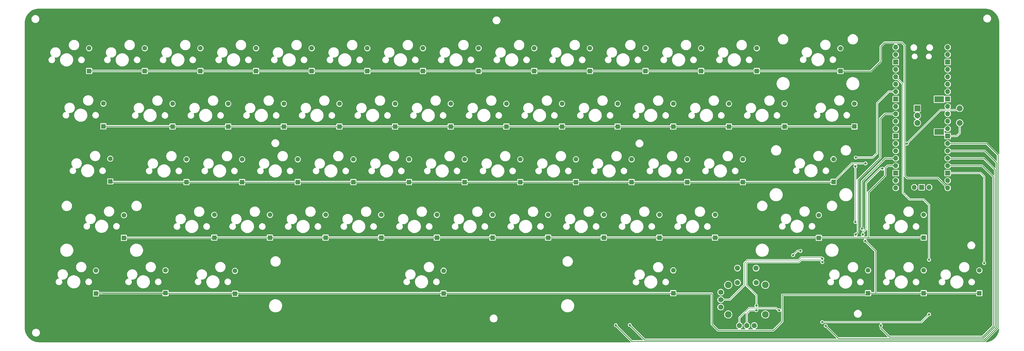
<source format=gbr>
G04 #@! TF.GenerationSoftware,KiCad,Pcbnew,7.0.6*
G04 #@! TF.CreationDate,2023-09-10T15:29:38-07:00*
G04 #@! TF.ProjectId,keyjoy,6b65796a-6f79-42e6-9b69-6361645f7063,rev?*
G04 #@! TF.SameCoordinates,Original*
G04 #@! TF.FileFunction,Copper,L1,Top*
G04 #@! TF.FilePolarity,Positive*
%FSLAX46Y46*%
G04 Gerber Fmt 4.6, Leading zero omitted, Abs format (unit mm)*
G04 Created by KiCad (PCBNEW 7.0.6) date 2023-09-10 15:29:38*
%MOMM*%
%LPD*%
G01*
G04 APERTURE LIST*
G04 #@! TA.AperFunction,ComponentPad*
%ADD10R,1.600000X1.600000*%
G04 #@! TD*
G04 #@! TA.AperFunction,ComponentPad*
%ADD11C,1.600000*%
G04 #@! TD*
G04 #@! TA.AperFunction,ComponentPad*
%ADD12C,1.778000*%
G04 #@! TD*
G04 #@! TA.AperFunction,ComponentPad*
%ADD13C,2.286000*%
G04 #@! TD*
G04 #@! TA.AperFunction,ComponentPad*
%ADD14R,2.000000X2.000000*%
G04 #@! TD*
G04 #@! TA.AperFunction,ComponentPad*
%ADD15C,2.000000*%
G04 #@! TD*
G04 #@! TA.AperFunction,ComponentPad*
%ADD16R,3.200000X2.000000*%
G04 #@! TD*
G04 #@! TA.AperFunction,ComponentPad*
%ADD17O,1.700000X1.700000*%
G04 #@! TD*
G04 #@! TA.AperFunction,ComponentPad*
%ADD18R,1.700000X1.700000*%
G04 #@! TD*
G04 #@! TA.AperFunction,ViaPad*
%ADD19C,0.800000*%
G04 #@! TD*
G04 #@! TA.AperFunction,Conductor*
%ADD20C,0.250000*%
G04 #@! TD*
G04 #@! TA.AperFunction,Conductor*
%ADD21C,0.200000*%
G04 #@! TD*
G04 APERTURE END LIST*
D10*
X252347590Y-230352334D03*
D11*
X252347590Y-222552334D03*
D10*
X290447590Y-230352334D03*
D11*
X290447590Y-222552334D03*
D10*
X299972590Y-211302334D03*
D11*
X299972590Y-203502334D03*
D10*
X190435090Y-173202334D03*
D11*
X190435090Y-165402334D03*
D10*
X204722590Y-211302334D03*
D11*
X204722590Y-203502334D03*
D10*
X319022590Y-211302334D03*
D11*
X319022590Y-203502334D03*
D10*
X333310090Y-192252334D03*
D11*
X333310090Y-184452334D03*
D12*
X393391235Y-240824521D03*
X399741235Y-240844321D03*
X393391235Y-245764521D03*
X399751235Y-245784521D03*
X394041235Y-260514521D03*
X396581235Y-260534521D03*
X399121235Y-260514521D03*
D13*
X390216235Y-246574521D03*
X390216235Y-256704521D03*
X402916235Y-256719321D03*
X402916235Y-246559321D03*
D12*
X387676235Y-249099321D03*
X387661235Y-251624521D03*
X387661235Y-254164521D03*
D10*
X457135090Y-249402334D03*
D11*
X457135090Y-241602334D03*
D10*
X476185090Y-249402334D03*
D11*
X476185090Y-241602334D03*
D10*
X399985090Y-173202334D03*
D11*
X399985090Y-165402334D03*
D10*
X328547590Y-230352334D03*
D11*
X328547590Y-222552334D03*
D10*
X266635090Y-173202334D03*
D11*
X266635090Y-165402334D03*
D10*
X233297590Y-230352334D03*
D11*
X233297590Y-222552334D03*
D10*
X366647590Y-230352334D03*
D11*
X366647590Y-222552334D03*
D10*
X228535090Y-173202334D03*
D11*
X228535090Y-165402334D03*
D10*
X285685090Y-173202334D03*
D11*
X285685090Y-165402334D03*
D10*
X309497590Y-230352334D03*
D11*
X309497590Y-222552334D03*
D10*
X371410090Y-249402334D03*
D11*
X371410090Y-241602334D03*
D10*
X395222590Y-211302334D03*
D11*
X395222590Y-203502334D03*
D10*
X347597590Y-230352334D03*
D11*
X347597590Y-222552334D03*
D10*
X271397590Y-230352334D03*
D11*
X271397590Y-222552334D03*
D10*
X457135090Y-230352334D03*
D11*
X457135090Y-222552334D03*
D10*
X323785090Y-173202334D03*
D11*
X323785090Y-165402334D03*
D10*
X171385090Y-173202334D03*
D11*
X171385090Y-165402334D03*
D14*
X454961348Y-186000862D03*
D15*
X454961348Y-191000862D03*
X454961348Y-188500862D03*
D16*
X462461348Y-182900862D03*
X462461348Y-194100862D03*
D15*
X469461348Y-191000862D03*
X469461348Y-186000862D03*
D10*
X257110090Y-192252334D03*
D11*
X257110090Y-184452334D03*
D10*
X371410090Y-192252334D03*
D11*
X371410090Y-184452334D03*
D10*
X219010090Y-192252334D03*
D11*
X219010090Y-184452334D03*
D10*
X295210090Y-192252334D03*
D11*
X295210090Y-184452334D03*
D10*
X338072590Y-211302334D03*
D11*
X338072590Y-203502334D03*
D10*
X361885090Y-173202334D03*
D11*
X361885090Y-165402334D03*
D10*
X280922590Y-211302334D03*
D11*
X280922590Y-203502334D03*
D10*
X357122590Y-211302334D03*
D11*
X357122590Y-203502334D03*
D10*
X214247590Y-230352334D03*
D11*
X214247590Y-222552334D03*
D10*
X342835090Y-173202334D03*
D11*
X342835090Y-165402334D03*
D10*
X247585090Y-173202334D03*
D11*
X247585090Y-165402334D03*
D10*
X385697590Y-230352334D03*
D11*
X385697590Y-222552334D03*
D10*
X223772590Y-211302334D03*
D11*
X223772590Y-203502334D03*
D10*
X352360090Y-192252334D03*
D11*
X352360090Y-184452334D03*
D10*
X261872590Y-211302334D03*
D11*
X261872590Y-203502334D03*
D10*
X390460090Y-192252334D03*
D11*
X390460090Y-184452334D03*
D10*
X438085090Y-249402334D03*
D11*
X438085090Y-241602334D03*
D10*
X314260090Y-192252334D03*
D11*
X314260090Y-184452334D03*
D10*
X199960090Y-192252334D03*
D11*
X199960090Y-184452334D03*
D10*
X376172590Y-211302334D03*
D11*
X376172590Y-203502334D03*
D10*
X238060090Y-192252334D03*
D11*
X238060090Y-184452334D03*
D10*
X304735090Y-173202334D03*
D11*
X304735090Y-165402334D03*
D10*
X209485090Y-173202334D03*
D11*
X209485090Y-165402334D03*
D10*
X242822590Y-211302334D03*
D11*
X242822590Y-203502334D03*
D10*
X409510090Y-192252334D03*
D11*
X409510090Y-184452334D03*
D10*
X276160090Y-192252334D03*
D11*
X276160090Y-184452334D03*
D10*
X380935090Y-173202334D03*
D11*
X380935090Y-165402334D03*
D10*
X428622763Y-173239635D03*
D11*
X428622763Y-165439635D03*
D10*
X433428817Y-192219003D03*
D11*
X433428817Y-184419003D03*
D10*
X197534122Y-249389286D03*
D11*
X197534122Y-241589286D03*
D10*
X183298640Y-230471413D03*
D11*
X183298640Y-222671413D03*
D10*
X421229467Y-230457573D03*
D11*
X421229467Y-222657573D03*
D10*
X173734708Y-249487226D03*
D11*
X173734708Y-241687226D03*
D10*
X176274940Y-192176878D03*
D11*
X176274940Y-184376878D03*
D10*
X292759326Y-249511273D03*
D11*
X292759326Y-241711273D03*
D17*
X465355420Y-165062046D03*
X465355420Y-167602046D03*
D18*
X465355420Y-170142046D03*
D17*
X465355420Y-172682046D03*
X465355420Y-175222046D03*
X465355420Y-177762046D03*
X465355420Y-180302046D03*
D18*
X465355420Y-182842046D03*
D17*
X465355420Y-185382046D03*
X465355420Y-187922046D03*
X465355420Y-190462046D03*
X465355420Y-193002046D03*
D18*
X465355420Y-195542046D03*
D17*
X465355420Y-198082046D03*
X465355420Y-200622046D03*
X465355420Y-203162046D03*
X465355420Y-205702046D03*
D18*
X465355420Y-208242046D03*
D17*
X465355420Y-210782046D03*
X465355420Y-213322046D03*
X447575420Y-213322046D03*
X447575420Y-210782046D03*
D18*
X447575420Y-208242046D03*
D17*
X447575420Y-205702046D03*
X447575420Y-203162046D03*
X447575420Y-200622046D03*
X447575420Y-198082046D03*
D18*
X447575420Y-195542046D03*
D17*
X447575420Y-193002046D03*
X447575420Y-190462046D03*
X447575420Y-187922046D03*
X447575420Y-185382046D03*
D18*
X447575420Y-182842046D03*
D17*
X447575420Y-180302046D03*
X447575420Y-177762046D03*
X447575420Y-175222046D03*
X447575420Y-172682046D03*
D18*
X447575420Y-170142046D03*
D17*
X447575420Y-167602046D03*
X447575420Y-165062046D03*
X459005420Y-213092046D03*
D18*
X456465420Y-213092046D03*
D17*
X453925420Y-213092046D03*
D10*
X178632497Y-211093286D03*
D11*
X178632497Y-203293286D03*
D10*
X426248888Y-211242680D03*
D11*
X426248888Y-203442680D03*
D10*
X221333537Y-249578170D03*
D11*
X221333537Y-241778170D03*
D19*
X399833588Y-255277268D03*
X477831591Y-239115289D03*
X412417226Y-236378502D03*
X458971576Y-256691151D03*
X458971278Y-237960126D03*
X356510874Y-260336811D03*
X436295625Y-229291367D03*
X399859494Y-253720071D03*
X351722987Y-260420871D03*
X442489791Y-260557690D03*
X433871558Y-202900848D03*
X407636597Y-255256908D03*
X437129667Y-231464561D03*
X436017347Y-227303857D03*
X422369568Y-259349400D03*
X433744271Y-224970326D03*
X414972993Y-234923393D03*
X433750099Y-205948203D03*
X442986466Y-206719335D03*
X451349925Y-198129009D03*
X422445669Y-238782218D03*
X437220178Y-204919110D03*
X423586099Y-260624889D03*
X422419015Y-237583623D03*
X433849492Y-229293445D03*
D20*
X481589494Y-207026068D02*
X477725472Y-203162046D01*
D21*
X396363189Y-239201631D02*
X396810915Y-238753905D01*
D20*
X178841545Y-211302334D02*
X178632497Y-211093286D01*
X440646179Y-234981073D02*
X437129667Y-231464561D01*
X447575420Y-187922046D02*
X443865642Y-187922046D01*
X408705637Y-259134158D02*
X408705637Y-249973272D01*
X449684700Y-163470960D02*
X450662868Y-164449128D01*
X443865642Y-187922046D02*
X443101863Y-188685825D01*
X442220404Y-189567284D02*
X442220404Y-201320082D01*
D21*
X437390840Y-227474816D02*
X437390840Y-211587548D01*
D20*
X450662868Y-209073030D02*
X451512847Y-209923009D01*
D21*
X407384752Y-255256908D02*
X407636597Y-255256908D01*
D20*
X442220404Y-201320082D02*
X442220404Y-202988170D01*
D21*
X415180024Y-237973828D02*
X421637279Y-237973828D01*
X436295625Y-228570031D02*
X437352755Y-227512901D01*
D20*
X477281797Y-264396003D02*
X480981753Y-260696047D01*
X204722590Y-211302334D02*
X426189234Y-211302334D01*
X439039096Y-173239635D02*
X442446403Y-169832328D01*
D21*
X432572458Y-204919110D02*
X426248888Y-211242680D01*
X451349925Y-198129009D02*
X462838219Y-186640715D01*
D20*
X478684651Y-198082046D02*
X465355420Y-198082046D01*
D21*
X437352755Y-227512901D02*
X437390840Y-227474816D01*
D20*
X477177714Y-205702046D02*
X465355420Y-205702046D01*
X443964045Y-206514133D02*
X444776132Y-205702046D01*
X444776132Y-205702046D02*
X447575420Y-205702046D01*
X440646179Y-249402334D02*
X476185090Y-249402334D01*
X438160372Y-214870735D02*
X443964045Y-209067062D01*
D21*
X414399947Y-238753905D02*
X415180024Y-237973828D01*
X439644746Y-202922770D02*
X437296256Y-202922770D01*
D20*
X480981753Y-209506085D02*
X477177714Y-205702046D01*
D21*
X441191577Y-189958939D02*
X441191577Y-201375939D01*
X458992738Y-256678283D02*
X458984444Y-256678283D01*
X449986155Y-214941602D02*
X449986155Y-177632781D01*
D20*
X371410090Y-249402334D02*
X371603259Y-249595503D01*
D21*
X396810915Y-238753905D02*
X414399947Y-238753905D01*
D20*
X423586099Y-260624889D02*
X427881466Y-264920256D01*
D21*
X415200839Y-237179360D02*
X422014752Y-237179360D01*
D20*
X482586534Y-261277842D02*
X482586534Y-201983929D01*
X478036128Y-200622046D02*
X465355420Y-200622046D01*
D21*
X441191577Y-201375939D02*
X439644746Y-202922770D01*
X469461348Y-194561181D02*
X468480483Y-195542046D01*
D20*
X438160372Y-230352334D02*
X457135090Y-230352334D01*
D21*
X394041235Y-257834022D02*
X394414700Y-257460557D01*
D20*
X443964045Y-209067062D02*
X443964045Y-206514133D01*
X214247590Y-230352334D02*
X214128511Y-230471413D01*
X436017347Y-227303857D02*
X436017347Y-211086050D01*
X482108913Y-204694831D02*
X478036128Y-200622046D01*
X440646179Y-249402334D02*
X440646179Y-234981073D01*
X436017347Y-211086050D02*
X443941351Y-203162046D01*
X428622763Y-173239635D02*
X439039096Y-173239635D01*
X199960090Y-192252334D02*
X433395486Y-192252334D01*
D21*
X468480483Y-195542046D02*
X465355420Y-195542046D01*
D20*
X437514152Y-249973272D02*
X438085090Y-249402334D01*
X477460855Y-264920256D02*
X481589494Y-260791617D01*
X357242604Y-265940488D02*
X477923888Y-265940488D01*
X438085090Y-249402334D02*
X440646179Y-249402334D01*
D21*
X422369568Y-259349400D02*
X456321621Y-259349400D01*
X442104130Y-183325450D02*
X441191577Y-184238003D01*
X477831591Y-239115289D02*
X477831591Y-209434228D01*
X433744271Y-224970326D02*
X433744271Y-205954031D01*
D20*
X384622896Y-249595503D02*
X384622896Y-260078579D01*
X443770854Y-163470960D02*
X449684700Y-163470960D01*
X204722590Y-211302334D02*
X178841545Y-211302334D01*
X441003150Y-204205424D02*
X434638448Y-210570126D01*
D21*
X452315728Y-217271175D02*
X449986155Y-214941602D01*
X445127534Y-180302046D02*
X442104130Y-183325450D01*
X399859494Y-253720071D02*
X399859494Y-250083795D01*
X396363189Y-246587490D02*
X396363189Y-239201631D01*
D20*
X442489791Y-261453142D02*
X445432652Y-264396003D01*
D21*
X476639409Y-208242046D02*
X465355420Y-208242046D01*
X433744271Y-205954031D02*
X433750099Y-205948203D01*
D20*
X461956383Y-209923009D02*
X465355420Y-213322046D01*
D21*
X449986155Y-177632781D02*
X447575420Y-175222046D01*
D20*
X434638448Y-210570126D02*
X434638448Y-214613334D01*
X445432652Y-264396003D02*
X477281797Y-264396003D01*
D21*
X436295625Y-229291367D02*
X436295625Y-228570031D01*
X396713503Y-238140105D02*
X414240094Y-238140105D01*
D20*
X477923888Y-265940488D02*
X482586534Y-261277842D01*
X405689415Y-262150380D02*
X408705637Y-259134158D01*
D21*
X421637279Y-237973828D02*
X422445669Y-238782218D01*
D20*
X442489791Y-260557690D02*
X442489791Y-261453142D01*
D21*
X437390840Y-211587548D02*
X442259053Y-206719335D01*
D20*
X443101863Y-188685825D02*
X442220404Y-189567284D01*
D21*
X422014752Y-237179360D02*
X422419015Y-237583623D01*
X437296256Y-202922770D02*
X437289003Y-202930023D01*
D20*
X442446403Y-169832328D02*
X442446403Y-164795411D01*
D21*
X395773747Y-239079861D02*
X396713503Y-238140105D01*
D20*
X171388423Y-173199001D02*
X428582129Y-173199001D01*
D21*
X437289003Y-202930023D02*
X433900733Y-202930023D01*
D20*
X408705637Y-249973272D02*
X437514152Y-249973272D01*
X199884634Y-192176878D02*
X176274940Y-192176878D01*
X214247590Y-230352334D02*
X438160372Y-230352334D01*
X482108913Y-261074574D02*
X482108913Y-204694831D01*
X356510874Y-260336811D02*
X361610859Y-265436796D01*
X434638448Y-214613334D02*
X434638448Y-228504489D01*
X482586534Y-201983929D02*
X478684651Y-198082046D01*
D21*
X433900733Y-202930023D02*
X433871558Y-202900848D01*
D20*
X434638448Y-228504489D02*
X433849492Y-229293445D01*
D21*
X458984444Y-256678283D02*
X458971576Y-256691151D01*
D20*
X481589494Y-260791617D02*
X481589494Y-207026068D01*
D21*
X399859494Y-250083795D02*
X396363189Y-246587490D01*
X458971278Y-219141658D02*
X457100795Y-217271175D01*
D20*
X477725472Y-203162046D02*
X465355420Y-203162046D01*
X384622896Y-260078579D02*
X386694697Y-262150380D01*
D21*
X397464374Y-255445165D02*
X397632271Y-255277268D01*
D20*
X176062078Y-249402334D02*
X176020459Y-249443953D01*
X480981753Y-260696047D02*
X480981753Y-209506085D01*
D21*
X442259053Y-206719335D02*
X442986466Y-206719335D01*
X397310925Y-254564332D02*
X406692176Y-254564332D01*
X441191577Y-184238003D02*
X441191577Y-189958939D01*
X390709838Y-251624521D02*
X395773747Y-246560612D01*
D20*
X351722987Y-260420871D02*
X357242604Y-265940488D01*
D21*
X394414700Y-257460557D02*
X397310925Y-254564332D01*
D20*
X386694697Y-262150380D02*
X405689415Y-262150380D01*
D21*
X456321621Y-259349400D02*
X458992738Y-256678283D01*
X387661235Y-251624521D02*
X390709838Y-251624521D01*
X414240094Y-238140105D02*
X415200839Y-237179360D01*
D20*
X433395486Y-192252334D02*
X433428817Y-192219003D01*
X361610859Y-265436796D02*
X477746691Y-265436796D01*
D21*
X397632271Y-255277268D02*
X399833588Y-255277268D01*
X468869435Y-186000862D02*
X469461348Y-186000862D01*
D20*
X428582129Y-173199001D02*
X428622763Y-173239635D01*
X199960090Y-192252334D02*
X199884634Y-192176878D01*
X451512847Y-209923009D02*
X461956383Y-209923009D01*
D21*
X458971278Y-237960126D02*
X458971278Y-219141658D01*
X447575420Y-180302046D02*
X445127534Y-180302046D01*
D20*
X442446403Y-164795411D02*
X443770854Y-163470960D01*
X214128511Y-230471413D02*
X183298640Y-230471413D01*
D21*
X413872335Y-234923393D02*
X414972993Y-234923393D01*
X394041235Y-260514521D02*
X394041235Y-257834022D01*
X395773747Y-246560612D02*
X395773747Y-239079861D01*
D20*
X171385090Y-173202334D02*
X171388423Y-173199001D01*
X438160372Y-230352334D02*
X438160372Y-214870735D01*
X371410090Y-249402334D02*
X176062078Y-249402334D01*
D21*
X477831591Y-209434228D02*
X476639409Y-208242046D01*
X469461348Y-191000862D02*
X469461348Y-194561181D01*
X468229582Y-186640715D02*
X468869435Y-186000862D01*
X396581235Y-260534521D02*
X396581235Y-256328304D01*
D20*
X443941351Y-203162046D02*
X447575420Y-203162046D01*
X173832648Y-249389286D02*
X197534122Y-249389286D01*
X450662868Y-164449128D02*
X450662868Y-209073030D01*
X477746691Y-265436796D02*
X482108913Y-261074574D01*
D21*
X412417226Y-236378502D02*
X413872335Y-234923393D01*
X457100795Y-217271175D02*
X452315728Y-217271175D01*
D20*
X442220404Y-202988170D02*
X441003150Y-204205424D01*
X426189234Y-211302334D02*
X426248888Y-211242680D01*
D21*
X406692176Y-254564332D02*
X407384752Y-255256908D01*
X396581235Y-256328304D02*
X397464374Y-255445165D01*
X437220178Y-204919110D02*
X432572458Y-204919110D01*
X462838219Y-186640715D02*
X468229582Y-186640715D01*
D20*
X427881466Y-264920256D02*
X477460855Y-264920256D01*
X173734708Y-249487226D02*
X173832648Y-249389286D01*
X371603259Y-249595503D02*
X384622896Y-249595503D01*
G04 #@! TA.AperFunction,NonConductor*
G36*
X482902136Y-261597441D02*
G01*
X482958972Y-261639988D01*
X482983783Y-261706508D01*
X482983984Y-261720993D01*
X482981062Y-261787917D01*
X482980583Y-261793395D01*
X482925507Y-262211710D01*
X482924552Y-262217125D01*
X482833230Y-262629043D01*
X482831807Y-262634355D01*
X482704929Y-263036749D01*
X482703049Y-263041916D01*
X482541582Y-263431728D01*
X482539258Y-263436712D01*
X482452361Y-263603638D01*
X482437054Y-263633045D01*
X482344441Y-263810952D01*
X482341691Y-263815714D01*
X482114993Y-264171558D01*
X482111839Y-264176063D01*
X481854982Y-264510808D01*
X481851448Y-264515020D01*
X481566412Y-264826084D01*
X481562524Y-264829972D01*
X481251443Y-265115028D01*
X481247231Y-265118562D01*
X480912502Y-265375412D01*
X480907998Y-265378566D01*
X480552148Y-265605271D01*
X480547386Y-265608020D01*
X480173142Y-265802844D01*
X480168159Y-265805168D01*
X479778355Y-265966635D01*
X479773188Y-265968516D01*
X479370794Y-266095396D01*
X479365483Y-266096819D01*
X478953564Y-266188146D01*
X478948149Y-266189101D01*
X478529834Y-266244180D01*
X478524356Y-266244659D01*
X478457395Y-266247583D01*
X478388466Y-266230572D01*
X478339677Y-266178995D01*
X478326517Y-266109229D01*
X478353165Y-266043423D01*
X478362794Y-266032617D01*
X482769011Y-261626400D01*
X482831321Y-261592376D01*
X482902136Y-261597441D01*
G37*
G04 #@! TD.AperFunction*
G04 #@! TA.AperFunction,NonConductor*
G36*
X478524360Y-151817539D02*
G01*
X478529834Y-151818017D01*
X478948156Y-151873090D01*
X478953566Y-151874044D01*
X479365486Y-151965364D01*
X479370790Y-151966785D01*
X479773211Y-152093668D01*
X479778350Y-152095539D01*
X480168133Y-152256991D01*
X480168172Y-152257007D01*
X480173140Y-152259323D01*
X480547417Y-152454160D01*
X480552156Y-152456897D01*
X480907985Y-152683585D01*
X480908003Y-152683596D01*
X480912507Y-152686750D01*
X481247244Y-152943602D01*
X481251456Y-152947137D01*
X481562536Y-153232190D01*
X481566424Y-153236078D01*
X481851466Y-153547148D01*
X481855001Y-153551360D01*
X482111849Y-153886090D01*
X482115003Y-153890595D01*
X482341704Y-154246446D01*
X482344453Y-154251208D01*
X482394303Y-154346969D01*
X482478273Y-154508275D01*
X482539270Y-154625448D01*
X482541594Y-154630432D01*
X482703060Y-155020248D01*
X482704941Y-155025415D01*
X482831813Y-155427806D01*
X482833236Y-155433118D01*
X482924555Y-155845035D01*
X482925510Y-155850450D01*
X482980581Y-156268767D01*
X482981060Y-156274245D01*
X482999589Y-156698660D01*
X482999589Y-201561756D01*
X482979587Y-201629877D01*
X482925931Y-201676370D01*
X482855657Y-201686474D01*
X482791077Y-201656980D01*
X482784494Y-201650851D01*
X478986947Y-197853304D01*
X478970560Y-197833126D01*
X478964734Y-197824209D01*
X478960597Y-197820989D01*
X478936762Y-197802438D01*
X478930919Y-197797276D01*
X478928169Y-197794526D01*
X478928167Y-197794524D01*
X478909155Y-197780951D01*
X478909154Y-197780951D01*
X478865840Y-197747237D01*
X478865837Y-197747236D01*
X478865835Y-197747234D01*
X478858928Y-197743496D01*
X478851851Y-197740036D01*
X478799247Y-197724375D01*
X478787266Y-197720262D01*
X478747311Y-197706546D01*
X478747310Y-197706546D01*
X478747307Y-197706545D01*
X478739565Y-197705253D01*
X478731738Y-197704277D01*
X478676895Y-197706546D01*
X466475844Y-197706546D01*
X466407723Y-197686544D01*
X466363054Y-197636710D01*
X466295093Y-197500225D01*
X466252134Y-197443338D01*
X466172185Y-197337467D01*
X466021460Y-197200064D01*
X466021459Y-197200063D01*
X465848068Y-197092704D01*
X465848061Y-197092700D01*
X465848057Y-197092698D01*
X465683927Y-197029114D01*
X465657877Y-197019022D01*
X465591049Y-197006529D01*
X465457396Y-196981546D01*
X465253444Y-196981546D01*
X465153203Y-197000284D01*
X465052962Y-197019022D01*
X464905609Y-197076106D01*
X464862783Y-197092698D01*
X464862782Y-197092698D01*
X464862781Y-197092699D01*
X464862771Y-197092704D01*
X464689380Y-197200063D01*
X464689379Y-197200064D01*
X464538654Y-197337467D01*
X464415749Y-197500221D01*
X464324836Y-197682800D01*
X464269023Y-197878961D01*
X464250205Y-198082046D01*
X464269023Y-198285130D01*
X464324836Y-198481291D01*
X464324837Y-198481293D01*
X464324838Y-198481296D01*
X464415747Y-198663867D01*
X464415748Y-198663868D01*
X464415749Y-198663870D01*
X464538654Y-198826624D01*
X464689379Y-198964027D01*
X464689380Y-198964028D01*
X464862771Y-199071387D01*
X464862774Y-199071388D01*
X464862783Y-199071394D01*
X465052964Y-199145070D01*
X465253444Y-199182546D01*
X465253446Y-199182546D01*
X465457394Y-199182546D01*
X465457396Y-199182546D01*
X465657876Y-199145070D01*
X465848057Y-199071394D01*
X466021461Y-198964027D01*
X466172184Y-198826625D01*
X466295093Y-198663867D01*
X466363054Y-198527381D01*
X466411322Y-198475320D01*
X466475844Y-198457546D01*
X478476924Y-198457546D01*
X478545045Y-198477548D01*
X478566019Y-198494451D01*
X482174129Y-202102561D01*
X482208155Y-202164873D01*
X482211034Y-202191656D01*
X482211034Y-203961724D01*
X482191032Y-204029845D01*
X482137376Y-204076338D01*
X482067102Y-204086442D01*
X482002522Y-204056948D01*
X481995939Y-204050819D01*
X478338424Y-200393304D01*
X478322037Y-200373126D01*
X478316211Y-200364209D01*
X478312074Y-200360989D01*
X478288239Y-200342438D01*
X478282396Y-200337276D01*
X478279646Y-200334526D01*
X478279644Y-200334524D01*
X478260632Y-200320951D01*
X478217317Y-200287237D01*
X478217314Y-200287236D01*
X478217312Y-200287234D01*
X478210405Y-200283496D01*
X478203328Y-200280036D01*
X478150724Y-200264375D01*
X478098788Y-200246546D01*
X478098787Y-200246546D01*
X478098784Y-200246545D01*
X478091042Y-200245253D01*
X478083215Y-200244277D01*
X478028372Y-200246546D01*
X466475844Y-200246546D01*
X466407723Y-200226544D01*
X466363054Y-200176710D01*
X466295093Y-200040225D01*
X466295090Y-200040221D01*
X466172185Y-199877467D01*
X466021460Y-199740064D01*
X466021459Y-199740063D01*
X465848068Y-199632704D01*
X465848061Y-199632700D01*
X465848057Y-199632698D01*
X465731552Y-199587564D01*
X465657877Y-199559022D01*
X465591049Y-199546529D01*
X465457396Y-199521546D01*
X465253444Y-199521546D01*
X465153203Y-199540284D01*
X465052962Y-199559022D01*
X464905609Y-199616106D01*
X464862783Y-199632698D01*
X464862782Y-199632698D01*
X464862781Y-199632699D01*
X464862771Y-199632704D01*
X464689380Y-199740063D01*
X464689379Y-199740064D01*
X464538654Y-199877467D01*
X464415749Y-200040221D01*
X464324836Y-200222800D01*
X464269023Y-200418961D01*
X464250205Y-200622046D01*
X464269023Y-200825130D01*
X464324836Y-201021291D01*
X464324837Y-201021293D01*
X464324838Y-201021296D01*
X464415747Y-201203867D01*
X464415748Y-201203868D01*
X464415749Y-201203870D01*
X464538654Y-201366624D01*
X464689379Y-201504027D01*
X464689380Y-201504028D01*
X464862771Y-201611387D01*
X464862774Y-201611388D01*
X464862783Y-201611394D01*
X465052964Y-201685070D01*
X465253444Y-201722546D01*
X465253446Y-201722546D01*
X465457394Y-201722546D01*
X465457396Y-201722546D01*
X465657876Y-201685070D01*
X465848057Y-201611394D01*
X466021461Y-201504027D01*
X466172184Y-201366625D01*
X466202052Y-201327074D01*
X466220817Y-201302224D01*
X466295093Y-201203867D01*
X466363054Y-201067381D01*
X466411322Y-201015320D01*
X466475844Y-200997546D01*
X477828401Y-200997546D01*
X477896522Y-201017548D01*
X477917496Y-201034451D01*
X481696508Y-204813463D01*
X481730534Y-204875775D01*
X481733413Y-204902558D01*
X481733413Y-206334758D01*
X481713411Y-206402879D01*
X481659755Y-206449372D01*
X481589481Y-206459476D01*
X481524901Y-206429982D01*
X481518318Y-206423853D01*
X478027768Y-202933304D01*
X478011381Y-202913126D01*
X478005555Y-202904209D01*
X478001231Y-202900844D01*
X477977583Y-202882438D01*
X477971740Y-202877276D01*
X477968990Y-202874526D01*
X477968988Y-202874524D01*
X477949976Y-202860951D01*
X477943913Y-202856232D01*
X477906661Y-202827237D01*
X477906658Y-202827236D01*
X477906656Y-202827234D01*
X477899749Y-202823496D01*
X477892672Y-202820036D01*
X477840068Y-202804375D01*
X477829281Y-202800672D01*
X477788132Y-202786546D01*
X477788131Y-202786546D01*
X477788128Y-202786545D01*
X477780386Y-202785253D01*
X477772559Y-202784277D01*
X477717716Y-202786546D01*
X466475844Y-202786546D01*
X466407723Y-202766544D01*
X466363054Y-202716710D01*
X466295093Y-202580225D01*
X466268786Y-202545389D01*
X466172185Y-202417467D01*
X466021460Y-202280064D01*
X466021459Y-202280063D01*
X465848068Y-202172704D01*
X465848061Y-202172700D01*
X465848057Y-202172698D01*
X465731553Y-202127564D01*
X465657877Y-202099022D01*
X465591049Y-202086529D01*
X465457396Y-202061546D01*
X465253444Y-202061546D01*
X465153203Y-202080284D01*
X465052962Y-202099022D01*
X464948565Y-202139466D01*
X464862783Y-202172698D01*
X464862782Y-202172698D01*
X464862781Y-202172699D01*
X464862771Y-202172704D01*
X464689380Y-202280063D01*
X464689379Y-202280064D01*
X464538654Y-202417467D01*
X464415749Y-202580221D01*
X464324836Y-202762800D01*
X464269023Y-202958961D01*
X464260510Y-203050830D01*
X464250205Y-203162046D01*
X464256916Y-203234474D01*
X464269023Y-203365130D01*
X464324836Y-203561291D01*
X464324837Y-203561293D01*
X464324838Y-203561296D01*
X464415747Y-203743867D01*
X464415748Y-203743868D01*
X464415749Y-203743870D01*
X464538654Y-203906624D01*
X464689379Y-204044027D01*
X464689380Y-204044028D01*
X464862771Y-204151387D01*
X464862774Y-204151388D01*
X464862783Y-204151394D01*
X465052964Y-204225070D01*
X465253444Y-204262546D01*
X465253446Y-204262546D01*
X465457394Y-204262546D01*
X465457396Y-204262546D01*
X465657876Y-204225070D01*
X465848057Y-204151394D01*
X466021461Y-204044027D01*
X466172184Y-203906625D01*
X466172439Y-203906288D01*
X466220817Y-203842224D01*
X466295093Y-203743867D01*
X466363054Y-203607381D01*
X466411322Y-203555320D01*
X466475844Y-203537546D01*
X477517745Y-203537546D01*
X477585866Y-203557548D01*
X477606840Y-203574451D01*
X481177090Y-207144701D01*
X481211115Y-207207011D01*
X481213994Y-207233794D01*
X481213994Y-208903098D01*
X481193992Y-208971219D01*
X481140336Y-209017712D01*
X481070062Y-209027816D01*
X481005482Y-208998322D01*
X480998899Y-208992193D01*
X477480010Y-205473304D01*
X477463623Y-205453126D01*
X477457797Y-205444209D01*
X477453660Y-205440989D01*
X477429825Y-205422438D01*
X477423982Y-205417276D01*
X477421232Y-205414526D01*
X477421230Y-205414524D01*
X477402218Y-205400951D01*
X477396860Y-205396781D01*
X477358903Y-205367237D01*
X477358900Y-205367236D01*
X477358898Y-205367234D01*
X477351991Y-205363496D01*
X477344914Y-205360036D01*
X477292310Y-205344375D01*
X477281523Y-205340672D01*
X477240374Y-205326546D01*
X477240373Y-205326546D01*
X477240370Y-205326545D01*
X477232628Y-205325253D01*
X477224801Y-205324277D01*
X477169958Y-205326546D01*
X466475844Y-205326546D01*
X466407723Y-205306544D01*
X466363054Y-205256710D01*
X466295093Y-205120225D01*
X466268786Y-205085389D01*
X466172185Y-204957467D01*
X466021460Y-204820064D01*
X466021459Y-204820063D01*
X465848068Y-204712704D01*
X465848061Y-204712700D01*
X465848057Y-204712698D01*
X465731553Y-204667564D01*
X465657877Y-204639022D01*
X465591049Y-204626529D01*
X465457396Y-204601546D01*
X465253444Y-204601546D01*
X465153203Y-204620284D01*
X465052962Y-204639022D01*
X464956518Y-204676385D01*
X464862783Y-204712698D01*
X464862782Y-204712698D01*
X464862781Y-204712699D01*
X464862771Y-204712704D01*
X464689380Y-204820063D01*
X464689379Y-204820064D01*
X464538654Y-204957467D01*
X464415749Y-205120221D01*
X464324836Y-205302800D01*
X464269023Y-205498961D01*
X464250205Y-205702045D01*
X464269023Y-205905130D01*
X464324836Y-206101291D01*
X464324837Y-206101293D01*
X464324838Y-206101296D01*
X464415747Y-206283867D01*
X464415748Y-206283868D01*
X464415749Y-206283870D01*
X464538654Y-206446624D01*
X464689379Y-206584027D01*
X464689380Y-206584028D01*
X464862771Y-206691387D01*
X464862774Y-206691388D01*
X464862783Y-206691394D01*
X465052964Y-206765070D01*
X465253444Y-206802546D01*
X465253446Y-206802546D01*
X465457394Y-206802546D01*
X465457396Y-206802546D01*
X465657876Y-206765070D01*
X465848057Y-206691394D01*
X466021461Y-206584027D01*
X466172184Y-206446625D01*
X466184635Y-206430138D01*
X466220048Y-206383243D01*
X466295093Y-206283867D01*
X466363054Y-206147381D01*
X466411322Y-206095320D01*
X466475844Y-206077546D01*
X476969987Y-206077546D01*
X477038108Y-206097548D01*
X477059082Y-206114451D01*
X480569348Y-209624717D01*
X480603374Y-209687029D01*
X480606253Y-209713812D01*
X480606253Y-260488318D01*
X480586251Y-260556439D01*
X480569348Y-260577413D01*
X477163164Y-263983598D01*
X477100852Y-264017624D01*
X477074069Y-264020503D01*
X445640379Y-264020503D01*
X445572258Y-264000501D01*
X445551284Y-263983598D01*
X442902196Y-261334509D01*
X442868170Y-261272197D01*
X442865291Y-261245414D01*
X442865291Y-261150793D01*
X442885293Y-261082672D01*
X442907739Y-261056480D01*
X442980268Y-260992225D01*
X442980274Y-260992220D01*
X443070011Y-260862213D01*
X443126028Y-260714508D01*
X443126028Y-260714507D01*
X443126029Y-260714505D01*
X443145069Y-260557693D01*
X443145069Y-260557686D01*
X443126029Y-260400874D01*
X443101734Y-260336814D01*
X443070011Y-260253167D01*
X443070007Y-260253162D01*
X443070007Y-260253160D01*
X442980274Y-260123160D01*
X442980272Y-260123158D01*
X442862031Y-260018407D01*
X442778163Y-259974389D01*
X442722156Y-259944994D01*
X442722155Y-259944993D01*
X442722152Y-259944992D01*
X442718774Y-259943711D01*
X442716657Y-259942108D01*
X442715407Y-259941452D01*
X442715516Y-259941244D01*
X442662173Y-259900852D01*
X442637729Y-259834196D01*
X442653203Y-259764906D01*
X442703681Y-259714981D01*
X442763456Y-259699900D01*
X456272202Y-259699900D01*
X456298060Y-259702582D01*
X456299472Y-259702878D01*
X456306936Y-259704443D01*
X456339502Y-259700383D01*
X456347293Y-259699900D01*
X456350662Y-259699900D01*
X456372162Y-259696312D01*
X456423010Y-259689974D01*
X456423012Y-259689973D01*
X456423014Y-259689973D01*
X456423015Y-259689972D01*
X456429970Y-259687901D01*
X456430048Y-259687875D01*
X456430120Y-259687853D01*
X456436992Y-259685493D01*
X456437002Y-259685492D01*
X456482065Y-259661104D01*
X456528105Y-259638598D01*
X456528111Y-259638591D01*
X456534025Y-259634369D01*
X456534083Y-259634324D01*
X456534153Y-259634273D01*
X456539871Y-259629822D01*
X456539879Y-259629818D01*
X456574578Y-259592124D01*
X458788985Y-257377715D01*
X458851294Y-257343693D01*
X458884969Y-257342121D01*
X458884969Y-257341651D01*
X459050559Y-257341651D01*
X459050561Y-257341651D01*
X459203941Y-257303847D01*
X459343816Y-257230434D01*
X459462059Y-257125681D01*
X459551796Y-256995674D01*
X459607813Y-256847969D01*
X459607813Y-256847968D01*
X459607814Y-256847966D01*
X459626854Y-256691154D01*
X459626854Y-256691147D01*
X459607814Y-256534335D01*
X459599968Y-256513649D01*
X459551796Y-256386628D01*
X459551792Y-256386623D01*
X459551792Y-256386621D01*
X459462059Y-256256621D01*
X459462057Y-256256619D01*
X459343816Y-256151868D01*
X459203941Y-256078455D01*
X459203937Y-256078453D01*
X459050563Y-256040651D01*
X459050561Y-256040651D01*
X458892591Y-256040651D01*
X458892588Y-256040651D01*
X458739214Y-256078453D01*
X458739210Y-256078455D01*
X458599335Y-256151868D01*
X458481094Y-256256619D01*
X458481092Y-256256621D01*
X458391359Y-256386621D01*
X458391358Y-256386624D01*
X458335337Y-256534335D01*
X458316298Y-256691148D01*
X458316298Y-256691152D01*
X458327081Y-256779959D01*
X458315436Y-256849994D01*
X458291095Y-256884242D01*
X456213344Y-258961995D01*
X456151032Y-258996020D01*
X456124249Y-258998900D01*
X422984182Y-258998900D01*
X422916061Y-258978898D01*
X422880486Y-258944476D01*
X422860051Y-258914870D01*
X422741808Y-258810117D01*
X422601933Y-258736704D01*
X422601929Y-258736702D01*
X422448555Y-258698900D01*
X422448553Y-258698900D01*
X422290583Y-258698900D01*
X422290580Y-258698900D01*
X422137206Y-258736702D01*
X422137202Y-258736704D01*
X421997327Y-258810117D01*
X421879086Y-258914868D01*
X421879084Y-258914870D01*
X421789351Y-259044870D01*
X421789350Y-259044873D01*
X421733329Y-259192584D01*
X421714290Y-259349396D01*
X421714290Y-259349403D01*
X421733329Y-259506215D01*
X421761339Y-259580070D01*
X421789348Y-259653923D01*
X421789349Y-259653925D01*
X421789350Y-259653926D01*
X421789351Y-259653929D01*
X421879084Y-259783929D01*
X421879085Y-259783930D01*
X421997328Y-259888683D01*
X422137203Y-259962096D01*
X422137204Y-259962096D01*
X422137206Y-259962097D01*
X422213893Y-259980998D01*
X422290583Y-259999900D01*
X422290585Y-259999900D01*
X422448551Y-259999900D01*
X422448553Y-259999900D01*
X422601933Y-259962096D01*
X422741808Y-259888683D01*
X422860051Y-259783930D01*
X422880486Y-259754323D01*
X422935643Y-259709625D01*
X422984182Y-259699900D01*
X442216126Y-259699900D01*
X442284247Y-259719902D01*
X442330740Y-259773558D01*
X442340844Y-259843832D01*
X442311350Y-259908412D01*
X442264139Y-259941384D01*
X442264175Y-259941452D01*
X442263641Y-259941731D01*
X442260808Y-259943711D01*
X442257429Y-259944992D01*
X442117550Y-260018407D01*
X441999309Y-260123158D01*
X441999307Y-260123160D01*
X441909574Y-260253160D01*
X441909573Y-260253163D01*
X441909572Y-260253165D01*
X441909571Y-260253167D01*
X441905442Y-260264055D01*
X441853552Y-260400874D01*
X441834513Y-260557686D01*
X441834513Y-260557693D01*
X441853552Y-260714505D01*
X441879038Y-260781704D01*
X441909571Y-260862213D01*
X441909572Y-260862215D01*
X441909573Y-260862216D01*
X441909574Y-260862219D01*
X441999307Y-260992219D01*
X441999313Y-260992225D01*
X442071843Y-261056480D01*
X442109569Y-261116624D01*
X442114291Y-261150793D01*
X442114291Y-261401131D01*
X442111609Y-261426988D01*
X442109423Y-261437409D01*
X442111758Y-261456136D01*
X442113807Y-261472578D01*
X442114291Y-261480367D01*
X442114291Y-261484256D01*
X442118132Y-261507282D01*
X442118133Y-261507282D01*
X442124923Y-261561762D01*
X442127174Y-261569322D01*
X442129724Y-261576750D01*
X442155846Y-261625019D01*
X442179965Y-261674354D01*
X442184546Y-261680769D01*
X442189367Y-261686964D01*
X442229762Y-261724150D01*
X444835272Y-264329661D01*
X444869298Y-264391973D01*
X444864233Y-264462788D01*
X444821686Y-264519624D01*
X444755166Y-264544435D01*
X444746177Y-264544756D01*
X428089193Y-264544756D01*
X428021072Y-264524754D01*
X428000098Y-264507851D01*
X424271305Y-260779058D01*
X424237279Y-260716746D01*
X424235319Y-260674776D01*
X424241377Y-260624889D01*
X424235646Y-260577686D01*
X424222337Y-260468073D01*
X424207392Y-260428668D01*
X424166319Y-260320366D01*
X424166315Y-260320361D01*
X424166315Y-260320359D01*
X424076582Y-260190359D01*
X424076580Y-260190357D01*
X423958339Y-260085606D01*
X423818464Y-260012193D01*
X423818460Y-260012191D01*
X423665086Y-259974389D01*
X423665084Y-259974389D01*
X423507114Y-259974389D01*
X423507111Y-259974389D01*
X423353737Y-260012191D01*
X423353733Y-260012193D01*
X423213858Y-260085606D01*
X423095617Y-260190357D01*
X423095615Y-260190359D01*
X423005882Y-260320359D01*
X423005881Y-260320362D01*
X423005880Y-260320364D01*
X423005879Y-260320366D01*
X422999641Y-260336814D01*
X422949860Y-260468073D01*
X422930821Y-260624885D01*
X422930821Y-260624892D01*
X422949860Y-260781704D01*
X422977810Y-260855400D01*
X423005879Y-260929412D01*
X423005880Y-260929414D01*
X423005881Y-260929415D01*
X423005882Y-260929418D01*
X423095615Y-261059418D01*
X423095617Y-261059420D01*
X423131685Y-261091373D01*
X423213859Y-261164172D01*
X423353734Y-261237585D01*
X423353735Y-261237585D01*
X423353737Y-261237586D01*
X423385498Y-261245414D01*
X423507114Y-261275389D01*
X423507116Y-261275389D01*
X423653372Y-261275389D01*
X423721493Y-261295391D01*
X423742467Y-261312294D01*
X427276374Y-264846201D01*
X427310400Y-264908513D01*
X427305335Y-264979328D01*
X427262788Y-265036164D01*
X427196268Y-265060975D01*
X427187279Y-265061296D01*
X361818586Y-265061296D01*
X361750465Y-265041294D01*
X361729491Y-265024391D01*
X357196080Y-260490980D01*
X357162054Y-260428668D01*
X357160094Y-260386698D01*
X357166152Y-260336811D01*
X357164626Y-260324241D01*
X357147112Y-260179995D01*
X357124786Y-260121127D01*
X357091094Y-260032288D01*
X357091090Y-260032283D01*
X357091090Y-260032281D01*
X357001357Y-259902281D01*
X357001355Y-259902279D01*
X356883114Y-259797528D01*
X356743239Y-259724115D01*
X356743235Y-259724113D01*
X356589861Y-259686311D01*
X356589859Y-259686311D01*
X356431889Y-259686311D01*
X356431886Y-259686311D01*
X356278512Y-259724113D01*
X356278508Y-259724115D01*
X356138633Y-259797528D01*
X356020392Y-259902279D01*
X356020390Y-259902281D01*
X355930657Y-260032281D01*
X355930656Y-260032284D01*
X355874635Y-260179995D01*
X355855596Y-260336807D01*
X355855596Y-260336814D01*
X355874635Y-260493626D01*
X355898932Y-260557690D01*
X355930654Y-260641334D01*
X355930655Y-260641336D01*
X355930656Y-260641337D01*
X355930657Y-260641340D01*
X356020390Y-260771340D01*
X356020392Y-260771342D01*
X356032092Y-260781707D01*
X356138634Y-260876094D01*
X356278509Y-260949507D01*
X356278510Y-260949507D01*
X356278512Y-260949508D01*
X356321702Y-260960153D01*
X356431889Y-260987311D01*
X356431891Y-260987311D01*
X356578146Y-260987311D01*
X356646267Y-261007313D01*
X356667241Y-261024216D01*
X360992918Y-265349893D01*
X361026944Y-265412205D01*
X361021879Y-265483020D01*
X360979332Y-265539856D01*
X360912812Y-265564667D01*
X360903823Y-265564988D01*
X357450331Y-265564988D01*
X357382210Y-265544986D01*
X357361236Y-265528083D01*
X352408193Y-260575039D01*
X352374167Y-260512727D01*
X352372207Y-260470760D01*
X352378265Y-260420871D01*
X352375837Y-260400872D01*
X352359225Y-260264055D01*
X352332944Y-260194759D01*
X352303207Y-260116348D01*
X352303203Y-260116343D01*
X352303203Y-260116341D01*
X352213470Y-259986341D01*
X352213468Y-259986339D01*
X352095227Y-259881588D01*
X351955352Y-259808175D01*
X351955348Y-259808173D01*
X351801974Y-259770371D01*
X351801972Y-259770371D01*
X351644002Y-259770371D01*
X351643999Y-259770371D01*
X351490625Y-259808173D01*
X351490621Y-259808175D01*
X351350746Y-259881588D01*
X351232505Y-259986339D01*
X351232503Y-259986341D01*
X351142770Y-260116341D01*
X351142769Y-260116344D01*
X351142768Y-260116346D01*
X351142767Y-260116348D01*
X351127078Y-260157715D01*
X351086748Y-260264055D01*
X351067709Y-260420867D01*
X351067709Y-260420874D01*
X351086748Y-260577686D01*
X351114758Y-260651541D01*
X351142767Y-260725394D01*
X351142768Y-260725396D01*
X351142769Y-260725397D01*
X351142770Y-260725400D01*
X351232503Y-260855400D01*
X351232504Y-260855401D01*
X351350747Y-260960154D01*
X351490622Y-261033567D01*
X351490623Y-261033567D01*
X351490625Y-261033568D01*
X351567312Y-261052469D01*
X351644002Y-261071371D01*
X351644004Y-261071371D01*
X351790260Y-261071371D01*
X351858381Y-261091373D01*
X351879355Y-261108276D01*
X356819133Y-266048054D01*
X356853159Y-266110366D01*
X356848094Y-266181181D01*
X356805547Y-266238017D01*
X356739027Y-266262828D01*
X356730038Y-266263149D01*
X154250090Y-266263149D01*
X154230508Y-266262294D01*
X153825819Y-266244623D01*
X153820341Y-266244144D01*
X153402024Y-266189071D01*
X153396609Y-266188116D01*
X152984689Y-266096796D01*
X152979378Y-266095373D01*
X152576987Y-265968500D01*
X152571820Y-265966619D01*
X152182012Y-265805156D01*
X152177029Y-265802832D01*
X151802769Y-265608006D01*
X151798014Y-265605261D01*
X151661405Y-265518232D01*
X151442171Y-265378564D01*
X151437667Y-265375410D01*
X151102920Y-265118553D01*
X151098717Y-265115026D01*
X150787640Y-264829979D01*
X150783755Y-264826094D01*
X150498699Y-264515012D01*
X150495165Y-264510800D01*
X150238311Y-264176066D01*
X150235165Y-264171574D01*
X150008455Y-263815714D01*
X150005710Y-263810959D01*
X149898849Y-263605685D01*
X149810879Y-263436698D01*
X149808563Y-263431730D01*
X149647093Y-263041914D01*
X149645213Y-263036747D01*
X149619505Y-262955215D01*
X151843192Y-262955215D01*
X151863788Y-263190627D01*
X151924947Y-263418877D01*
X151924949Y-263418881D01*
X152024817Y-263633048D01*
X152160349Y-263826608D01*
X152160353Y-263826613D01*
X152160356Y-263826617D01*
X152327450Y-263993711D01*
X152327454Y-263993714D01*
X152327458Y-263993717D01*
X152521018Y-264129249D01*
X152521017Y-264129249D01*
X152597155Y-264164753D01*
X152735188Y-264229119D01*
X152963443Y-264290279D01*
X153139885Y-264305716D01*
X153139886Y-264305716D01*
X153257816Y-264305716D01*
X153257817Y-264305716D01*
X153434259Y-264290279D01*
X153662514Y-264229119D01*
X153876680Y-264129251D01*
X154070252Y-263993711D01*
X154237346Y-263826617D01*
X154372886Y-263633046D01*
X154472754Y-263418879D01*
X154533914Y-263190624D01*
X154554510Y-262955216D01*
X154533914Y-262719808D01*
X154472754Y-262491553D01*
X154372886Y-262277387D01*
X154372885Y-262277385D01*
X154372884Y-262277383D01*
X154237352Y-262083823D01*
X154237348Y-262083818D01*
X154237346Y-262083815D01*
X154070252Y-261916721D01*
X154070248Y-261916718D01*
X154070243Y-261916714D01*
X153876683Y-261781182D01*
X153876684Y-261781182D01*
X153674641Y-261686968D01*
X153662514Y-261681313D01*
X153662512Y-261681312D01*
X153434262Y-261620153D01*
X153301927Y-261608575D01*
X153257817Y-261604716D01*
X153139885Y-261604716D01*
X153104596Y-261607803D01*
X152963439Y-261620153D01*
X152735189Y-261681312D01*
X152735185Y-261681314D01*
X152521018Y-261781182D01*
X152327458Y-261916714D01*
X152327447Y-261916723D01*
X152160358Y-262083812D01*
X152160353Y-262083818D01*
X152024816Y-262277385D01*
X151924949Y-262491550D01*
X151924947Y-262491554D01*
X151863788Y-262719804D01*
X151843192Y-262955215D01*
X149619505Y-262955215D01*
X149612179Y-262931982D01*
X149518330Y-262634340D01*
X149516916Y-262629063D01*
X149425589Y-262217127D01*
X149424634Y-262211712D01*
X149407795Y-262083815D01*
X149369554Y-261793369D01*
X149369079Y-261787938D01*
X149350590Y-261364541D01*
X149350590Y-258101191D01*
X308552825Y-258101191D01*
X308573421Y-258336603D01*
X308634580Y-258564853D01*
X308634582Y-258564857D01*
X308734450Y-258779024D01*
X308869982Y-258972584D01*
X308869986Y-258972589D01*
X308869989Y-258972593D01*
X309037083Y-259139687D01*
X309037087Y-259139690D01*
X309037091Y-259139693D01*
X309230651Y-259275225D01*
X309230650Y-259275225D01*
X309300563Y-259307826D01*
X309444821Y-259375095D01*
X309598244Y-259416204D01*
X309672885Y-259436204D01*
X309673076Y-259436255D01*
X309849518Y-259451692D01*
X309849519Y-259451692D01*
X309967449Y-259451692D01*
X309967450Y-259451692D01*
X310143892Y-259436255D01*
X310372147Y-259375095D01*
X310586313Y-259275227D01*
X310779885Y-259139687D01*
X310946979Y-258972593D01*
X311082519Y-258779022D01*
X311182387Y-258564855D01*
X311243547Y-258336600D01*
X311264143Y-258101192D01*
X311243547Y-257865784D01*
X311182387Y-257637529D01*
X311082519Y-257423363D01*
X311082518Y-257423361D01*
X311082517Y-257423359D01*
X310946985Y-257229799D01*
X310946981Y-257229794D01*
X310946979Y-257229791D01*
X310779885Y-257062697D01*
X310779881Y-257062694D01*
X310779876Y-257062690D01*
X310586316Y-256927158D01*
X310586317Y-256927158D01*
X310372149Y-256827290D01*
X310372145Y-256827288D01*
X310143895Y-256766129D01*
X310011560Y-256754551D01*
X309967450Y-256750692D01*
X309849518Y-256750692D01*
X309814229Y-256753779D01*
X309673072Y-256766129D01*
X309444822Y-256827288D01*
X309444818Y-256827290D01*
X309230651Y-256927158D01*
X309037091Y-257062690D01*
X309037080Y-257062699D01*
X308869991Y-257229788D01*
X308869986Y-257229794D01*
X308734449Y-257423361D01*
X308634582Y-257637526D01*
X308634580Y-257637530D01*
X308573421Y-257865780D01*
X308552825Y-258101191D01*
X149350590Y-258101191D01*
X149350590Y-253822205D01*
X232988910Y-253822205D01*
X233018986Y-254121168D01*
X233018987Y-254121175D01*
X233018988Y-254121178D01*
X233088647Y-254413482D01*
X233196646Y-254693893D01*
X233249550Y-254790431D01*
X233341055Y-254957407D01*
X233466182Y-255127231D01*
X233519300Y-255199323D01*
X233726654Y-255413726D01*
X233728200Y-255415324D01*
X233728204Y-255415327D01*
X233757949Y-255438816D01*
X233964023Y-255601551D01*
X234222564Y-255754685D01*
X234499210Y-255871993D01*
X234789023Y-255951381D01*
X235086832Y-255991433D01*
X235086836Y-255991433D01*
X235312106Y-255991433D01*
X235312110Y-255991433D01*
X235536896Y-255976385D01*
X235831364Y-255916532D01*
X236115228Y-255817964D01*
X236383420Y-255682440D01*
X236631157Y-255512379D01*
X236854016Y-255310815D01*
X237048020Y-255081345D01*
X237209708Y-254828065D01*
X237336195Y-254555493D01*
X237425223Y-254268495D01*
X237475203Y-253972191D01*
X237480218Y-253822205D01*
X332988910Y-253822205D01*
X333018986Y-254121168D01*
X333018987Y-254121175D01*
X333018988Y-254121178D01*
X333088647Y-254413482D01*
X333196646Y-254693893D01*
X333249550Y-254790431D01*
X333341055Y-254957407D01*
X333466182Y-255127231D01*
X333519300Y-255199323D01*
X333726654Y-255413726D01*
X333728200Y-255415324D01*
X333728204Y-255415327D01*
X333757949Y-255438816D01*
X333964023Y-255601551D01*
X334222564Y-255754685D01*
X334499210Y-255871993D01*
X334789023Y-255951381D01*
X335086832Y-255991433D01*
X335086836Y-255991433D01*
X335312106Y-255991433D01*
X335312110Y-255991433D01*
X335536896Y-255976385D01*
X335831364Y-255916532D01*
X336115228Y-255817964D01*
X336383420Y-255682440D01*
X336631157Y-255512379D01*
X336854016Y-255310815D01*
X337048020Y-255081345D01*
X337209708Y-254828065D01*
X337336195Y-254555493D01*
X337425223Y-254268495D01*
X337475203Y-253972191D01*
X337485244Y-253671869D01*
X337455166Y-253372888D01*
X337385507Y-253080584D01*
X337277508Y-252800173D01*
X337133098Y-252536658D01*
X336954854Y-252294743D01*
X336745956Y-252078744D01*
X336745955Y-252078743D01*
X336745953Y-252078741D01*
X336745949Y-252078738D01*
X336510136Y-251892519D01*
X336510131Y-251892515D01*
X336251590Y-251739381D01*
X335974944Y-251622073D01*
X335685131Y-251542685D01*
X335387322Y-251502633D01*
X335162044Y-251502633D01*
X334937258Y-251517680D01*
X334937258Y-251517681D01*
X334937249Y-251517682D01*
X334642796Y-251577532D01*
X334642786Y-251577535D01*
X334358926Y-251676101D01*
X334090731Y-251811627D01*
X333843004Y-251981681D01*
X333842998Y-251981686D01*
X333842997Y-251981687D01*
X333796775Y-252023491D01*
X333620139Y-252183249D01*
X333620126Y-252183263D01*
X333426134Y-252412720D01*
X333426128Y-252412728D01*
X333264447Y-252665997D01*
X333137962Y-252938563D01*
X333137959Y-252938570D01*
X333048931Y-253225569D01*
X332998951Y-253521870D01*
X332998951Y-253521874D01*
X332998951Y-253521875D01*
X332992325Y-253720074D01*
X332988910Y-253822205D01*
X237480218Y-253822205D01*
X237485244Y-253671869D01*
X237455166Y-253372888D01*
X237385507Y-253080584D01*
X237277508Y-252800173D01*
X237133098Y-252536658D01*
X236954854Y-252294743D01*
X236745956Y-252078744D01*
X236745955Y-252078743D01*
X236745953Y-252078741D01*
X236745949Y-252078738D01*
X236510136Y-251892519D01*
X236510131Y-251892515D01*
X236251590Y-251739381D01*
X235974944Y-251622073D01*
X235685131Y-251542685D01*
X235387322Y-251502633D01*
X235162044Y-251502633D01*
X234937258Y-251517680D01*
X234937258Y-251517681D01*
X234937249Y-251517682D01*
X234642796Y-251577532D01*
X234642786Y-251577535D01*
X234358926Y-251676101D01*
X234090731Y-251811627D01*
X233843004Y-251981681D01*
X233842998Y-251981686D01*
X233842997Y-251981687D01*
X233796775Y-252023491D01*
X233620139Y-252183249D01*
X233620126Y-252183263D01*
X233426134Y-252412720D01*
X233426128Y-252412728D01*
X233264447Y-252665997D01*
X233137962Y-252938563D01*
X233137959Y-252938570D01*
X233048931Y-253225569D01*
X232998951Y-253521870D01*
X232998951Y-253521874D01*
X232998951Y-253521875D01*
X232992325Y-253720074D01*
X232988910Y-253822205D01*
X149350590Y-253822205D01*
X149350590Y-250311903D01*
X172684208Y-250311903D01*
X172698741Y-250384965D01*
X172698742Y-250384966D01*
X172754107Y-250467827D01*
X172836968Y-250523192D01*
X172910034Y-250537726D01*
X174559382Y-250537726D01*
X174632448Y-250523192D01*
X174715309Y-250467827D01*
X174770674Y-250384966D01*
X174785208Y-250311900D01*
X174785208Y-249890785D01*
X174805210Y-249822665D01*
X174858866Y-249776172D01*
X174911208Y-249764786D01*
X175790630Y-249764786D01*
X175855126Y-249782544D01*
X175882074Y-249798602D01*
X175882076Y-249798602D01*
X175882078Y-249798603D01*
X176004727Y-249824320D01*
X176129085Y-249808819D01*
X176157712Y-249794823D01*
X176166277Y-249790637D01*
X176221616Y-249777834D01*
X196357622Y-249777834D01*
X196425743Y-249797836D01*
X196472236Y-249851492D01*
X196483622Y-249903834D01*
X196483621Y-250213960D01*
X196483622Y-250213963D01*
X196498155Y-250287025D01*
X196506874Y-250300074D01*
X196553521Y-250369887D01*
X196636382Y-250425252D01*
X196709448Y-250439786D01*
X198358796Y-250439786D01*
X198431862Y-250425252D01*
X198514723Y-250369887D01*
X198570088Y-250287026D01*
X198584622Y-250213960D01*
X198584622Y-249903834D01*
X198604624Y-249835713D01*
X198658280Y-249789220D01*
X198710622Y-249777834D01*
X220157037Y-249777834D01*
X220225158Y-249797836D01*
X220271651Y-249851492D01*
X220283037Y-249903834D01*
X220283037Y-250402847D01*
X220297570Y-250475909D01*
X220315942Y-250503404D01*
X220352936Y-250558771D01*
X220435797Y-250614136D01*
X220508863Y-250628670D01*
X222158211Y-250628670D01*
X222231277Y-250614136D01*
X222314138Y-250558771D01*
X222369503Y-250475910D01*
X222384037Y-250402844D01*
X222384037Y-249903834D01*
X222404039Y-249835713D01*
X222457695Y-249789220D01*
X222510037Y-249777834D01*
X291582826Y-249777834D01*
X291650947Y-249797836D01*
X291697440Y-249851492D01*
X291708826Y-249903834D01*
X291708826Y-250335950D01*
X291723359Y-250409010D01*
X291723359Y-250409012D01*
X291723360Y-250409013D01*
X291778725Y-250491874D01*
X291861586Y-250547239D01*
X291934652Y-250561773D01*
X293584000Y-250561773D01*
X293657066Y-250547239D01*
X293739927Y-250491874D01*
X293795292Y-250409013D01*
X293809826Y-250335947D01*
X293809826Y-249903833D01*
X293829828Y-249835713D01*
X293883484Y-249789220D01*
X293935826Y-249777834D01*
X370233590Y-249777834D01*
X370301711Y-249797836D01*
X370348204Y-249851492D01*
X370359590Y-249903834D01*
X370359590Y-250227011D01*
X370374123Y-250300073D01*
X370374124Y-250300074D01*
X370429489Y-250382935D01*
X370512350Y-250438300D01*
X370585416Y-250452834D01*
X372234764Y-250452834D01*
X372307830Y-250438300D01*
X372390691Y-250382935D01*
X372446056Y-250300074D01*
X372460590Y-250227008D01*
X372460590Y-250097002D01*
X372480592Y-250028882D01*
X372534248Y-249982389D01*
X372586590Y-249971003D01*
X384121396Y-249971003D01*
X384189517Y-249991005D01*
X384236010Y-250044661D01*
X384247396Y-250097003D01*
X384247396Y-260026568D01*
X384244714Y-260052425D01*
X384242528Y-260062846D01*
X384244863Y-260081573D01*
X384246912Y-260098015D01*
X384247396Y-260105804D01*
X384247396Y-260109693D01*
X384249303Y-260121123D01*
X384251238Y-260132719D01*
X384258028Y-260187199D01*
X384260279Y-260194759D01*
X384262829Y-260202187D01*
X384288951Y-260250456D01*
X384313070Y-260299791D01*
X384317651Y-260306206D01*
X384322472Y-260312401D01*
X384362867Y-260349587D01*
X386392398Y-262379118D01*
X386408783Y-262399293D01*
X386414613Y-262408216D01*
X386442580Y-262429983D01*
X386448431Y-262435151D01*
X386451179Y-262437899D01*
X386451182Y-262437901D01*
X386470179Y-262451465D01*
X386513503Y-262485186D01*
X386513506Y-262485188D01*
X386513508Y-262485189D01*
X386513509Y-262485189D01*
X386520436Y-262488938D01*
X386527492Y-262492387D01*
X386527495Y-262492387D01*
X386527498Y-262492390D01*
X386580100Y-262508050D01*
X386632037Y-262525880D01*
X386632039Y-262525880D01*
X386639778Y-262527172D01*
X386647609Y-262528148D01*
X386702453Y-262525880D01*
X405637404Y-262525880D01*
X405663262Y-262528561D01*
X405673683Y-262530747D01*
X405708851Y-262526363D01*
X405716641Y-262525880D01*
X405720522Y-262525880D01*
X405720529Y-262525880D01*
X405743555Y-262522037D01*
X405798041Y-262515246D01*
X405798042Y-262515245D01*
X405798045Y-262515245D01*
X405805551Y-262513010D01*
X405813019Y-262510445D01*
X405813025Y-262510445D01*
X405861292Y-262484324D01*
X405910626Y-262460206D01*
X405910628Y-262460203D01*
X405917018Y-262455641D01*
X405923234Y-262450802D01*
X405923241Y-262450799D01*
X405960423Y-262410408D01*
X408934379Y-259436451D01*
X408954555Y-259420067D01*
X408963473Y-259414242D01*
X408985243Y-259386269D01*
X408990408Y-259380422D01*
X408993156Y-259377676D01*
X409006722Y-259358674D01*
X409040446Y-259315347D01*
X409040446Y-259315344D01*
X409044190Y-259308427D01*
X409047647Y-259301357D01*
X409055426Y-259275227D01*
X409063307Y-259248754D01*
X409081137Y-259196818D01*
X409081137Y-259196813D01*
X409082431Y-259189057D01*
X409083405Y-259181245D01*
X409081137Y-259126402D01*
X409081137Y-256462293D01*
X433243021Y-256462293D01*
X433263617Y-256697705D01*
X433324776Y-256925955D01*
X433324778Y-256925959D01*
X433424646Y-257140126D01*
X433560178Y-257333686D01*
X433560182Y-257333691D01*
X433560185Y-257333695D01*
X433727279Y-257500789D01*
X433727283Y-257500792D01*
X433727287Y-257500795D01*
X433920847Y-257636327D01*
X433920846Y-257636327D01*
X433982113Y-257664896D01*
X434135017Y-257736197D01*
X434363272Y-257797357D01*
X434539714Y-257812794D01*
X434539715Y-257812794D01*
X434657645Y-257812794D01*
X434657646Y-257812794D01*
X434834088Y-257797357D01*
X435062343Y-257736197D01*
X435276509Y-257636329D01*
X435322219Y-257604323D01*
X435367547Y-257572584D01*
X435470081Y-257500789D01*
X435637175Y-257333695D01*
X435772715Y-257140124D01*
X435872583Y-256925957D01*
X435933743Y-256697702D01*
X435954339Y-256462294D01*
X435933743Y-256226886D01*
X435872583Y-255998631D01*
X435772715Y-255784465D01*
X435772714Y-255784463D01*
X435772713Y-255784461D01*
X435637181Y-255590901D01*
X435637177Y-255590896D01*
X435637175Y-255590893D01*
X435470081Y-255423799D01*
X435470077Y-255423796D01*
X435470072Y-255423792D01*
X435276512Y-255288260D01*
X435276513Y-255288260D01*
X435062345Y-255188392D01*
X435062341Y-255188390D01*
X434834091Y-255127231D01*
X434701756Y-255115653D01*
X434657646Y-255111794D01*
X434539714Y-255111794D01*
X434504425Y-255114881D01*
X434363268Y-255127231D01*
X434135018Y-255188390D01*
X434135014Y-255188392D01*
X433920847Y-255288260D01*
X433727287Y-255423792D01*
X433727276Y-255423801D01*
X433560187Y-255590890D01*
X433560182Y-255590896D01*
X433424645Y-255784463D01*
X433324778Y-255998628D01*
X433324776Y-255998632D01*
X433263617Y-256226882D01*
X433243021Y-256462293D01*
X409081137Y-256462293D01*
X409081137Y-250474772D01*
X409101139Y-250406651D01*
X409154795Y-250360158D01*
X409207137Y-250348772D01*
X437018135Y-250348772D01*
X437086256Y-250368774D01*
X437100617Y-250380348D01*
X437120618Y-250393712D01*
X437187350Y-250438300D01*
X437260416Y-250452834D01*
X438909764Y-250452834D01*
X438982830Y-250438300D01*
X439065691Y-250382935D01*
X439121056Y-250300074D01*
X439135590Y-250227008D01*
X439135590Y-249903834D01*
X439155592Y-249835713D01*
X439209248Y-249789220D01*
X439261590Y-249777834D01*
X440583519Y-249777834D01*
X440628037Y-249777834D01*
X440633241Y-249778049D01*
X440638795Y-249778509D01*
X440677616Y-249781726D01*
X440677759Y-249781689D01*
X440708689Y-249777834D01*
X455958590Y-249777834D01*
X456026711Y-249797836D01*
X456073204Y-249851492D01*
X456084590Y-249903834D01*
X456084590Y-250227011D01*
X456099123Y-250300073D01*
X456099124Y-250300074D01*
X456154489Y-250382935D01*
X456237350Y-250438300D01*
X456310416Y-250452834D01*
X457959764Y-250452834D01*
X458032830Y-250438300D01*
X458115691Y-250382935D01*
X458171056Y-250300074D01*
X458185590Y-250227008D01*
X458185590Y-249903834D01*
X458205592Y-249835713D01*
X458259248Y-249789220D01*
X458311590Y-249777834D01*
X475008590Y-249777834D01*
X475076711Y-249797836D01*
X475123204Y-249851492D01*
X475134590Y-249903834D01*
X475134590Y-250227011D01*
X475149123Y-250300073D01*
X475149124Y-250300074D01*
X475204489Y-250382935D01*
X475287350Y-250438300D01*
X475360416Y-250452834D01*
X477009764Y-250452834D01*
X477082830Y-250438300D01*
X477165691Y-250382935D01*
X477221056Y-250300074D01*
X477235590Y-250227008D01*
X477235590Y-248577660D01*
X477221056Y-248504594D01*
X477165691Y-248421733D01*
X477082830Y-248366368D01*
X477082829Y-248366367D01*
X477009767Y-248351834D01*
X477009764Y-248351834D01*
X475360416Y-248351834D01*
X475360412Y-248351834D01*
X475287350Y-248366367D01*
X475204489Y-248421733D01*
X475149123Y-248504594D01*
X475134590Y-248577656D01*
X475134590Y-248900834D01*
X475114588Y-248968955D01*
X475060932Y-249015448D01*
X475008590Y-249026834D01*
X458311590Y-249026834D01*
X458243469Y-249006832D01*
X458196976Y-248953176D01*
X458185590Y-248900834D01*
X458185590Y-248577659D01*
X458185589Y-248577656D01*
X458182994Y-248564612D01*
X458171056Y-248504594D01*
X458115691Y-248421733D01*
X458032830Y-248366368D01*
X458032829Y-248366367D01*
X457959767Y-248351834D01*
X457959764Y-248351834D01*
X456310416Y-248351834D01*
X456310412Y-248351834D01*
X456237350Y-248366367D01*
X456154489Y-248421733D01*
X456099123Y-248504594D01*
X456084590Y-248577656D01*
X456084590Y-248900834D01*
X456064588Y-248968955D01*
X456010932Y-249015448D01*
X455958590Y-249026834D01*
X441147679Y-249026834D01*
X441079558Y-249006832D01*
X441033065Y-248953176D01*
X441021679Y-248900834D01*
X441021679Y-245538537D01*
X443225751Y-245538537D01*
X443235977Y-245753229D01*
X443235978Y-245753240D01*
X443286652Y-245962122D01*
X443286653Y-245962124D01*
X443375944Y-246157644D01*
X443500624Y-246332733D01*
X443500626Y-246332735D01*
X443500627Y-246332736D01*
X443508876Y-246340601D01*
X443656187Y-246481061D01*
X443837010Y-246597269D01*
X444036558Y-246677156D01*
X444247618Y-246717834D01*
X444247622Y-246717834D01*
X444408706Y-246717834D01*
X444408708Y-246717834D01*
X444408709Y-246717833D01*
X444408727Y-246717833D01*
X444559708Y-246703415D01*
X444569061Y-246702522D01*
X444775299Y-246641965D01*
X444966349Y-246543472D01*
X445135307Y-246410602D01*
X445276066Y-246248158D01*
X445383538Y-246062011D01*
X445453840Y-245858888D01*
X445481326Y-245667710D01*
X447180813Y-245667710D01*
X447210970Y-245967487D01*
X447280821Y-246260597D01*
X447280822Y-246260598D01*
X447389110Y-246541763D01*
X447533916Y-246806001D01*
X447712644Y-247048572D01*
X447922110Y-247265158D01*
X448158575Y-247451892D01*
X448417820Y-247605443D01*
X448695218Y-247723070D01*
X448985819Y-247802674D01*
X449284437Y-247842834D01*
X449284441Y-247842834D01*
X449510330Y-247842834D01*
X449510334Y-247842834D01*
X449735724Y-247827746D01*
X450030993Y-247767730D01*
X450315627Y-247668894D01*
X450584549Y-247533002D01*
X450832959Y-247362478D01*
X451056423Y-247160366D01*
X451250955Y-246930273D01*
X451413083Y-246676304D01*
X451517016Y-246452334D01*
X451539911Y-246402997D01*
X451539911Y-246402995D01*
X451539913Y-246402992D01*
X451629183Y-246115213D01*
X451679299Y-245818104D01*
X451688646Y-245538537D01*
X453385751Y-245538537D01*
X453395977Y-245753229D01*
X453395978Y-245753240D01*
X453446652Y-245962122D01*
X453446653Y-245962124D01*
X453535944Y-246157644D01*
X453660624Y-246332733D01*
X453660626Y-246332735D01*
X453660627Y-246332736D01*
X453668876Y-246340601D01*
X453816187Y-246481061D01*
X453997010Y-246597269D01*
X454196558Y-246677156D01*
X454407618Y-246717834D01*
X454407622Y-246717834D01*
X454568706Y-246717834D01*
X454568708Y-246717834D01*
X454568709Y-246717833D01*
X454568727Y-246717833D01*
X454719708Y-246703415D01*
X454729061Y-246702522D01*
X454935299Y-246641965D01*
X455126349Y-246543472D01*
X455295307Y-246410602D01*
X455436066Y-246248158D01*
X455543538Y-246062011D01*
X455613840Y-245858888D01*
X455644429Y-245646131D01*
X455639304Y-245538537D01*
X462275751Y-245538537D01*
X462285977Y-245753229D01*
X462285978Y-245753240D01*
X462336652Y-245962122D01*
X462336653Y-245962124D01*
X462425944Y-246157644D01*
X462550624Y-246332733D01*
X462550626Y-246332735D01*
X462550627Y-246332736D01*
X462558876Y-246340601D01*
X462706187Y-246481061D01*
X462887010Y-246597269D01*
X463086558Y-246677156D01*
X463297618Y-246717834D01*
X463297622Y-246717834D01*
X463458706Y-246717834D01*
X463458708Y-246717834D01*
X463458709Y-246717833D01*
X463458727Y-246717833D01*
X463609708Y-246703415D01*
X463619061Y-246702522D01*
X463825299Y-246641965D01*
X464016349Y-246543472D01*
X464185307Y-246410602D01*
X464326066Y-246248158D01*
X464433538Y-246062011D01*
X464503840Y-245858888D01*
X464531326Y-245667710D01*
X466230813Y-245667710D01*
X466260970Y-245967487D01*
X466330821Y-246260597D01*
X466330822Y-246260598D01*
X466439110Y-246541763D01*
X466583916Y-246806001D01*
X466762643Y-247048572D01*
X466762644Y-247048572D01*
X466972110Y-247265158D01*
X467208575Y-247451892D01*
X467467820Y-247605443D01*
X467745218Y-247723070D01*
X468035819Y-247802674D01*
X468334437Y-247842834D01*
X468334441Y-247842834D01*
X468560330Y-247842834D01*
X468560334Y-247842834D01*
X468785724Y-247827746D01*
X469080993Y-247767730D01*
X469365627Y-247668894D01*
X469634549Y-247533002D01*
X469882959Y-247362478D01*
X470106423Y-247160366D01*
X470300955Y-246930273D01*
X470463083Y-246676304D01*
X470567016Y-246452334D01*
X470589911Y-246402997D01*
X470589911Y-246402995D01*
X470589913Y-246402992D01*
X470679183Y-246115213D01*
X470729299Y-245818104D01*
X470738646Y-245538537D01*
X472435751Y-245538537D01*
X472445977Y-245753229D01*
X472445978Y-245753240D01*
X472496652Y-245962122D01*
X472496653Y-245962124D01*
X472585944Y-246157644D01*
X472710624Y-246332733D01*
X472710626Y-246332735D01*
X472710627Y-246332736D01*
X472718876Y-246340601D01*
X472866187Y-246481061D01*
X473047010Y-246597269D01*
X473246558Y-246677156D01*
X473457618Y-246717834D01*
X473457622Y-246717834D01*
X473618706Y-246717834D01*
X473618708Y-246717834D01*
X473618709Y-246717833D01*
X473618727Y-246717833D01*
X473769708Y-246703415D01*
X473779061Y-246702522D01*
X473985299Y-246641965D01*
X474176349Y-246543472D01*
X474345307Y-246410602D01*
X474486066Y-246248158D01*
X474593538Y-246062011D01*
X474663840Y-245858888D01*
X474694429Y-245646131D01*
X474684202Y-245431430D01*
X474633527Y-245222544D01*
X474544236Y-245027024D01*
X474419556Y-244851935D01*
X474399244Y-244832568D01*
X474263993Y-244703607D01*
X474233213Y-244683826D01*
X474083170Y-244587399D01*
X473883622Y-244507512D01*
X473883621Y-244507511D01*
X473883619Y-244507511D01*
X473672566Y-244466834D01*
X473672562Y-244466834D01*
X473511472Y-244466834D01*
X473511452Y-244466834D01*
X473351129Y-244482144D01*
X473351114Y-244482147D01*
X473144878Y-244542703D01*
X472953831Y-244641195D01*
X472784873Y-244774066D01*
X472784867Y-244774071D01*
X472644113Y-244936511D01*
X472644112Y-244936512D01*
X472536642Y-245122656D01*
X472536641Y-245122658D01*
X472466341Y-245325775D01*
X472466340Y-245325778D01*
X472466340Y-245325780D01*
X472457289Y-245388731D01*
X472435751Y-245538537D01*
X470738646Y-245538537D01*
X470739367Y-245516965D01*
X470717195Y-245296564D01*
X470709209Y-245217180D01*
X470709208Y-245217178D01*
X470709208Y-245217172D01*
X470639359Y-244924073D01*
X470576213Y-244760118D01*
X470531069Y-244642904D01*
X470530133Y-244641196D01*
X470386265Y-244378669D01*
X470334686Y-244308666D01*
X470207535Y-244136095D01*
X470139836Y-244066095D01*
X469998070Y-243919510D01*
X469761609Y-243732779D01*
X469761607Y-243732777D01*
X469700006Y-243696291D01*
X469502360Y-243579225D01*
X469224962Y-243461598D01*
X468934361Y-243381994D01*
X468635743Y-243341834D01*
X468409846Y-243341834D01*
X468229533Y-243353904D01*
X468184455Y-243356922D01*
X468184447Y-243356923D01*
X467889190Y-243416937D01*
X467889182Y-243416939D01*
X467604557Y-243515772D01*
X467604548Y-243515776D01*
X467335629Y-243651666D01*
X467087219Y-243822191D01*
X467087213Y-243822196D01*
X466863756Y-244024302D01*
X466863755Y-244024304D01*
X466669225Y-244254394D01*
X466669219Y-244254402D01*
X466507098Y-244508360D01*
X466380268Y-244781670D01*
X466380267Y-244781675D01*
X466290997Y-245069453D01*
X466240881Y-245366560D01*
X466240728Y-245371127D01*
X466231535Y-245646127D01*
X466230813Y-245667710D01*
X464531326Y-245667710D01*
X464534429Y-245646131D01*
X464524202Y-245431430D01*
X464473527Y-245222544D01*
X464384236Y-245027024D01*
X464377558Y-245017646D01*
X464354339Y-244950556D01*
X464371077Y-244881561D01*
X464422460Y-244832568D01*
X464489609Y-244818913D01*
X464579869Y-244825677D01*
X464608645Y-244827834D01*
X464608648Y-244827834D01*
X464741535Y-244827834D01*
X464783138Y-244824716D01*
X464940457Y-244812927D01*
X465199895Y-244753711D01*
X465447611Y-244656490D01*
X465678070Y-244523435D01*
X465886123Y-244357517D01*
X465931448Y-244308669D01*
X465981800Y-244254402D01*
X466067125Y-244162444D01*
X466217030Y-243942574D01*
X466228138Y-243919509D01*
X466318061Y-243732780D01*
X466332491Y-243702816D01*
X466410929Y-243448528D01*
X466450590Y-243185389D01*
X466450590Y-242919279D01*
X466410929Y-242656140D01*
X466410841Y-242655856D01*
X466389337Y-242586140D01*
X466332491Y-242401852D01*
X466217030Y-242162095D01*
X466217027Y-242162091D01*
X466217024Y-242162085D01*
X466067129Y-241942230D01*
X466067125Y-241942224D01*
X466051343Y-241925215D01*
X465886126Y-241747153D01*
X465886121Y-241747149D01*
X465678074Y-241581236D01*
X465678066Y-241581230D01*
X465447613Y-241448178D01*
X465199898Y-241350958D01*
X465199896Y-241350957D01*
X464940463Y-241291742D01*
X464940459Y-241291741D01*
X464741535Y-241276834D01*
X464741532Y-241276834D01*
X464608648Y-241276834D01*
X464608645Y-241276834D01*
X464409720Y-241291741D01*
X464409716Y-241291742D01*
X464150283Y-241350957D01*
X464150281Y-241350958D01*
X463902566Y-241448178D01*
X463672113Y-241581230D01*
X463672105Y-241581236D01*
X463464058Y-241747149D01*
X463464053Y-241747153D01*
X463283060Y-241942217D01*
X463283050Y-241942230D01*
X463133151Y-242162091D01*
X463133146Y-242162099D01*
X463017692Y-242401843D01*
X462939252Y-242656133D01*
X462939251Y-242656139D01*
X462939251Y-242656140D01*
X462934674Y-242686505D01*
X462899589Y-242919283D01*
X462899589Y-243185384D01*
X462899590Y-243185389D01*
X462938836Y-243445776D01*
X462939251Y-243448526D01*
X462939252Y-243448534D01*
X462959994Y-243515776D01*
X463005339Y-243662780D01*
X463017691Y-243702821D01*
X463133151Y-243942575D01*
X463133155Y-243942582D01*
X463283050Y-244162437D01*
X463283060Y-244162450D01*
X463374654Y-244261164D01*
X463406326Y-244324705D01*
X463398617Y-244395282D01*
X463353975Y-244450487D01*
X463294268Y-244472295D01*
X463191129Y-244482144D01*
X463191114Y-244482147D01*
X462984878Y-244542703D01*
X462793831Y-244641195D01*
X462624873Y-244774066D01*
X462624867Y-244774071D01*
X462484113Y-244936511D01*
X462484112Y-244936512D01*
X462376642Y-245122656D01*
X462376641Y-245122658D01*
X462306341Y-245325775D01*
X462306340Y-245325778D01*
X462306340Y-245325780D01*
X462297289Y-245388731D01*
X462275751Y-245538537D01*
X455639304Y-245538537D01*
X455634202Y-245431430D01*
X455583527Y-245222544D01*
X455494236Y-245027024D01*
X455369556Y-244851935D01*
X455349244Y-244832568D01*
X455213993Y-244703607D01*
X455183213Y-244683826D01*
X455033170Y-244587399D01*
X454833622Y-244507512D01*
X454833621Y-244507511D01*
X454833619Y-244507511D01*
X454622566Y-244466834D01*
X454622562Y-244466834D01*
X454461472Y-244466834D01*
X454461452Y-244466834D01*
X454301129Y-244482144D01*
X454301114Y-244482147D01*
X454094878Y-244542703D01*
X453903831Y-244641195D01*
X453734873Y-244774066D01*
X453734867Y-244774071D01*
X453594113Y-244936511D01*
X453594112Y-244936512D01*
X453486642Y-245122656D01*
X453486641Y-245122658D01*
X453416341Y-245325775D01*
X453416340Y-245325778D01*
X453416340Y-245325780D01*
X453407289Y-245388731D01*
X453385751Y-245538537D01*
X451688646Y-245538537D01*
X451689367Y-245516965D01*
X451667195Y-245296564D01*
X451659209Y-245217180D01*
X451659208Y-245217178D01*
X451659208Y-245217172D01*
X451589359Y-244924073D01*
X451526213Y-244760118D01*
X451481069Y-244642904D01*
X451480133Y-244641196D01*
X451336265Y-244378669D01*
X451284686Y-244308666D01*
X451157535Y-244136095D01*
X451089836Y-244066095D01*
X450948070Y-243919510D01*
X450711609Y-243732779D01*
X450711607Y-243732777D01*
X450650006Y-243696291D01*
X450452360Y-243579225D01*
X450174962Y-243461598D01*
X449884361Y-243381994D01*
X449585743Y-243341834D01*
X449359846Y-243341834D01*
X449179533Y-243353904D01*
X449134455Y-243356922D01*
X449134447Y-243356923D01*
X448839190Y-243416937D01*
X448839182Y-243416939D01*
X448554557Y-243515772D01*
X448554548Y-243515776D01*
X448285629Y-243651666D01*
X448037219Y-243822191D01*
X448037213Y-243822196D01*
X447813756Y-244024302D01*
X447813755Y-244024304D01*
X447619225Y-244254394D01*
X447619219Y-244254402D01*
X447457098Y-244508360D01*
X447330268Y-244781670D01*
X447330267Y-244781675D01*
X447240997Y-245069453D01*
X447190881Y-245366560D01*
X447190728Y-245371127D01*
X447181535Y-245646127D01*
X447180813Y-245667710D01*
X445481326Y-245667710D01*
X445484429Y-245646131D01*
X445474202Y-245431430D01*
X445423527Y-245222544D01*
X445334236Y-245027024D01*
X445327558Y-245017646D01*
X445304339Y-244950556D01*
X445321077Y-244881561D01*
X445372460Y-244832568D01*
X445439609Y-244818913D01*
X445529869Y-244825677D01*
X445558645Y-244827834D01*
X445558648Y-244827834D01*
X445691535Y-244827834D01*
X445733138Y-244824716D01*
X445890457Y-244812927D01*
X446149895Y-244753711D01*
X446397611Y-244656490D01*
X446628070Y-244523435D01*
X446836123Y-244357517D01*
X446881448Y-244308669D01*
X446931800Y-244254402D01*
X447017125Y-244162444D01*
X447167030Y-243942574D01*
X447178138Y-243919509D01*
X447268061Y-243732780D01*
X447282491Y-243702816D01*
X447360929Y-243448528D01*
X447400590Y-243185389D01*
X447400590Y-242919279D01*
X447360929Y-242656140D01*
X447360841Y-242655856D01*
X447339337Y-242586140D01*
X447282491Y-242401852D01*
X447167030Y-242162095D01*
X447167027Y-242162091D01*
X447167024Y-242162085D01*
X447017129Y-241942230D01*
X447017125Y-241942224D01*
X447001343Y-241925215D01*
X446836126Y-241747153D01*
X446836121Y-241747149D01*
X446628074Y-241581236D01*
X446628066Y-241581230D01*
X446397613Y-241448178D01*
X446149898Y-241350958D01*
X446149896Y-241350957D01*
X445890463Y-241291742D01*
X445890459Y-241291741D01*
X445691535Y-241276834D01*
X445691532Y-241276834D01*
X445558648Y-241276834D01*
X445558645Y-241276834D01*
X445359720Y-241291741D01*
X445359716Y-241291742D01*
X445100283Y-241350957D01*
X445100281Y-241350958D01*
X444852566Y-241448178D01*
X444622113Y-241581230D01*
X444622105Y-241581236D01*
X444414058Y-241747149D01*
X444414053Y-241747153D01*
X444233060Y-241942217D01*
X444233050Y-241942230D01*
X444083151Y-242162091D01*
X444083146Y-242162099D01*
X443967692Y-242401843D01*
X443889252Y-242656133D01*
X443889251Y-242656139D01*
X443889251Y-242656140D01*
X443849590Y-242919279D01*
X443849590Y-243185389D01*
X443889251Y-243448526D01*
X443889252Y-243448534D01*
X443909994Y-243515776D01*
X443955339Y-243662780D01*
X443967691Y-243702821D01*
X444083151Y-243942575D01*
X444083155Y-243942582D01*
X444233050Y-244162437D01*
X444233060Y-244162450D01*
X444324654Y-244261164D01*
X444356326Y-244324705D01*
X444348617Y-244395282D01*
X444303975Y-244450487D01*
X444244268Y-244472295D01*
X444141129Y-244482144D01*
X444141114Y-244482147D01*
X443934878Y-244542703D01*
X443743831Y-244641195D01*
X443574873Y-244774066D01*
X443574867Y-244774071D01*
X443434113Y-244936511D01*
X443434112Y-244936512D01*
X443326642Y-245122656D01*
X443326641Y-245122658D01*
X443256341Y-245325775D01*
X443256340Y-245325778D01*
X443256340Y-245325780D01*
X443247289Y-245388731D01*
X443225751Y-245538537D01*
X441021679Y-245538537D01*
X441021679Y-240645389D01*
X450199590Y-240645389D01*
X450238039Y-240900485D01*
X450239251Y-240908526D01*
X450239252Y-240908534D01*
X450284309Y-241054601D01*
X450305970Y-241124825D01*
X450317691Y-241162821D01*
X450433151Y-241402575D01*
X450433155Y-241402582D01*
X450583050Y-241622437D01*
X450583060Y-241622450D01*
X450764053Y-241817514D01*
X450764058Y-241817518D01*
X450972105Y-241983431D01*
X450972113Y-241983437D01*
X451202566Y-242116489D01*
X451202569Y-242116490D01*
X451450285Y-242213711D01*
X451709723Y-242272927D01*
X451863924Y-242284482D01*
X451908645Y-242287834D01*
X451908648Y-242287834D01*
X452041535Y-242287834D01*
X452083138Y-242284716D01*
X452240457Y-242272927D01*
X452499895Y-242213711D01*
X452747611Y-242116490D01*
X452789872Y-242092091D01*
X452977401Y-241983821D01*
X452978070Y-241983435D01*
X453186123Y-241817517D01*
X453194712Y-241808261D01*
X453251077Y-241747514D01*
X453367125Y-241622444D01*
X453380834Y-241602337D01*
X456079507Y-241602337D01*
X456099788Y-241808261D01*
X456099789Y-241808267D01*
X456099790Y-241808268D01*
X456152926Y-241983435D01*
X456159858Y-242006288D01*
X456250430Y-242175736D01*
X456257405Y-242188784D01*
X456388680Y-242348744D01*
X456548640Y-242480019D01*
X456731136Y-242577566D01*
X456929156Y-242637634D01*
X456929160Y-242637634D01*
X456929162Y-242637635D01*
X457135087Y-242657917D01*
X457135090Y-242657917D01*
X457135093Y-242657917D01*
X457341017Y-242637635D01*
X457341018Y-242637634D01*
X457341024Y-242637634D01*
X457539044Y-242577566D01*
X457721540Y-242480019D01*
X457881500Y-242348744D01*
X458012775Y-242188784D01*
X458110322Y-242006288D01*
X458170390Y-241808268D01*
X458173355Y-241778170D01*
X458190673Y-241602337D01*
X458190673Y-241602330D01*
X458170391Y-241396406D01*
X458170390Y-241396404D01*
X458170390Y-241396400D01*
X458110322Y-241198380D01*
X458012775Y-241015884D01*
X457881500Y-240855924D01*
X457721540Y-240724649D01*
X457721538Y-240724648D01*
X457721537Y-240724647D01*
X457573247Y-240645384D01*
X469249589Y-240645384D01*
X469254199Y-240675971D01*
X469288038Y-240900483D01*
X469289251Y-240908526D01*
X469289252Y-240908534D01*
X469334309Y-241054601D01*
X469355970Y-241124825D01*
X469367691Y-241162821D01*
X469483151Y-241402575D01*
X469483155Y-241402582D01*
X469633050Y-241622437D01*
X469633060Y-241622450D01*
X469814053Y-241817514D01*
X469814058Y-241817518D01*
X470022105Y-241983431D01*
X470022113Y-241983437D01*
X470252566Y-242116489D01*
X470252569Y-242116490D01*
X470500285Y-242213711D01*
X470759723Y-242272927D01*
X470913924Y-242284482D01*
X470958645Y-242287834D01*
X470958648Y-242287834D01*
X471091535Y-242287834D01*
X471133138Y-242284716D01*
X471290457Y-242272927D01*
X471549895Y-242213711D01*
X471797611Y-242116490D01*
X471839872Y-242092091D01*
X472027401Y-241983821D01*
X472028070Y-241983435D01*
X472236123Y-241817517D01*
X472244712Y-241808261D01*
X472301077Y-241747514D01*
X472417125Y-241622444D01*
X472430834Y-241602337D01*
X475129507Y-241602337D01*
X475149788Y-241808261D01*
X475149789Y-241808267D01*
X475149790Y-241808268D01*
X475202926Y-241983435D01*
X475209858Y-242006288D01*
X475300430Y-242175736D01*
X475307405Y-242188784D01*
X475438680Y-242348744D01*
X475598640Y-242480019D01*
X475781136Y-242577566D01*
X475979156Y-242637634D01*
X475979160Y-242637634D01*
X475979162Y-242637635D01*
X476185087Y-242657917D01*
X476185090Y-242657917D01*
X476185093Y-242657917D01*
X476391017Y-242637635D01*
X476391018Y-242637634D01*
X476391024Y-242637634D01*
X476589044Y-242577566D01*
X476771540Y-242480019D01*
X476931500Y-242348744D01*
X477062775Y-242188784D01*
X477160322Y-242006288D01*
X477220390Y-241808268D01*
X477223355Y-241778170D01*
X477240673Y-241602337D01*
X477240673Y-241602330D01*
X477220391Y-241396406D01*
X477220390Y-241396404D01*
X477220390Y-241396400D01*
X477160322Y-241198380D01*
X477062775Y-241015884D01*
X476931500Y-240855924D01*
X476771540Y-240724649D01*
X476771538Y-240724648D01*
X476771537Y-240724647D01*
X476589044Y-240627102D01*
X476418567Y-240575389D01*
X476391024Y-240567034D01*
X476391023Y-240567033D01*
X476391017Y-240567032D01*
X476185093Y-240546751D01*
X476185087Y-240546751D01*
X475979162Y-240567032D01*
X475781135Y-240627102D01*
X475598642Y-240724647D01*
X475438680Y-240855924D01*
X475307403Y-241015886D01*
X475209858Y-241198379D01*
X475149788Y-241396406D01*
X475129507Y-241602330D01*
X475129507Y-241602337D01*
X472430834Y-241602337D01*
X472567030Y-241402574D01*
X472578779Y-241378178D01*
X472668571Y-241191722D01*
X472682491Y-241162816D01*
X472760929Y-240908528D01*
X472800590Y-240645389D01*
X472800590Y-240379279D01*
X472760929Y-240116140D01*
X472682491Y-239861852D01*
X472567030Y-239622095D01*
X472567027Y-239622091D01*
X472567024Y-239622085D01*
X472417129Y-239402230D01*
X472417125Y-239402224D01*
X472417119Y-239402217D01*
X472236126Y-239207153D01*
X472236121Y-239207149D01*
X472028074Y-239041236D01*
X472028066Y-239041230D01*
X471797613Y-238908178D01*
X471549898Y-238810958D01*
X471549896Y-238810957D01*
X471290463Y-238751742D01*
X471290459Y-238751741D01*
X471091535Y-238736834D01*
X471091532Y-238736834D01*
X470958648Y-238736834D01*
X470958645Y-238736834D01*
X470759720Y-238751741D01*
X470759716Y-238751742D01*
X470500283Y-238810957D01*
X470500281Y-238810958D01*
X470252566Y-238908178D01*
X470022113Y-239041230D01*
X470022105Y-239041236D01*
X469814058Y-239207149D01*
X469814053Y-239207153D01*
X469633060Y-239402217D01*
X469633050Y-239402230D01*
X469483151Y-239622091D01*
X469483146Y-239622099D01*
X469367692Y-239861843D01*
X469289252Y-240116133D01*
X469289251Y-240116141D01*
X469249589Y-240379283D01*
X469249589Y-240645384D01*
X457573247Y-240645384D01*
X457539044Y-240627102D01*
X457368567Y-240575389D01*
X457341024Y-240567034D01*
X457341023Y-240567033D01*
X457341017Y-240567032D01*
X457135093Y-240546751D01*
X457135087Y-240546751D01*
X456929162Y-240567032D01*
X456731135Y-240627102D01*
X456548642Y-240724647D01*
X456388680Y-240855924D01*
X456257403Y-241015886D01*
X456159858Y-241198379D01*
X456099788Y-241396406D01*
X456079507Y-241602330D01*
X456079507Y-241602337D01*
X453380834Y-241602337D01*
X453517030Y-241402574D01*
X453528779Y-241378178D01*
X453618571Y-241191722D01*
X453632491Y-241162816D01*
X453710929Y-240908528D01*
X453750590Y-240645389D01*
X453750590Y-240379279D01*
X453710929Y-240116140D01*
X453632491Y-239861852D01*
X453517030Y-239622095D01*
X453517027Y-239622091D01*
X453517024Y-239622085D01*
X453367129Y-239402230D01*
X453367125Y-239402224D01*
X453367119Y-239402217D01*
X453186126Y-239207153D01*
X453186121Y-239207149D01*
X452978074Y-239041236D01*
X452978066Y-239041230D01*
X452747613Y-238908178D01*
X452499898Y-238810958D01*
X452499896Y-238810957D01*
X452240463Y-238751742D01*
X452240459Y-238751741D01*
X452041535Y-238736834D01*
X452041532Y-238736834D01*
X451908648Y-238736834D01*
X451908645Y-238736834D01*
X451709720Y-238751741D01*
X451709716Y-238751742D01*
X451450283Y-238810957D01*
X451450281Y-238810958D01*
X451202566Y-238908178D01*
X450972113Y-239041230D01*
X450972105Y-239041236D01*
X450764058Y-239207149D01*
X450764053Y-239207153D01*
X450583060Y-239402217D01*
X450583050Y-239402230D01*
X450433151Y-239622091D01*
X450433146Y-239622099D01*
X450317692Y-239861843D01*
X450239252Y-240116133D01*
X450239251Y-240116139D01*
X450239251Y-240116140D01*
X450199590Y-240379279D01*
X450199590Y-240645389D01*
X441021679Y-240645389D01*
X441021678Y-235033085D01*
X441024361Y-235007223D01*
X441026546Y-234996805D01*
X441022162Y-234961636D01*
X441021679Y-234953847D01*
X441021679Y-234949959D01*
X441017836Y-234926933D01*
X441017283Y-234922496D01*
X441011045Y-234872447D01*
X441011043Y-234872443D01*
X441008803Y-234864918D01*
X441006244Y-234857466D01*
X441006244Y-234857463D01*
X440980123Y-234809195D01*
X440956005Y-234759862D01*
X440956003Y-234759860D01*
X440956003Y-234759859D01*
X440951427Y-234753450D01*
X440946601Y-234747250D01*
X440906207Y-234710064D01*
X437814873Y-231618730D01*
X437780847Y-231556418D01*
X437778887Y-231514448D01*
X437784945Y-231464561D01*
X437783422Y-231452014D01*
X437765905Y-231307745D01*
X437744033Y-231250074D01*
X437709887Y-231160038D01*
X437709883Y-231160033D01*
X437709883Y-231160031D01*
X437620150Y-231030031D01*
X437620148Y-231030029D01*
X437527721Y-230948147D01*
X437489995Y-230888003D01*
X437490775Y-230817011D01*
X437529812Y-230757709D01*
X437594713Y-230728927D01*
X437611274Y-230727834D01*
X438097712Y-230727834D01*
X438142230Y-230727834D01*
X438147434Y-230728049D01*
X438152988Y-230728509D01*
X438191809Y-230731726D01*
X438191952Y-230731689D01*
X438222882Y-230727834D01*
X455958590Y-230727834D01*
X456026711Y-230747836D01*
X456073204Y-230801492D01*
X456084590Y-230853834D01*
X456084590Y-231177011D01*
X456099123Y-231250073D01*
X456099124Y-231250074D01*
X456154489Y-231332935D01*
X456237350Y-231388300D01*
X456310416Y-231402834D01*
X457959764Y-231402834D01*
X458032830Y-231388300D01*
X458115691Y-231332935D01*
X458171056Y-231250074D01*
X458185590Y-231177008D01*
X458185590Y-229527660D01*
X458171056Y-229454594D01*
X458115691Y-229371733D01*
X458032830Y-229316368D01*
X458032829Y-229316367D01*
X457959767Y-229301834D01*
X457959764Y-229301834D01*
X456310416Y-229301834D01*
X456310412Y-229301834D01*
X456237350Y-229316367D01*
X456154489Y-229371733D01*
X456099123Y-229454594D01*
X456084590Y-229527656D01*
X456084590Y-229850834D01*
X456064588Y-229918955D01*
X456010932Y-229965448D01*
X455958590Y-229976834D01*
X438661872Y-229976834D01*
X438593751Y-229956832D01*
X438547258Y-229903176D01*
X438535872Y-229850834D01*
X438535872Y-226488537D01*
X443225751Y-226488537D01*
X443235977Y-226703229D01*
X443235978Y-226703240D01*
X443286652Y-226912122D01*
X443286653Y-226912124D01*
X443375944Y-227107644D01*
X443500624Y-227282733D01*
X443500626Y-227282735D01*
X443500627Y-227282736D01*
X443549813Y-227329634D01*
X443656187Y-227431061D01*
X443837010Y-227547269D01*
X444036558Y-227627156D01*
X444247618Y-227667834D01*
X444247622Y-227667834D01*
X444408706Y-227667834D01*
X444408708Y-227667834D01*
X444408709Y-227667833D01*
X444408727Y-227667833D01*
X444559708Y-227653415D01*
X444569061Y-227652522D01*
X444775299Y-227591965D01*
X444966349Y-227493472D01*
X445135307Y-227360602D01*
X445276066Y-227198158D01*
X445383538Y-227012011D01*
X445453840Y-226808888D01*
X445481326Y-226617710D01*
X447180813Y-226617710D01*
X447210970Y-226917487D01*
X447280821Y-227210597D01*
X447280822Y-227210598D01*
X447389110Y-227491763D01*
X447533916Y-227756001D01*
X447625763Y-227880656D01*
X447712644Y-227998572D01*
X447922110Y-228215158D01*
X448158575Y-228401892D01*
X448417820Y-228555443D01*
X448695218Y-228673070D01*
X448985819Y-228752674D01*
X449284437Y-228792834D01*
X449284441Y-228792834D01*
X449510330Y-228792834D01*
X449510334Y-228792834D01*
X449735724Y-228777746D01*
X450030993Y-228717730D01*
X450315627Y-228618894D01*
X450584549Y-228483002D01*
X450832959Y-228312478D01*
X451056423Y-228110366D01*
X451250955Y-227880273D01*
X451413083Y-227626304D01*
X451523084Y-227389258D01*
X451539911Y-227352997D01*
X451539911Y-227352995D01*
X451539913Y-227352992D01*
X451629183Y-227065213D01*
X451679299Y-226768104D01*
X451688646Y-226488537D01*
X453385751Y-226488537D01*
X453395977Y-226703229D01*
X453395978Y-226703240D01*
X453446652Y-226912122D01*
X453446653Y-226912124D01*
X453535944Y-227107644D01*
X453660624Y-227282733D01*
X453660626Y-227282735D01*
X453660627Y-227282736D01*
X453709813Y-227329634D01*
X453816187Y-227431061D01*
X453997010Y-227547269D01*
X454196558Y-227627156D01*
X454407618Y-227667834D01*
X454407622Y-227667834D01*
X454568706Y-227667834D01*
X454568708Y-227667834D01*
X454568709Y-227667833D01*
X454568727Y-227667833D01*
X454719708Y-227653415D01*
X454729061Y-227652522D01*
X454935299Y-227591965D01*
X455126349Y-227493472D01*
X455295307Y-227360602D01*
X455436066Y-227198158D01*
X455543538Y-227012011D01*
X455613840Y-226808888D01*
X455644429Y-226596131D01*
X455634202Y-226381430D01*
X455583527Y-226172544D01*
X455494236Y-225977024D01*
X455369556Y-225801935D01*
X455349244Y-225782568D01*
X455213993Y-225653607D01*
X455183034Y-225633711D01*
X455033170Y-225537399D01*
X454833622Y-225457512D01*
X454833621Y-225457511D01*
X454833619Y-225457511D01*
X454622566Y-225416834D01*
X454622562Y-225416834D01*
X454461472Y-225416834D01*
X454461452Y-225416834D01*
X454301129Y-225432144D01*
X454301114Y-225432147D01*
X454094878Y-225492703D01*
X453903831Y-225591195D01*
X453734873Y-225724066D01*
X453734867Y-225724071D01*
X453594113Y-225886511D01*
X453594112Y-225886512D01*
X453486642Y-226072656D01*
X453486641Y-226072658D01*
X453416341Y-226275775D01*
X453416340Y-226275778D01*
X453416340Y-226275780D01*
X453401151Y-226381427D01*
X453385751Y-226488537D01*
X451688646Y-226488537D01*
X451689367Y-226466965D01*
X451667195Y-226246564D01*
X451659209Y-226167180D01*
X451659208Y-226167178D01*
X451659208Y-226167172D01*
X451589359Y-225874073D01*
X451519592Y-225692927D01*
X451481069Y-225592904D01*
X451480133Y-225591196D01*
X451336265Y-225328669D01*
X451284686Y-225258666D01*
X451157535Y-225086095D01*
X451089836Y-225016095D01*
X450948070Y-224869510D01*
X450711609Y-224682779D01*
X450711607Y-224682777D01*
X450650006Y-224646291D01*
X450452360Y-224529225D01*
X450174962Y-224411598D01*
X449884361Y-224331994D01*
X449585743Y-224291834D01*
X449359846Y-224291834D01*
X449179534Y-224303904D01*
X449134455Y-224306922D01*
X449134447Y-224306923D01*
X448839190Y-224366937D01*
X448839182Y-224366939D01*
X448554557Y-224465772D01*
X448554548Y-224465776D01*
X448285629Y-224601666D01*
X448037219Y-224772191D01*
X448037213Y-224772196D01*
X447813756Y-224974302D01*
X447813755Y-224974304D01*
X447619225Y-225204394D01*
X447619219Y-225204402D01*
X447457098Y-225458360D01*
X447330268Y-225731670D01*
X447330267Y-225731675D01*
X447240997Y-226019453D01*
X447190881Y-226316560D01*
X447190880Y-226316564D01*
X447190881Y-226316564D01*
X447181535Y-226596127D01*
X447180813Y-226617710D01*
X445481326Y-226617710D01*
X445484429Y-226596131D01*
X445474202Y-226381430D01*
X445423527Y-226172544D01*
X445334236Y-225977024D01*
X445327558Y-225967646D01*
X445304339Y-225900556D01*
X445321077Y-225831561D01*
X445372460Y-225782568D01*
X445439609Y-225768913D01*
X445529869Y-225775677D01*
X445558645Y-225777834D01*
X445558648Y-225777834D01*
X445691535Y-225777834D01*
X445733138Y-225774716D01*
X445890457Y-225762927D01*
X446149895Y-225703711D01*
X446397611Y-225606490D01*
X446628070Y-225473435D01*
X446836123Y-225307517D01*
X446881448Y-225258669D01*
X446931800Y-225204402D01*
X447017125Y-225112444D01*
X447167030Y-224892574D01*
X447178138Y-224869509D01*
X447268061Y-224682780D01*
X447282491Y-224652816D01*
X447360929Y-224398528D01*
X447400590Y-224135389D01*
X447400590Y-223869279D01*
X447360929Y-223606140D01*
X447282491Y-223351852D01*
X447167030Y-223112095D01*
X447167027Y-223112091D01*
X447167024Y-223112085D01*
X447017129Y-222892230D01*
X447017125Y-222892224D01*
X447017119Y-222892217D01*
X446836126Y-222697153D01*
X446836121Y-222697149D01*
X446628074Y-222531236D01*
X446628066Y-222531230D01*
X446397613Y-222398178D01*
X446149898Y-222300958D01*
X446149896Y-222300957D01*
X445890463Y-222241742D01*
X445890459Y-222241741D01*
X445691535Y-222226834D01*
X445691532Y-222226834D01*
X445558648Y-222226834D01*
X445558645Y-222226834D01*
X445359720Y-222241741D01*
X445359716Y-222241742D01*
X445100283Y-222300957D01*
X445100281Y-222300958D01*
X444852566Y-222398178D01*
X444622113Y-222531230D01*
X444622105Y-222531236D01*
X444414058Y-222697149D01*
X444414053Y-222697153D01*
X444233060Y-222892217D01*
X444233050Y-222892230D01*
X444083151Y-223112091D01*
X444083146Y-223112099D01*
X443967692Y-223351843D01*
X443889252Y-223606133D01*
X443889251Y-223606139D01*
X443889251Y-223606140D01*
X443849590Y-223869279D01*
X443849590Y-224135389D01*
X443889251Y-224398526D01*
X443889252Y-224398534D01*
X443909994Y-224465776D01*
X443955339Y-224612780D01*
X443967691Y-224652821D01*
X444083151Y-224892575D01*
X444083155Y-224892582D01*
X444233050Y-225112437D01*
X444233060Y-225112450D01*
X444324654Y-225211164D01*
X444356326Y-225274705D01*
X444348617Y-225345282D01*
X444303975Y-225400487D01*
X444244268Y-225422295D01*
X444141129Y-225432144D01*
X444141114Y-225432147D01*
X443934878Y-225492703D01*
X443743831Y-225591195D01*
X443574873Y-225724066D01*
X443574867Y-225724071D01*
X443434113Y-225886511D01*
X443434112Y-225886512D01*
X443326642Y-226072656D01*
X443326641Y-226072658D01*
X443256341Y-226275775D01*
X443256340Y-226275778D01*
X443256340Y-226275780D01*
X443241151Y-226381427D01*
X443225751Y-226488537D01*
X438535872Y-226488537D01*
X438535872Y-221595389D01*
X450199590Y-221595389D01*
X450239251Y-221858526D01*
X450239252Y-221858534D01*
X450290253Y-222023872D01*
X450309097Y-222084963D01*
X450317691Y-222112821D01*
X450433151Y-222352575D01*
X450433155Y-222352582D01*
X450583050Y-222572437D01*
X450583060Y-222572450D01*
X450764053Y-222767514D01*
X450764058Y-222767518D01*
X450972105Y-222933431D01*
X450972113Y-222933437D01*
X451202566Y-223066489D01*
X451202569Y-223066490D01*
X451450285Y-223163711D01*
X451709723Y-223222927D01*
X451863924Y-223234482D01*
X451908645Y-223237834D01*
X451908648Y-223237834D01*
X452041535Y-223237834D01*
X452083138Y-223234716D01*
X452240457Y-223222927D01*
X452499895Y-223163711D01*
X452747611Y-223066490D01*
X452789872Y-223042091D01*
X452938487Y-222956288D01*
X452978070Y-222933435D01*
X453186123Y-222767517D01*
X453194712Y-222758261D01*
X453251077Y-222697514D01*
X453367125Y-222572444D01*
X453380834Y-222552337D01*
X456079507Y-222552337D01*
X456099788Y-222758261D01*
X456099789Y-222758267D01*
X456099790Y-222758268D01*
X456152926Y-222933435D01*
X456159858Y-222956288D01*
X456243138Y-223112094D01*
X456257405Y-223138784D01*
X456388680Y-223298744D01*
X456548640Y-223430019D01*
X456731136Y-223527566D01*
X456929156Y-223587634D01*
X456929160Y-223587634D01*
X456929162Y-223587635D01*
X457135087Y-223607917D01*
X457135090Y-223607917D01*
X457135093Y-223607917D01*
X457341017Y-223587635D01*
X457341018Y-223587634D01*
X457341024Y-223587634D01*
X457539044Y-223527566D01*
X457721540Y-223430019D01*
X457881500Y-223298744D01*
X458012775Y-223138784D01*
X458110322Y-222956288D01*
X458170390Y-222758268D01*
X458176374Y-222697518D01*
X458190673Y-222552337D01*
X458190673Y-222552330D01*
X458170391Y-222346406D01*
X458170390Y-222346404D01*
X458170390Y-222346400D01*
X458110322Y-222148380D01*
X458012775Y-221965884D01*
X457881500Y-221805924D01*
X457721540Y-221674649D01*
X457721538Y-221674648D01*
X457721537Y-221674647D01*
X457539044Y-221577102D01*
X457368567Y-221525389D01*
X457341024Y-221517034D01*
X457341023Y-221517033D01*
X457341017Y-221517032D01*
X457135093Y-221496751D01*
X457135087Y-221496751D01*
X456929162Y-221517032D01*
X456731135Y-221577102D01*
X456548642Y-221674647D01*
X456388680Y-221805924D01*
X456257403Y-221965886D01*
X456159858Y-222148379D01*
X456099788Y-222346406D01*
X456079507Y-222552330D01*
X456079507Y-222552337D01*
X453380834Y-222552337D01*
X453517030Y-222352574D01*
X453528779Y-222328178D01*
X453632487Y-222112824D01*
X453632486Y-222112824D01*
X453632491Y-222112816D01*
X453710929Y-221858528D01*
X453750590Y-221595389D01*
X453750590Y-221329279D01*
X453710929Y-221066140D01*
X453632491Y-220811852D01*
X453517030Y-220572095D01*
X453517027Y-220572091D01*
X453517024Y-220572085D01*
X453367129Y-220352230D01*
X453367125Y-220352224D01*
X453367119Y-220352217D01*
X453186126Y-220157153D01*
X453186121Y-220157149D01*
X452978074Y-219991236D01*
X452978066Y-219991230D01*
X452747613Y-219858178D01*
X452499898Y-219760958D01*
X452499896Y-219760957D01*
X452240463Y-219701742D01*
X452240459Y-219701741D01*
X452041535Y-219686834D01*
X452041532Y-219686834D01*
X451908648Y-219686834D01*
X451908645Y-219686834D01*
X451709720Y-219701741D01*
X451709716Y-219701742D01*
X451450283Y-219760957D01*
X451450281Y-219760958D01*
X451202566Y-219858178D01*
X450972113Y-219991230D01*
X450972105Y-219991236D01*
X450764058Y-220157149D01*
X450764053Y-220157153D01*
X450583060Y-220352217D01*
X450583050Y-220352230D01*
X450433151Y-220572091D01*
X450433146Y-220572099D01*
X450317692Y-220811843D01*
X450239252Y-221066133D01*
X450239251Y-221066139D01*
X450239251Y-221066140D01*
X450199590Y-221329279D01*
X450199590Y-221595389D01*
X438535872Y-221595389D01*
X438535872Y-215078461D01*
X438555874Y-215010340D01*
X438572772Y-214989371D01*
X440240097Y-213322046D01*
X446470205Y-213322046D01*
X446489023Y-213525130D01*
X446544836Y-213721291D01*
X446544837Y-213721293D01*
X446544838Y-213721296D01*
X446635747Y-213903867D01*
X446635748Y-213903868D01*
X446635749Y-213903870D01*
X446758654Y-214066624D01*
X446909379Y-214204027D01*
X446909380Y-214204028D01*
X447082771Y-214311387D01*
X447082774Y-214311388D01*
X447082783Y-214311394D01*
X447272964Y-214385070D01*
X447473444Y-214422546D01*
X447473446Y-214422546D01*
X447677394Y-214422546D01*
X447677396Y-214422546D01*
X447877876Y-214385070D01*
X448068057Y-214311394D01*
X448241461Y-214204027D01*
X448392184Y-214066625D01*
X448515093Y-213903867D01*
X448606002Y-213721296D01*
X448661817Y-213525129D01*
X448680635Y-213322046D01*
X448661817Y-213118963D01*
X448606002Y-212922796D01*
X448515093Y-212740225D01*
X448515090Y-212740221D01*
X448392185Y-212577467D01*
X448241460Y-212440064D01*
X448241459Y-212440063D01*
X448068068Y-212332704D01*
X448068061Y-212332700D01*
X448068057Y-212332698D01*
X447939603Y-212282935D01*
X447877877Y-212259022D01*
X447811049Y-212246529D01*
X447677396Y-212221546D01*
X447473444Y-212221546D01*
X447373204Y-212240284D01*
X447272962Y-212259022D01*
X447168707Y-212299411D01*
X447082783Y-212332698D01*
X447082782Y-212332698D01*
X447082781Y-212332699D01*
X447082771Y-212332704D01*
X446909380Y-212440063D01*
X446909379Y-212440064D01*
X446758654Y-212577467D01*
X446635749Y-212740221D01*
X446544836Y-212922800D01*
X446489023Y-213118961D01*
X446470205Y-213322046D01*
X440240097Y-213322046D01*
X442780096Y-210782046D01*
X446470205Y-210782046D01*
X446489023Y-210985130D01*
X446544836Y-211181291D01*
X446544837Y-211181293D01*
X446544838Y-211181296D01*
X446635747Y-211363867D01*
X446635748Y-211363868D01*
X446635749Y-211363870D01*
X446758654Y-211526624D01*
X446909379Y-211664027D01*
X446909380Y-211664028D01*
X447082771Y-211771387D01*
X447082774Y-211771388D01*
X447082783Y-211771394D01*
X447272964Y-211845070D01*
X447473444Y-211882546D01*
X447473446Y-211882546D01*
X447677394Y-211882546D01*
X447677396Y-211882546D01*
X447877876Y-211845070D01*
X448068057Y-211771394D01*
X448241461Y-211664027D01*
X448392184Y-211526625D01*
X448515093Y-211363867D01*
X448606002Y-211181296D01*
X448661817Y-210985129D01*
X448680635Y-210782046D01*
X448661817Y-210578963D01*
X448606002Y-210382796D01*
X448515093Y-210200225D01*
X448485466Y-210160992D01*
X448392185Y-210037467D01*
X448241460Y-209900064D01*
X448241459Y-209900063D01*
X448068068Y-209792704D01*
X448068061Y-209792700D01*
X448068057Y-209792698D01*
X447939342Y-209742834D01*
X447877877Y-209719022D01*
X447790421Y-209702674D01*
X447677396Y-209681546D01*
X447473444Y-209681546D01*
X447373204Y-209700284D01*
X447272962Y-209719022D01*
X447125609Y-209776106D01*
X447082783Y-209792698D01*
X447082782Y-209792698D01*
X447082781Y-209792699D01*
X447082771Y-209792704D01*
X446909380Y-209900063D01*
X446909379Y-209900064D01*
X446758654Y-210037467D01*
X446635749Y-210200221D01*
X446544836Y-210382800D01*
X446489023Y-210578961D01*
X446470205Y-210782046D01*
X442780096Y-210782046D01*
X444192787Y-209369355D01*
X444212963Y-209352971D01*
X444221881Y-209347146D01*
X444243651Y-209319173D01*
X444248816Y-209313326D01*
X444251564Y-209310580D01*
X444265130Y-209291578D01*
X444298854Y-209248251D01*
X444298854Y-209248248D01*
X444302598Y-209241331D01*
X444306054Y-209234263D01*
X444321716Y-209181657D01*
X444324731Y-209172873D01*
X444339545Y-209129722D01*
X444339544Y-209129714D01*
X444340840Y-209121950D01*
X444341492Y-209116723D01*
X446474920Y-209116723D01*
X446489453Y-209189785D01*
X446501148Y-209207288D01*
X446544819Y-209272647D01*
X446627680Y-209328012D01*
X446700746Y-209342546D01*
X448450094Y-209342546D01*
X448523160Y-209328012D01*
X448606021Y-209272647D01*
X448661386Y-209189786D01*
X448675920Y-209116720D01*
X448675920Y-207367372D01*
X448661386Y-207294306D01*
X448606021Y-207211445D01*
X448523160Y-207156080D01*
X448523159Y-207156079D01*
X448450097Y-207141546D01*
X448450094Y-207141546D01*
X446700746Y-207141546D01*
X446700742Y-207141546D01*
X446627680Y-207156079D01*
X446544819Y-207211445D01*
X446489453Y-207294306D01*
X446474920Y-207367368D01*
X446474920Y-209116723D01*
X444341492Y-209116723D01*
X444341813Y-209114150D01*
X444339545Y-209059306D01*
X444339545Y-206721860D01*
X444359547Y-206653739D01*
X444376450Y-206632765D01*
X444894764Y-206114451D01*
X444957076Y-206080425D01*
X444983859Y-206077546D01*
X446454996Y-206077546D01*
X446523117Y-206097548D01*
X446567785Y-206147381D01*
X446635747Y-206283867D01*
X446635748Y-206283868D01*
X446635749Y-206283870D01*
X446758654Y-206446624D01*
X446909379Y-206584027D01*
X446909380Y-206584028D01*
X447082771Y-206691387D01*
X447082774Y-206691388D01*
X447082783Y-206691394D01*
X447272964Y-206765070D01*
X447473444Y-206802546D01*
X447473446Y-206802546D01*
X447677394Y-206802546D01*
X447677396Y-206802546D01*
X447877876Y-206765070D01*
X448068057Y-206691394D01*
X448241461Y-206584027D01*
X448392184Y-206446625D01*
X448404635Y-206430138D01*
X448440048Y-206383243D01*
X448515093Y-206283867D01*
X448606002Y-206101296D01*
X448661817Y-205905129D01*
X448680635Y-205702046D01*
X448661817Y-205498963D01*
X448606002Y-205302796D01*
X448515093Y-205120225D01*
X448488786Y-205085389D01*
X448392185Y-204957467D01*
X448241460Y-204820064D01*
X448241459Y-204820063D01*
X448068068Y-204712704D01*
X448068061Y-204712700D01*
X448068057Y-204712698D01*
X447951553Y-204667564D01*
X447877877Y-204639022D01*
X447811049Y-204626529D01*
X447677396Y-204601546D01*
X447473444Y-204601546D01*
X447373204Y-204620284D01*
X447272962Y-204639022D01*
X447176518Y-204676385D01*
X447082783Y-204712698D01*
X447082782Y-204712698D01*
X447082781Y-204712699D01*
X447082771Y-204712704D01*
X446909380Y-204820063D01*
X446909379Y-204820064D01*
X446758654Y-204957467D01*
X446635749Y-205120221D01*
X446635747Y-205120224D01*
X446635747Y-205120225D01*
X446567785Y-205256710D01*
X446519518Y-205308772D01*
X446454996Y-205326546D01*
X444828141Y-205326546D01*
X444802285Y-205323864D01*
X444791863Y-205321679D01*
X444791862Y-205321679D01*
X444787085Y-205322274D01*
X444756696Y-205326062D01*
X444748907Y-205326546D01*
X444745018Y-205326546D01*
X444721979Y-205330390D01*
X444667506Y-205337180D01*
X444659965Y-205339425D01*
X444652521Y-205341981D01*
X444635571Y-205351153D01*
X444604251Y-205368103D01*
X444571606Y-205384062D01*
X444554921Y-205392219D01*
X444548531Y-205396781D01*
X444542306Y-205401627D01*
X444505135Y-205442004D01*
X443735300Y-206211838D01*
X443715125Y-206228223D01*
X443706211Y-206234047D01*
X443706210Y-206234048D01*
X443684448Y-206262005D01*
X443679289Y-206267849D01*
X443676525Y-206270614D01*
X443676523Y-206270616D01*
X443673779Y-206274459D01*
X443617912Y-206318269D01*
X443547228Y-206324921D01*
X443484168Y-206292302D01*
X443476962Y-206284816D01*
X443358706Y-206180052D01*
X443218831Y-206106639D01*
X443218827Y-206106637D01*
X443065453Y-206068835D01*
X443065451Y-206068835D01*
X442907481Y-206068835D01*
X442907478Y-206068835D01*
X442754104Y-206106637D01*
X442754100Y-206106639D01*
X442614225Y-206180052D01*
X442495983Y-206284804D01*
X442490808Y-206292302D01*
X442475547Y-206314411D01*
X442420391Y-206359110D01*
X442371852Y-206368835D01*
X442308472Y-206368835D01*
X442282614Y-206366153D01*
X442273737Y-206364291D01*
X442253346Y-206366834D01*
X442241171Y-206368351D01*
X442233381Y-206368835D01*
X442230012Y-206368835D01*
X442219262Y-206370628D01*
X442208512Y-206372422D01*
X442201270Y-206373324D01*
X442157662Y-206378761D01*
X442150614Y-206380859D01*
X442143674Y-206383242D01*
X442098608Y-206407630D01*
X442052566Y-206430138D01*
X442046607Y-206434392D01*
X442040794Y-206438916D01*
X442021868Y-206459476D01*
X442006095Y-206476610D01*
X440793817Y-207688888D01*
X437177941Y-211304763D01*
X437157767Y-211321148D01*
X437150171Y-211326110D01*
X437130021Y-211351999D01*
X437124856Y-211357849D01*
X437122465Y-211360240D01*
X437109795Y-211377985D01*
X437078322Y-211418422D01*
X437074824Y-211424886D01*
X437071599Y-211431482D01*
X437056978Y-211480593D01*
X437040339Y-211529060D01*
X437039134Y-211536279D01*
X437038222Y-211543596D01*
X437040340Y-211594779D01*
X437040340Y-227277442D01*
X437020338Y-227345563D01*
X437003435Y-227366537D01*
X436876432Y-227493540D01*
X436814120Y-227527566D01*
X436743305Y-227522501D01*
X436686469Y-227479954D01*
X436661658Y-227413434D01*
X436662256Y-227389258D01*
X436672625Y-227303860D01*
X436672625Y-227303853D01*
X436653585Y-227147041D01*
X436638643Y-227107644D01*
X436597567Y-226999334D01*
X436597563Y-226999329D01*
X436597563Y-226999327D01*
X436507830Y-226869327D01*
X436507828Y-226869325D01*
X436435294Y-226805066D01*
X436397568Y-226744922D01*
X436392847Y-226710753D01*
X436392847Y-211293777D01*
X436412849Y-211225656D01*
X436429752Y-211204682D01*
X444059984Y-203574451D01*
X444122296Y-203540425D01*
X444149079Y-203537546D01*
X446454996Y-203537546D01*
X446523117Y-203557548D01*
X446567785Y-203607381D01*
X446635747Y-203743867D01*
X446635748Y-203743868D01*
X446635749Y-203743870D01*
X446758654Y-203906624D01*
X446909379Y-204044027D01*
X446909380Y-204044028D01*
X447082771Y-204151387D01*
X447082774Y-204151388D01*
X447082783Y-204151394D01*
X447272964Y-204225070D01*
X447473444Y-204262546D01*
X447473446Y-204262546D01*
X447677394Y-204262546D01*
X447677396Y-204262546D01*
X447877876Y-204225070D01*
X448068057Y-204151394D01*
X448241461Y-204044027D01*
X448392184Y-203906625D01*
X448392439Y-203906288D01*
X448440817Y-203842224D01*
X448515093Y-203743867D01*
X448606002Y-203561296D01*
X448661817Y-203365129D01*
X448680635Y-203162046D01*
X448661817Y-202958963D01*
X448606002Y-202762796D01*
X448515093Y-202580225D01*
X448488786Y-202545389D01*
X448392185Y-202417467D01*
X448241460Y-202280064D01*
X448241459Y-202280063D01*
X448068068Y-202172704D01*
X448068061Y-202172700D01*
X448068057Y-202172698D01*
X447951552Y-202127564D01*
X447877877Y-202099022D01*
X447811049Y-202086529D01*
X447677396Y-202061546D01*
X447473444Y-202061546D01*
X447373204Y-202080284D01*
X447272962Y-202099022D01*
X447168565Y-202139466D01*
X447082783Y-202172698D01*
X447082782Y-202172698D01*
X447082781Y-202172699D01*
X447082771Y-202172704D01*
X446909380Y-202280063D01*
X446909379Y-202280064D01*
X446758654Y-202417467D01*
X446635749Y-202580221D01*
X446635747Y-202580224D01*
X446635747Y-202580225D01*
X446567785Y-202716710D01*
X446519518Y-202768772D01*
X446454996Y-202786546D01*
X443993362Y-202786546D01*
X443967503Y-202783864D01*
X443957080Y-202781678D01*
X443932987Y-202784682D01*
X443921914Y-202786062D01*
X443914125Y-202786546D01*
X443910233Y-202786546D01*
X443894885Y-202789107D01*
X443887210Y-202790388D01*
X443869117Y-202792643D01*
X443832729Y-202797179D01*
X443832726Y-202797179D01*
X443832725Y-202797180D01*
X443832724Y-202797180D01*
X443825180Y-202799426D01*
X443817742Y-202801980D01*
X443769473Y-202828101D01*
X443720142Y-202852218D01*
X443713739Y-202856789D01*
X443707526Y-202861626D01*
X443670342Y-202902017D01*
X435788602Y-210783755D01*
X435768427Y-210800140D01*
X435759513Y-210805964D01*
X435759512Y-210805965D01*
X435737750Y-210833922D01*
X435732591Y-210839766D01*
X435729828Y-210842529D01*
X435716251Y-210861546D01*
X435682537Y-210904860D01*
X435678795Y-210911776D01*
X435675336Y-210918851D01*
X435659676Y-210971453D01*
X435641846Y-211023391D01*
X435640556Y-211031123D01*
X435639578Y-211038965D01*
X435641847Y-211093805D01*
X435641847Y-226710753D01*
X435621845Y-226778874D01*
X435599400Y-226805066D01*
X435526865Y-226869325D01*
X435526863Y-226869327D01*
X435437130Y-226999327D01*
X435437129Y-226999330D01*
X435437128Y-226999332D01*
X435437127Y-226999334D01*
X435422598Y-227037644D01*
X435381108Y-227147041D01*
X435362069Y-227303853D01*
X435362069Y-227303860D01*
X435381108Y-227460672D01*
X435393548Y-227493472D01*
X435437127Y-227608380D01*
X435437128Y-227608382D01*
X435437129Y-227608383D01*
X435437130Y-227608386D01*
X435525391Y-227736253D01*
X435526864Y-227738387D01*
X435645107Y-227843140D01*
X435784982Y-227916553D01*
X435784983Y-227916553D01*
X435784985Y-227916554D01*
X435833746Y-227928572D01*
X435938362Y-227954357D01*
X435938364Y-227954357D01*
X436096325Y-227954357D01*
X436096332Y-227954357D01*
X436096338Y-227954355D01*
X436097263Y-227954243D01*
X436097949Y-227954357D01*
X436103953Y-227954357D01*
X436103953Y-227955355D01*
X436167299Y-227965885D01*
X436219923Y-228013543D01*
X436238427Y-228082086D01*
X436216936Y-228149752D01*
X436201552Y-228168419D01*
X436082723Y-228287248D01*
X436062548Y-228303633D01*
X436054958Y-228308591D01*
X436054957Y-228308593D01*
X436054956Y-228308593D01*
X436054956Y-228308594D01*
X436036822Y-228331892D01*
X436034806Y-228334482D01*
X436029641Y-228340332D01*
X436027250Y-228342723D01*
X436014580Y-228360468D01*
X435983107Y-228400905D01*
X435979609Y-228407369D01*
X435976384Y-228413965D01*
X435961763Y-228463076D01*
X435945124Y-228511543D01*
X435943919Y-228518762D01*
X435943007Y-228526079D01*
X435945125Y-228577262D01*
X435945125Y-228676115D01*
X435925123Y-228744236D01*
X435902678Y-228770428D01*
X435805143Y-228856835D01*
X435805141Y-228856837D01*
X435715408Y-228986837D01*
X435715407Y-228986840D01*
X435715406Y-228986842D01*
X435715405Y-228986844D01*
X435714617Y-228988922D01*
X435659386Y-229134551D01*
X435640347Y-229291363D01*
X435640347Y-229291370D01*
X435659386Y-229448182D01*
X435670305Y-229476972D01*
X435715405Y-229595890D01*
X435715406Y-229595892D01*
X435715407Y-229595893D01*
X435715408Y-229595896D01*
X435805141Y-229725896D01*
X435805147Y-229725902D01*
X435839709Y-229756521D01*
X435877435Y-229816665D01*
X435876656Y-229887657D01*
X435837620Y-229946958D01*
X435772719Y-229975741D01*
X435756157Y-229976834D01*
X434391306Y-229976834D01*
X434323185Y-229956832D01*
X434276692Y-229903176D01*
X434266588Y-229832902D01*
X434296082Y-229768322D01*
X434307753Y-229756521D01*
X434311908Y-229752839D01*
X434339975Y-229727975D01*
X434429712Y-229597968D01*
X434485729Y-229450263D01*
X434485729Y-229450262D01*
X434485730Y-229450260D01*
X434504770Y-229293447D01*
X434504770Y-229293444D01*
X434498712Y-229243558D01*
X434510356Y-229173523D01*
X434534695Y-229139277D01*
X434867190Y-228806782D01*
X434887366Y-228790398D01*
X434896284Y-228784573D01*
X434918054Y-228756600D01*
X434923219Y-228750753D01*
X434925967Y-228748007D01*
X434939533Y-228729005D01*
X434973257Y-228685678D01*
X434973257Y-228685675D01*
X434977001Y-228678758D01*
X434980458Y-228671689D01*
X434996119Y-228619084D01*
X435013948Y-228567148D01*
X435015240Y-228559404D01*
X435016216Y-228551577D01*
X435013948Y-228496733D01*
X435013948Y-210777853D01*
X435033950Y-210709732D01*
X435050853Y-210688758D01*
X438156372Y-207583240D01*
X441290670Y-204448942D01*
X441290670Y-204448941D01*
X441297843Y-204441769D01*
X441297854Y-204441755D01*
X442449146Y-203290463D01*
X442469322Y-203274079D01*
X442478240Y-203268254D01*
X442500010Y-203240281D01*
X442505175Y-203234434D01*
X442507923Y-203231688D01*
X442521489Y-203212686D01*
X442555213Y-203169359D01*
X442555213Y-203169356D01*
X442558957Y-203162439D01*
X442562414Y-203155369D01*
X442578074Y-203102765D01*
X442595904Y-203050830D01*
X442595904Y-203050825D01*
X442597198Y-203043069D01*
X442598172Y-203035257D01*
X442595904Y-202980414D01*
X442595904Y-201288968D01*
X442595904Y-200622045D01*
X446470205Y-200622045D01*
X446489023Y-200825130D01*
X446544836Y-201021291D01*
X446544837Y-201021293D01*
X446544838Y-201021296D01*
X446635747Y-201203867D01*
X446635748Y-201203868D01*
X446635749Y-201203870D01*
X446758654Y-201366624D01*
X446909379Y-201504027D01*
X446909380Y-201504028D01*
X447082771Y-201611387D01*
X447082774Y-201611388D01*
X447082783Y-201611394D01*
X447272964Y-201685070D01*
X447473444Y-201722546D01*
X447473446Y-201722546D01*
X447677394Y-201722546D01*
X447677396Y-201722546D01*
X447877876Y-201685070D01*
X448068057Y-201611394D01*
X448241461Y-201504027D01*
X448392184Y-201366625D01*
X448422052Y-201327074D01*
X448440817Y-201302224D01*
X448515093Y-201203867D01*
X448606002Y-201021296D01*
X448661817Y-200825129D01*
X448680635Y-200622046D01*
X448661817Y-200418963D01*
X448606002Y-200222796D01*
X448515093Y-200040225D01*
X448515090Y-200040221D01*
X448392185Y-199877467D01*
X448241460Y-199740064D01*
X448241459Y-199740063D01*
X448068068Y-199632704D01*
X448068061Y-199632700D01*
X448068057Y-199632698D01*
X447951552Y-199587564D01*
X447877877Y-199559022D01*
X447811049Y-199546529D01*
X447677396Y-199521546D01*
X447473444Y-199521546D01*
X447373204Y-199540284D01*
X447272962Y-199559022D01*
X447125610Y-199616106D01*
X447082783Y-199632698D01*
X447082782Y-199632698D01*
X447082781Y-199632699D01*
X447082771Y-199632704D01*
X446909380Y-199740063D01*
X446909379Y-199740064D01*
X446758654Y-199877467D01*
X446635749Y-200040221D01*
X446544836Y-200222800D01*
X446489023Y-200418961D01*
X446470205Y-200622045D01*
X442595904Y-200622045D01*
X442595904Y-198082046D01*
X446470205Y-198082046D01*
X446474557Y-198129009D01*
X446489023Y-198285130D01*
X446544836Y-198481291D01*
X446544837Y-198481293D01*
X446544838Y-198481296D01*
X446635747Y-198663867D01*
X446635748Y-198663868D01*
X446635749Y-198663870D01*
X446758654Y-198826624D01*
X446909379Y-198964027D01*
X446909380Y-198964028D01*
X447082771Y-199071387D01*
X447082774Y-199071388D01*
X447082783Y-199071394D01*
X447272964Y-199145070D01*
X447473444Y-199182546D01*
X447473446Y-199182546D01*
X447677394Y-199182546D01*
X447677396Y-199182546D01*
X447877876Y-199145070D01*
X448068057Y-199071394D01*
X448241461Y-198964027D01*
X448392184Y-198826625D01*
X448515093Y-198663867D01*
X448606002Y-198481296D01*
X448661817Y-198285129D01*
X448680635Y-198082046D01*
X448661817Y-197878963D01*
X448606002Y-197682796D01*
X448515093Y-197500225D01*
X448472134Y-197443338D01*
X448392185Y-197337467D01*
X448241460Y-197200064D01*
X448241459Y-197200063D01*
X448068068Y-197092704D01*
X448068061Y-197092700D01*
X448068057Y-197092698D01*
X447903927Y-197029114D01*
X447877877Y-197019022D01*
X447811049Y-197006529D01*
X447677396Y-196981546D01*
X447473444Y-196981546D01*
X447373204Y-197000284D01*
X447272962Y-197019022D01*
X447125610Y-197076106D01*
X447082783Y-197092698D01*
X447082782Y-197092698D01*
X447082781Y-197092699D01*
X447082771Y-197092704D01*
X446909380Y-197200063D01*
X446909379Y-197200064D01*
X446758654Y-197337467D01*
X446635749Y-197500221D01*
X446544836Y-197682800D01*
X446489023Y-197878961D01*
X446473397Y-198047595D01*
X446470205Y-198082046D01*
X442595904Y-198082046D01*
X442595904Y-196416723D01*
X446474920Y-196416723D01*
X446489453Y-196489785D01*
X446489454Y-196489786D01*
X446544819Y-196572647D01*
X446627680Y-196628012D01*
X446700746Y-196642546D01*
X448450094Y-196642546D01*
X448523160Y-196628012D01*
X448606021Y-196572647D01*
X448661386Y-196489786D01*
X448675920Y-196416720D01*
X448675920Y-194667372D01*
X448661386Y-194594306D01*
X448606021Y-194511445D01*
X448523160Y-194456080D01*
X448523159Y-194456079D01*
X448450097Y-194441546D01*
X448450094Y-194441546D01*
X446700746Y-194441546D01*
X446700742Y-194441546D01*
X446627680Y-194456079D01*
X446544819Y-194511445D01*
X446489453Y-194594306D01*
X446474920Y-194667368D01*
X446474920Y-196416723D01*
X442595904Y-196416723D01*
X442595903Y-193002046D01*
X446470205Y-193002046D01*
X446489023Y-193205130D01*
X446544836Y-193401291D01*
X446544837Y-193401293D01*
X446544838Y-193401296D01*
X446635747Y-193583867D01*
X446635748Y-193583868D01*
X446635749Y-193583870D01*
X446758654Y-193746624D01*
X446909379Y-193884027D01*
X446909380Y-193884028D01*
X447082771Y-193991387D01*
X447082774Y-193991388D01*
X447082783Y-193991394D01*
X447272964Y-194065070D01*
X447473444Y-194102546D01*
X447473446Y-194102546D01*
X447677394Y-194102546D01*
X447677396Y-194102546D01*
X447877876Y-194065070D01*
X448068057Y-193991394D01*
X448241461Y-193884027D01*
X448392184Y-193746625D01*
X448392439Y-193746288D01*
X448429283Y-193697498D01*
X448515093Y-193583867D01*
X448606002Y-193401296D01*
X448661817Y-193205129D01*
X448680635Y-193002046D01*
X448661817Y-192798963D01*
X448606002Y-192602796D01*
X448515093Y-192420225D01*
X448515090Y-192420221D01*
X448392185Y-192257467D01*
X448241460Y-192120064D01*
X448241459Y-192120063D01*
X448068068Y-192012704D01*
X448068061Y-192012700D01*
X448068057Y-192012698D01*
X447938369Y-191962457D01*
X447877877Y-191939022D01*
X447811049Y-191926529D01*
X447677396Y-191901546D01*
X447473444Y-191901546D01*
X447373204Y-191920284D01*
X447272962Y-191939022D01*
X447125609Y-191996106D01*
X447082783Y-192012698D01*
X447082782Y-192012698D01*
X447082781Y-192012699D01*
X447082771Y-192012704D01*
X446909380Y-192120063D01*
X446909379Y-192120064D01*
X446758654Y-192257467D01*
X446635749Y-192420221D01*
X446544836Y-192602800D01*
X446489023Y-192798961D01*
X446470205Y-193002046D01*
X442595903Y-193002046D01*
X442595903Y-190462046D01*
X446470205Y-190462046D01*
X446489023Y-190665130D01*
X446544836Y-190861291D01*
X446544837Y-190861293D01*
X446544838Y-190861296D01*
X446635747Y-191043867D01*
X446635748Y-191043868D01*
X446635749Y-191043870D01*
X446758654Y-191206624D01*
X446909379Y-191344027D01*
X446909380Y-191344028D01*
X447082771Y-191451387D01*
X447082774Y-191451388D01*
X447082783Y-191451394D01*
X447272964Y-191525070D01*
X447473444Y-191562546D01*
X447473446Y-191562546D01*
X447677394Y-191562546D01*
X447677396Y-191562546D01*
X447877876Y-191525070D01*
X448068057Y-191451394D01*
X448241461Y-191344027D01*
X448392184Y-191206625D01*
X448399999Y-191196277D01*
X448441809Y-191140911D01*
X448515093Y-191043867D01*
X448606002Y-190861296D01*
X448661817Y-190665129D01*
X448680635Y-190462046D01*
X448661817Y-190258963D01*
X448606002Y-190062796D01*
X448515093Y-189880225D01*
X448470586Y-189821288D01*
X448392185Y-189717467D01*
X448241460Y-189580064D01*
X448241459Y-189580063D01*
X448068068Y-189472704D01*
X448068061Y-189472700D01*
X448068057Y-189472698D01*
X447937097Y-189421964D01*
X447877877Y-189399022D01*
X447808717Y-189386094D01*
X447677396Y-189361546D01*
X447473444Y-189361546D01*
X447389333Y-189377269D01*
X447272962Y-189399022D01*
X447148423Y-189447269D01*
X447082783Y-189472698D01*
X447082782Y-189472698D01*
X447082781Y-189472699D01*
X447082771Y-189472704D01*
X446909380Y-189580063D01*
X446909379Y-189580064D01*
X446758654Y-189717467D01*
X446635749Y-189880221D01*
X446544836Y-190062800D01*
X446489023Y-190258961D01*
X446470205Y-190462046D01*
X442595903Y-190462046D01*
X442595903Y-189775011D01*
X442615905Y-189706890D01*
X442632803Y-189685920D01*
X443389382Y-188929343D01*
X443984274Y-188334450D01*
X444046586Y-188300425D01*
X444073369Y-188297546D01*
X446454996Y-188297546D01*
X446523117Y-188317548D01*
X446567785Y-188367381D01*
X446635747Y-188503867D01*
X446635748Y-188503868D01*
X446635749Y-188503870D01*
X446758654Y-188666624D01*
X446909379Y-188804027D01*
X446909380Y-188804028D01*
X447082771Y-188911387D01*
X447082774Y-188911388D01*
X447082783Y-188911394D01*
X447272964Y-188985070D01*
X447473444Y-189022546D01*
X447473446Y-189022546D01*
X447677394Y-189022546D01*
X447677396Y-189022546D01*
X447877876Y-188985070D01*
X448068057Y-188911394D01*
X448241461Y-188804027D01*
X448392184Y-188666625D01*
X448515093Y-188503867D01*
X448606002Y-188321296D01*
X448661817Y-188125129D01*
X448680635Y-187922046D01*
X448661817Y-187718963D01*
X448606002Y-187522796D01*
X448515093Y-187340225D01*
X448487311Y-187303435D01*
X448392185Y-187177467D01*
X448241460Y-187040064D01*
X448241459Y-187040063D01*
X448068068Y-186932704D01*
X448068061Y-186932700D01*
X448068057Y-186932698D01*
X447917319Y-186874302D01*
X447877877Y-186859022D01*
X447811049Y-186846529D01*
X447677396Y-186821546D01*
X447473444Y-186821546D01*
X447390863Y-186836983D01*
X447272962Y-186859022D01*
X447154662Y-186904852D01*
X447082783Y-186932698D01*
X447082782Y-186932698D01*
X447082781Y-186932699D01*
X447082771Y-186932704D01*
X446909380Y-187040063D01*
X446909379Y-187040064D01*
X446758654Y-187177467D01*
X446635749Y-187340221D01*
X446635747Y-187340224D01*
X446635747Y-187340225D01*
X446567785Y-187476710D01*
X446519518Y-187528772D01*
X446454996Y-187546546D01*
X443917653Y-187546546D01*
X443891795Y-187543864D01*
X443889372Y-187543356D01*
X443881372Y-187541678D01*
X443859464Y-187544409D01*
X443846204Y-187546062D01*
X443838416Y-187546546D01*
X443834527Y-187546546D01*
X443823013Y-187548467D01*
X443811499Y-187550388D01*
X443802452Y-187551515D01*
X443757020Y-187557179D01*
X443749464Y-187559428D01*
X443742033Y-187561979D01*
X443693759Y-187588104D01*
X443644434Y-187612217D01*
X443638024Y-187616794D01*
X443631817Y-187621626D01*
X443631816Y-187621626D01*
X443631816Y-187621627D01*
X443594634Y-187662016D01*
X442814343Y-188442307D01*
X442814340Y-188442310D01*
X442658546Y-188598104D01*
X441991656Y-189264992D01*
X441971481Y-189281376D01*
X441962570Y-189287198D01*
X441962569Y-189287199D01*
X441940807Y-189315156D01*
X441935648Y-189321000D01*
X441932885Y-189323763D01*
X441919308Y-189342780D01*
X441885594Y-189386094D01*
X441881852Y-189393010D01*
X441878393Y-189400085D01*
X441862733Y-189452687D01*
X441844903Y-189504625D01*
X441843613Y-189512357D01*
X441842635Y-189520199D01*
X441844904Y-189575039D01*
X441844904Y-202780441D01*
X441824902Y-202848562D01*
X441807999Y-202869536D01*
X440715630Y-203961906D01*
X440715627Y-203961909D01*
X434409703Y-210267831D01*
X434389528Y-210284216D01*
X434380614Y-210290040D01*
X434380613Y-210290041D01*
X434358851Y-210317998D01*
X434353692Y-210323842D01*
X434350930Y-210326604D01*
X434341878Y-210339283D01*
X434337353Y-210345621D01*
X434328884Y-210356500D01*
X434320202Y-210367656D01*
X434262576Y-210409127D01*
X434191677Y-210412859D01*
X434130016Y-210377668D01*
X434097169Y-210314727D01*
X434094771Y-210290264D01*
X434094771Y-206568617D01*
X434114773Y-206500496D01*
X434137216Y-206474306D01*
X434240582Y-206382733D01*
X434315318Y-206274459D01*
X434330315Y-206252732D01*
X434330315Y-206252731D01*
X434330319Y-206252726D01*
X434386336Y-206105021D01*
X434386336Y-206105020D01*
X434386337Y-206105018D01*
X434405377Y-205948206D01*
X434405377Y-205948199D01*
X434386337Y-205791387D01*
X434370455Y-205749510D01*
X434330319Y-205643680D01*
X434330315Y-205643675D01*
X434330315Y-205643673D01*
X434240582Y-205513673D01*
X434240576Y-205513666D01*
X434213774Y-205489922D01*
X434176048Y-205429778D01*
X434176828Y-205358786D01*
X434215865Y-205299485D01*
X434280766Y-205270703D01*
X434297327Y-205269610D01*
X436605564Y-205269610D01*
X436673685Y-205289612D01*
X436709259Y-205324033D01*
X436729695Y-205353640D01*
X436847938Y-205458393D01*
X436987813Y-205531806D01*
X436987814Y-205531806D01*
X436987816Y-205531807D01*
X437064503Y-205550708D01*
X437141193Y-205569610D01*
X437141195Y-205569610D01*
X437299161Y-205569610D01*
X437299163Y-205569610D01*
X437452543Y-205531806D01*
X437592418Y-205458393D01*
X437710661Y-205353640D01*
X437800398Y-205223633D01*
X437856415Y-205075928D01*
X437856415Y-205075927D01*
X437856416Y-205075925D01*
X437875456Y-204919113D01*
X437875456Y-204919106D01*
X437856416Y-204762294D01*
X437848570Y-204741608D01*
X437800398Y-204614587D01*
X437800394Y-204614582D01*
X437800394Y-204614580D01*
X437710661Y-204484580D01*
X437710659Y-204484578D01*
X437592418Y-204379827D01*
X437452543Y-204306414D01*
X437452539Y-204306412D01*
X437299165Y-204268610D01*
X437299163Y-204268610D01*
X437141193Y-204268610D01*
X437141190Y-204268610D01*
X436987816Y-204306412D01*
X436987812Y-204306414D01*
X436847937Y-204379827D01*
X436729695Y-204484579D01*
X436720250Y-204498263D01*
X436709259Y-204514186D01*
X436654103Y-204558885D01*
X436605564Y-204568610D01*
X432621871Y-204568610D01*
X432596015Y-204565928D01*
X432587143Y-204564068D01*
X432587141Y-204564068D01*
X432579135Y-204565066D01*
X432554581Y-204568126D01*
X432546793Y-204568610D01*
X432543414Y-204568610D01*
X432529077Y-204571002D01*
X432521907Y-204572199D01*
X432513450Y-204573253D01*
X432471063Y-204578536D01*
X432464035Y-204580628D01*
X432457080Y-204583016D01*
X432412013Y-204607405D01*
X432365971Y-204629913D01*
X432360012Y-204634167D01*
X432354199Y-204638691D01*
X432331381Y-204663478D01*
X432319500Y-204676385D01*
X429557349Y-207438537D01*
X426840611Y-210155275D01*
X426778299Y-210189301D01*
X426751516Y-210192180D01*
X425424210Y-210192180D01*
X425351148Y-210206713D01*
X425268287Y-210262079D01*
X425212921Y-210344940D01*
X425198388Y-210418002D01*
X425198388Y-210800834D01*
X425178386Y-210868955D01*
X425124730Y-210915448D01*
X425072388Y-210926834D01*
X396399090Y-210926834D01*
X396330969Y-210906832D01*
X396284476Y-210853176D01*
X396273090Y-210800834D01*
X396273090Y-210477659D01*
X396273089Y-210477656D01*
X396258556Y-210404594D01*
X396253119Y-210396457D01*
X396203191Y-210321733D01*
X396141748Y-210280679D01*
X396120329Y-210266367D01*
X396047267Y-210251834D01*
X396047264Y-210251834D01*
X394397916Y-210251834D01*
X394397912Y-210251834D01*
X394324850Y-210266367D01*
X394241989Y-210321733D01*
X394186623Y-210404594D01*
X394172090Y-210477656D01*
X394172090Y-210800834D01*
X394152088Y-210868955D01*
X394098432Y-210915448D01*
X394046090Y-210926834D01*
X377349090Y-210926834D01*
X377280969Y-210906832D01*
X377234476Y-210853176D01*
X377223090Y-210800834D01*
X377223090Y-210477659D01*
X377223089Y-210477656D01*
X377208556Y-210404594D01*
X377203119Y-210396457D01*
X377153191Y-210321733D01*
X377091748Y-210280679D01*
X377070329Y-210266367D01*
X376997267Y-210251834D01*
X376997264Y-210251834D01*
X375347916Y-210251834D01*
X375347912Y-210251834D01*
X375274850Y-210266367D01*
X375191989Y-210321733D01*
X375136623Y-210404594D01*
X375122090Y-210477656D01*
X375122090Y-210800834D01*
X375102088Y-210868955D01*
X375048432Y-210915448D01*
X374996090Y-210926834D01*
X358299090Y-210926834D01*
X358230969Y-210906832D01*
X358184476Y-210853176D01*
X358173090Y-210800834D01*
X358173090Y-210477659D01*
X358173089Y-210477656D01*
X358158556Y-210404594D01*
X358153119Y-210396457D01*
X358103191Y-210321733D01*
X358041748Y-210280679D01*
X358020329Y-210266367D01*
X357947267Y-210251834D01*
X357947264Y-210251834D01*
X356297916Y-210251834D01*
X356297912Y-210251834D01*
X356224850Y-210266367D01*
X356141989Y-210321733D01*
X356086623Y-210404594D01*
X356072090Y-210477656D01*
X356072090Y-210800834D01*
X356052088Y-210868955D01*
X355998432Y-210915448D01*
X355946090Y-210926834D01*
X339249090Y-210926834D01*
X339180969Y-210906832D01*
X339134476Y-210853176D01*
X339123090Y-210800834D01*
X339123090Y-210477659D01*
X339123089Y-210477656D01*
X339108556Y-210404594D01*
X339103119Y-210396457D01*
X339053191Y-210321733D01*
X338991748Y-210280679D01*
X338970329Y-210266367D01*
X338897267Y-210251834D01*
X338897264Y-210251834D01*
X337247916Y-210251834D01*
X337247912Y-210251834D01*
X337174850Y-210266367D01*
X337091989Y-210321733D01*
X337036623Y-210404594D01*
X337022090Y-210477656D01*
X337022090Y-210800834D01*
X337002088Y-210868955D01*
X336948432Y-210915448D01*
X336896090Y-210926834D01*
X320199090Y-210926834D01*
X320130969Y-210906832D01*
X320084476Y-210853176D01*
X320073090Y-210800834D01*
X320073090Y-210477659D01*
X320073089Y-210477656D01*
X320058556Y-210404594D01*
X320053119Y-210396457D01*
X320003191Y-210321733D01*
X319941748Y-210280679D01*
X319920329Y-210266367D01*
X319847267Y-210251834D01*
X319847264Y-210251834D01*
X318197916Y-210251834D01*
X318197912Y-210251834D01*
X318124850Y-210266367D01*
X318041989Y-210321733D01*
X317986623Y-210404594D01*
X317972090Y-210477656D01*
X317972090Y-210800834D01*
X317952088Y-210868955D01*
X317898432Y-210915448D01*
X317846090Y-210926834D01*
X301149090Y-210926834D01*
X301080969Y-210906832D01*
X301034476Y-210853176D01*
X301023090Y-210800834D01*
X301023090Y-210477659D01*
X301023089Y-210477656D01*
X301008556Y-210404594D01*
X301003119Y-210396457D01*
X300953191Y-210321733D01*
X300891748Y-210280679D01*
X300870329Y-210266367D01*
X300797267Y-210251834D01*
X300797264Y-210251834D01*
X299147916Y-210251834D01*
X299147912Y-210251834D01*
X299074850Y-210266367D01*
X298991989Y-210321733D01*
X298936623Y-210404594D01*
X298922090Y-210477656D01*
X298922090Y-210800834D01*
X298902088Y-210868955D01*
X298848432Y-210915448D01*
X298796090Y-210926834D01*
X282099090Y-210926834D01*
X282030969Y-210906832D01*
X281984476Y-210853176D01*
X281973090Y-210800834D01*
X281973090Y-210477659D01*
X281973089Y-210477656D01*
X281958556Y-210404594D01*
X281953119Y-210396457D01*
X281903191Y-210321733D01*
X281841748Y-210280679D01*
X281820329Y-210266367D01*
X281747267Y-210251834D01*
X281747264Y-210251834D01*
X280097916Y-210251834D01*
X280097912Y-210251834D01*
X280024850Y-210266367D01*
X279941989Y-210321733D01*
X279886623Y-210404594D01*
X279872090Y-210477656D01*
X279872090Y-210800834D01*
X279852088Y-210868955D01*
X279798432Y-210915448D01*
X279746090Y-210926834D01*
X263049090Y-210926834D01*
X262980969Y-210906832D01*
X262934476Y-210853176D01*
X262923090Y-210800834D01*
X262923090Y-210650957D01*
X262923090Y-210477660D01*
X262908556Y-210404594D01*
X262853191Y-210321733D01*
X262791748Y-210280679D01*
X262770329Y-210266367D01*
X262697267Y-210251834D01*
X262697264Y-210251834D01*
X261047916Y-210251834D01*
X261047912Y-210251834D01*
X260974850Y-210266367D01*
X260891989Y-210321733D01*
X260836623Y-210404594D01*
X260822090Y-210477656D01*
X260822089Y-210477659D01*
X260822090Y-210800834D01*
X260802088Y-210868955D01*
X260748432Y-210915448D01*
X260696090Y-210926834D01*
X243999090Y-210926834D01*
X243930969Y-210906832D01*
X243884476Y-210853176D01*
X243873090Y-210800834D01*
X243873090Y-210650957D01*
X243873090Y-210477660D01*
X243858556Y-210404594D01*
X243803191Y-210321733D01*
X243741748Y-210280679D01*
X243720329Y-210266367D01*
X243647267Y-210251834D01*
X243647264Y-210251834D01*
X241997916Y-210251834D01*
X241997912Y-210251834D01*
X241924850Y-210266367D01*
X241841989Y-210321733D01*
X241786623Y-210404594D01*
X241772090Y-210477656D01*
X241772089Y-210477659D01*
X241772090Y-210800834D01*
X241752088Y-210868955D01*
X241698432Y-210915448D01*
X241646090Y-210926834D01*
X224949090Y-210926834D01*
X224880969Y-210906832D01*
X224834476Y-210853176D01*
X224823090Y-210800834D01*
X224823090Y-210650957D01*
X224823090Y-210477660D01*
X224808556Y-210404594D01*
X224753191Y-210321733D01*
X224691748Y-210280679D01*
X224670329Y-210266367D01*
X224597267Y-210251834D01*
X224597264Y-210251834D01*
X222947916Y-210251834D01*
X222947912Y-210251834D01*
X222874850Y-210266367D01*
X222791989Y-210321733D01*
X222736623Y-210404594D01*
X222722090Y-210477656D01*
X222722089Y-210477659D01*
X222722090Y-210800834D01*
X222702088Y-210868955D01*
X222648432Y-210915448D01*
X222596090Y-210926834D01*
X205899090Y-210926834D01*
X205830969Y-210906832D01*
X205784476Y-210853176D01*
X205773090Y-210800834D01*
X205773090Y-210650957D01*
X205773090Y-210477660D01*
X205758556Y-210404594D01*
X205703191Y-210321733D01*
X205641748Y-210280679D01*
X205620329Y-210266367D01*
X205547267Y-210251834D01*
X205547264Y-210251834D01*
X203897916Y-210251834D01*
X203897912Y-210251834D01*
X203824850Y-210266367D01*
X203741989Y-210321733D01*
X203686623Y-210404594D01*
X203672090Y-210477656D01*
X203672089Y-210477659D01*
X203672090Y-210800834D01*
X203652088Y-210868955D01*
X203598432Y-210915448D01*
X203546090Y-210926834D01*
X179808997Y-210926834D01*
X179740876Y-210906832D01*
X179694383Y-210853176D01*
X179682997Y-210800834D01*
X179682997Y-210268611D01*
X179682996Y-210268608D01*
X179682841Y-210267831D01*
X179668463Y-210195546D01*
X179613098Y-210112685D01*
X179530237Y-210057320D01*
X179530236Y-210057319D01*
X179457174Y-210042786D01*
X179457171Y-210042786D01*
X177807823Y-210042786D01*
X177807819Y-210042786D01*
X177734757Y-210057319D01*
X177651896Y-210112685D01*
X177596530Y-210195546D01*
X177581997Y-210268608D01*
X177581996Y-210268611D01*
X177581996Y-211917960D01*
X177581997Y-211917963D01*
X177596530Y-211991025D01*
X177614902Y-212018520D01*
X177651896Y-212073887D01*
X177734757Y-212129252D01*
X177807823Y-212143786D01*
X179457171Y-212143786D01*
X179530237Y-212129252D01*
X179613098Y-212073887D01*
X179668463Y-211991026D01*
X179682997Y-211917960D01*
X179682997Y-211803834D01*
X179702999Y-211735713D01*
X179756655Y-211689220D01*
X179808997Y-211677834D01*
X203546090Y-211677834D01*
X203614211Y-211697836D01*
X203660704Y-211751492D01*
X203672090Y-211803834D01*
X203672089Y-212127008D01*
X203672090Y-212127011D01*
X203686623Y-212200073D01*
X203698179Y-212217368D01*
X203741989Y-212282935D01*
X203824850Y-212338300D01*
X203897916Y-212352834D01*
X205547264Y-212352834D01*
X205620330Y-212338300D01*
X205703191Y-212282935D01*
X205758556Y-212200074D01*
X205773090Y-212127008D01*
X205773090Y-211803833D01*
X205793092Y-211735713D01*
X205846748Y-211689220D01*
X205899090Y-211677834D01*
X222596090Y-211677834D01*
X222664211Y-211697836D01*
X222710704Y-211751492D01*
X222722090Y-211803834D01*
X222722089Y-212127008D01*
X222722090Y-212127011D01*
X222736623Y-212200073D01*
X222748179Y-212217368D01*
X222791989Y-212282935D01*
X222874850Y-212338300D01*
X222947916Y-212352834D01*
X224597264Y-212352834D01*
X224670330Y-212338300D01*
X224753191Y-212282935D01*
X224808556Y-212200074D01*
X224823090Y-212127008D01*
X224823090Y-211803833D01*
X224843092Y-211735713D01*
X224896748Y-211689220D01*
X224949090Y-211677834D01*
X241646090Y-211677834D01*
X241714211Y-211697836D01*
X241760704Y-211751492D01*
X241772090Y-211803834D01*
X241772089Y-212127008D01*
X241772090Y-212127011D01*
X241786623Y-212200073D01*
X241798179Y-212217368D01*
X241841989Y-212282935D01*
X241924850Y-212338300D01*
X241997916Y-212352834D01*
X243647264Y-212352834D01*
X243720330Y-212338300D01*
X243803191Y-212282935D01*
X243858556Y-212200074D01*
X243873090Y-212127008D01*
X243873090Y-211803833D01*
X243893092Y-211735713D01*
X243946748Y-211689220D01*
X243999090Y-211677834D01*
X260696090Y-211677834D01*
X260764211Y-211697836D01*
X260810704Y-211751492D01*
X260822090Y-211803834D01*
X260822089Y-212127008D01*
X260822090Y-212127011D01*
X260836623Y-212200073D01*
X260848179Y-212217368D01*
X260891989Y-212282935D01*
X260974850Y-212338300D01*
X261047916Y-212352834D01*
X262697264Y-212352834D01*
X262770330Y-212338300D01*
X262853191Y-212282935D01*
X262908556Y-212200074D01*
X262923090Y-212127008D01*
X262923090Y-211803833D01*
X262943092Y-211735713D01*
X262996748Y-211689220D01*
X263049090Y-211677834D01*
X279746090Y-211677834D01*
X279814211Y-211697836D01*
X279860704Y-211751492D01*
X279872090Y-211803834D01*
X279872090Y-212127011D01*
X279886623Y-212200073D01*
X279898179Y-212217368D01*
X279941989Y-212282935D01*
X280024850Y-212338300D01*
X280097916Y-212352834D01*
X281747264Y-212352834D01*
X281820330Y-212338300D01*
X281903191Y-212282935D01*
X281958556Y-212200074D01*
X281973090Y-212127008D01*
X281973090Y-211803834D01*
X281993092Y-211735713D01*
X282046748Y-211689220D01*
X282099090Y-211677834D01*
X298796090Y-211677834D01*
X298864211Y-211697836D01*
X298910704Y-211751492D01*
X298922090Y-211803834D01*
X298922090Y-212127011D01*
X298936623Y-212200073D01*
X298948179Y-212217368D01*
X298991989Y-212282935D01*
X299074850Y-212338300D01*
X299147916Y-212352834D01*
X300797264Y-212352834D01*
X300870330Y-212338300D01*
X300953191Y-212282935D01*
X301008556Y-212200074D01*
X301023090Y-212127008D01*
X301023090Y-211803834D01*
X301043092Y-211735713D01*
X301096748Y-211689220D01*
X301149090Y-211677834D01*
X317846090Y-211677834D01*
X317914211Y-211697836D01*
X317960704Y-211751492D01*
X317972090Y-211803834D01*
X317972090Y-212127011D01*
X317986623Y-212200073D01*
X317998179Y-212217368D01*
X318041989Y-212282935D01*
X318124850Y-212338300D01*
X318197916Y-212352834D01*
X319847264Y-212352834D01*
X319920330Y-212338300D01*
X320003191Y-212282935D01*
X320058556Y-212200074D01*
X320073090Y-212127008D01*
X320073090Y-211803833D01*
X320093092Y-211735713D01*
X320146748Y-211689220D01*
X320199090Y-211677834D01*
X336896090Y-211677834D01*
X336964211Y-211697836D01*
X337010704Y-211751492D01*
X337022090Y-211803834D01*
X337022090Y-212127011D01*
X337036623Y-212200073D01*
X337048179Y-212217368D01*
X337091989Y-212282935D01*
X337174850Y-212338300D01*
X337247916Y-212352834D01*
X338897264Y-212352834D01*
X338970330Y-212338300D01*
X339053191Y-212282935D01*
X339108556Y-212200074D01*
X339123090Y-212127008D01*
X339123090Y-211803833D01*
X339143092Y-211735713D01*
X339196748Y-211689220D01*
X339249090Y-211677834D01*
X355946090Y-211677834D01*
X356014211Y-211697836D01*
X356060704Y-211751492D01*
X356072090Y-211803834D01*
X356072090Y-212127011D01*
X356086623Y-212200073D01*
X356098179Y-212217368D01*
X356141989Y-212282935D01*
X356224850Y-212338300D01*
X356297916Y-212352834D01*
X357947264Y-212352834D01*
X358020330Y-212338300D01*
X358103191Y-212282935D01*
X358158556Y-212200074D01*
X358173090Y-212127008D01*
X358173090Y-211803833D01*
X358193092Y-211735713D01*
X358246748Y-211689220D01*
X358299090Y-211677834D01*
X374996090Y-211677834D01*
X375064211Y-211697836D01*
X375110704Y-211751492D01*
X375122090Y-211803834D01*
X375122090Y-212127011D01*
X375136623Y-212200073D01*
X375148179Y-212217368D01*
X375191989Y-212282935D01*
X375274850Y-212338300D01*
X375347916Y-212352834D01*
X376997264Y-212352834D01*
X377070330Y-212338300D01*
X377153191Y-212282935D01*
X377208556Y-212200074D01*
X377223090Y-212127008D01*
X377223090Y-211803833D01*
X377243092Y-211735713D01*
X377296748Y-211689220D01*
X377349090Y-211677834D01*
X394046090Y-211677834D01*
X394114211Y-211697836D01*
X394160704Y-211751492D01*
X394172090Y-211803834D01*
X394172090Y-212127011D01*
X394186623Y-212200073D01*
X394198179Y-212217368D01*
X394241989Y-212282935D01*
X394324850Y-212338300D01*
X394397916Y-212352834D01*
X396047264Y-212352834D01*
X396120330Y-212338300D01*
X396203191Y-212282935D01*
X396258556Y-212200074D01*
X396273090Y-212127008D01*
X396273090Y-211803834D01*
X396293092Y-211735713D01*
X396346748Y-211689220D01*
X396399090Y-211677834D01*
X425072388Y-211677834D01*
X425140509Y-211697836D01*
X425187002Y-211751492D01*
X425198388Y-211803834D01*
X425198388Y-212067357D01*
X425212921Y-212140419D01*
X425212922Y-212140420D01*
X425268287Y-212223281D01*
X425351148Y-212278646D01*
X425424214Y-212293180D01*
X427073562Y-212293180D01*
X427146628Y-212278646D01*
X427229489Y-212223281D01*
X427284854Y-212140420D01*
X427299388Y-212067354D01*
X427299388Y-210740052D01*
X427319390Y-210671931D01*
X427336293Y-210650957D01*
X432680735Y-205306515D01*
X432743047Y-205272489D01*
X432769830Y-205269610D01*
X433202871Y-205269610D01*
X433270992Y-205289612D01*
X433317485Y-205343268D01*
X433327589Y-205413542D01*
X433298095Y-205478122D01*
X433286424Y-205489922D01*
X433259621Y-205513666D01*
X433259615Y-205513673D01*
X433169882Y-205643673D01*
X433169881Y-205643676D01*
X433169880Y-205643678D01*
X433169879Y-205643680D01*
X433154190Y-205685047D01*
X433113860Y-205791387D01*
X433094821Y-205948199D01*
X433094821Y-205948206D01*
X433113860Y-206105018D01*
X433135154Y-206161164D01*
X433169879Y-206252726D01*
X433169880Y-206252728D01*
X433169881Y-206252729D01*
X433169882Y-206252732D01*
X433259615Y-206382732D01*
X433259617Y-206382734D01*
X433260192Y-206383243D01*
X433346185Y-206459426D01*
X433351324Y-206463978D01*
X433389049Y-206524122D01*
X433393771Y-206558291D01*
X433393771Y-224355074D01*
X433373769Y-224423195D01*
X433351324Y-224449387D01*
X433253789Y-224535794D01*
X433253787Y-224535796D01*
X433164054Y-224665796D01*
X433164053Y-224665799D01*
X433164052Y-224665801D01*
X433164051Y-224665803D01*
X433150251Y-224702190D01*
X433108032Y-224813510D01*
X433088993Y-224970322D01*
X433088993Y-224970329D01*
X433108032Y-225127141D01*
X433136042Y-225200996D01*
X433164051Y-225274849D01*
X433164052Y-225274851D01*
X433164053Y-225274852D01*
X433164054Y-225274855D01*
X433253787Y-225404855D01*
X433253789Y-225404857D01*
X433292718Y-225439345D01*
X433372031Y-225509609D01*
X433511906Y-225583022D01*
X433511907Y-225583022D01*
X433511909Y-225583023D01*
X433577138Y-225599100D01*
X433665286Y-225620826D01*
X433665288Y-225620826D01*
X433823254Y-225620826D01*
X433823256Y-225620826D01*
X433976636Y-225583022D01*
X434078394Y-225529614D01*
X434148005Y-225515668D01*
X434214108Y-225541571D01*
X434255713Y-225599100D01*
X434262948Y-225641182D01*
X434262948Y-228296759D01*
X434242946Y-228364880D01*
X434226043Y-228385854D01*
X434005857Y-228606040D01*
X433943545Y-228640066D01*
X433916762Y-228642945D01*
X433770504Y-228642945D01*
X433617130Y-228680747D01*
X433617126Y-228680749D01*
X433477251Y-228754162D01*
X433359010Y-228858913D01*
X433359008Y-228858915D01*
X433269275Y-228988915D01*
X433269274Y-228988918D01*
X433213253Y-229136629D01*
X433194214Y-229293441D01*
X433194214Y-229293448D01*
X433213253Y-229450260D01*
X433223384Y-229476972D01*
X433269272Y-229597968D01*
X433269273Y-229597970D01*
X433269274Y-229597971D01*
X433269275Y-229597974D01*
X433359008Y-229727974D01*
X433359010Y-229727976D01*
X433391231Y-229756521D01*
X433428957Y-229816665D01*
X433428177Y-229887657D01*
X433389140Y-229946959D01*
X433324239Y-229975741D01*
X433307678Y-229976834D01*
X422405967Y-229976834D01*
X422337846Y-229956832D01*
X422291353Y-229903176D01*
X422279967Y-229850834D01*
X422279967Y-229632898D01*
X422279966Y-229632895D01*
X422272606Y-229595896D01*
X422265433Y-229559833D01*
X422210068Y-229476972D01*
X422154702Y-229439978D01*
X422127206Y-229421606D01*
X422054144Y-229407073D01*
X422054141Y-229407073D01*
X420404793Y-229407073D01*
X420404789Y-229407073D01*
X420331727Y-229421606D01*
X420248866Y-229476972D01*
X420193500Y-229559833D01*
X420178967Y-229632895D01*
X420178967Y-229850834D01*
X420158965Y-229918955D01*
X420105309Y-229965448D01*
X420052967Y-229976834D01*
X386874090Y-229976834D01*
X386805969Y-229956832D01*
X386759476Y-229903176D01*
X386748090Y-229850834D01*
X386748090Y-229527659D01*
X386748089Y-229527656D01*
X386733556Y-229454594D01*
X386729272Y-229448182D01*
X386678191Y-229371733D01*
X386595330Y-229316368D01*
X386595329Y-229316367D01*
X386522267Y-229301834D01*
X386522264Y-229301834D01*
X384872916Y-229301834D01*
X384872912Y-229301834D01*
X384799850Y-229316367D01*
X384716989Y-229371733D01*
X384661623Y-229454594D01*
X384647090Y-229527656D01*
X384647090Y-229850834D01*
X384627088Y-229918955D01*
X384573432Y-229965448D01*
X384521090Y-229976834D01*
X367824090Y-229976834D01*
X367755969Y-229956832D01*
X367709476Y-229903176D01*
X367698090Y-229850834D01*
X367698090Y-229527659D01*
X367698089Y-229527656D01*
X367683556Y-229454594D01*
X367679272Y-229448182D01*
X367628191Y-229371733D01*
X367545330Y-229316368D01*
X367545329Y-229316367D01*
X367472267Y-229301834D01*
X367472264Y-229301834D01*
X365822916Y-229301834D01*
X365822912Y-229301834D01*
X365749850Y-229316367D01*
X365666989Y-229371733D01*
X365611623Y-229454594D01*
X365597090Y-229527656D01*
X365597090Y-229850834D01*
X365577088Y-229918955D01*
X365523432Y-229965448D01*
X365471090Y-229976834D01*
X348774090Y-229976834D01*
X348705969Y-229956832D01*
X348659476Y-229903176D01*
X348648090Y-229850834D01*
X348648090Y-229527659D01*
X348648089Y-229527656D01*
X348633556Y-229454594D01*
X348629272Y-229448182D01*
X348578191Y-229371733D01*
X348495330Y-229316368D01*
X348495329Y-229316367D01*
X348422267Y-229301834D01*
X348422264Y-229301834D01*
X346772916Y-229301834D01*
X346772912Y-229301834D01*
X346699850Y-229316367D01*
X346616989Y-229371733D01*
X346561623Y-229454594D01*
X346547090Y-229527656D01*
X346547090Y-229850834D01*
X346527088Y-229918955D01*
X346473432Y-229965448D01*
X346421090Y-229976834D01*
X329724090Y-229976834D01*
X329655969Y-229956832D01*
X329609476Y-229903176D01*
X329598090Y-229850834D01*
X329598090Y-229527659D01*
X329598089Y-229527656D01*
X329583556Y-229454594D01*
X329579272Y-229448182D01*
X329528191Y-229371733D01*
X329445330Y-229316368D01*
X329445329Y-229316367D01*
X329372267Y-229301834D01*
X329372264Y-229301834D01*
X327722916Y-229301834D01*
X327722912Y-229301834D01*
X327649850Y-229316367D01*
X327566989Y-229371733D01*
X327511623Y-229454594D01*
X327497090Y-229527656D01*
X327497090Y-229850834D01*
X327477088Y-229918955D01*
X327423432Y-229965448D01*
X327371090Y-229976834D01*
X310674090Y-229976834D01*
X310605969Y-229956832D01*
X310559476Y-229903176D01*
X310548090Y-229850834D01*
X310548090Y-229527659D01*
X310548089Y-229527656D01*
X310533556Y-229454594D01*
X310529272Y-229448182D01*
X310478191Y-229371733D01*
X310395330Y-229316368D01*
X310395329Y-229316367D01*
X310322267Y-229301834D01*
X310322264Y-229301834D01*
X308672916Y-229301834D01*
X308672912Y-229301834D01*
X308599850Y-229316367D01*
X308516989Y-229371733D01*
X308461623Y-229454594D01*
X308447090Y-229527656D01*
X308447090Y-229850834D01*
X308427088Y-229918955D01*
X308373432Y-229965448D01*
X308321090Y-229976834D01*
X291624090Y-229976834D01*
X291555969Y-229956832D01*
X291509476Y-229903176D01*
X291498090Y-229850834D01*
X291498090Y-229527659D01*
X291498089Y-229527656D01*
X291483556Y-229454594D01*
X291479272Y-229448182D01*
X291428191Y-229371733D01*
X291345330Y-229316368D01*
X291345329Y-229316367D01*
X291272267Y-229301834D01*
X291272264Y-229301834D01*
X289622916Y-229301834D01*
X289622912Y-229301834D01*
X289549850Y-229316367D01*
X289466989Y-229371733D01*
X289411623Y-229454594D01*
X289397090Y-229527656D01*
X289397090Y-229850834D01*
X289377088Y-229918955D01*
X289323432Y-229965448D01*
X289271090Y-229976834D01*
X272574090Y-229976834D01*
X272505969Y-229956832D01*
X272459476Y-229903176D01*
X272448090Y-229850834D01*
X272448090Y-229527659D01*
X272448089Y-229527656D01*
X272433556Y-229454594D01*
X272429272Y-229448182D01*
X272378191Y-229371733D01*
X272295330Y-229316368D01*
X272295329Y-229316367D01*
X272222267Y-229301834D01*
X272222264Y-229301834D01*
X270572916Y-229301834D01*
X270572912Y-229301834D01*
X270499850Y-229316367D01*
X270416989Y-229371733D01*
X270361623Y-229454594D01*
X270347090Y-229527656D01*
X270347090Y-229850834D01*
X270327088Y-229918955D01*
X270273432Y-229965448D01*
X270221090Y-229976834D01*
X253524090Y-229976834D01*
X253455969Y-229956832D01*
X253409476Y-229903176D01*
X253398090Y-229850834D01*
X253398090Y-229725896D01*
X253398090Y-229527660D01*
X253383556Y-229454594D01*
X253328191Y-229371733D01*
X253245330Y-229316368D01*
X253245329Y-229316367D01*
X253172267Y-229301834D01*
X253172264Y-229301834D01*
X251522916Y-229301834D01*
X251522912Y-229301834D01*
X251449850Y-229316367D01*
X251366989Y-229371733D01*
X251311623Y-229454594D01*
X251297090Y-229527656D01*
X251297089Y-229527659D01*
X251297090Y-229850834D01*
X251277088Y-229918955D01*
X251223432Y-229965448D01*
X251171090Y-229976834D01*
X234474090Y-229976834D01*
X234405969Y-229956832D01*
X234359476Y-229903176D01*
X234348090Y-229850834D01*
X234348090Y-229725896D01*
X234348090Y-229527660D01*
X234333556Y-229454594D01*
X234278191Y-229371733D01*
X234195330Y-229316368D01*
X234195329Y-229316367D01*
X234122267Y-229301834D01*
X234122264Y-229301834D01*
X232472916Y-229301834D01*
X232472912Y-229301834D01*
X232399850Y-229316367D01*
X232316989Y-229371733D01*
X232261623Y-229454594D01*
X232247090Y-229527656D01*
X232247089Y-229527659D01*
X232247090Y-229850834D01*
X232227088Y-229918955D01*
X232173432Y-229965448D01*
X232121090Y-229976834D01*
X215424090Y-229976834D01*
X215355969Y-229956832D01*
X215309476Y-229903176D01*
X215298090Y-229850834D01*
X215298090Y-229725896D01*
X215298090Y-229527660D01*
X215283556Y-229454594D01*
X215228191Y-229371733D01*
X215145330Y-229316368D01*
X215145329Y-229316367D01*
X215072267Y-229301834D01*
X215072264Y-229301834D01*
X213422916Y-229301834D01*
X213422912Y-229301834D01*
X213349850Y-229316367D01*
X213266989Y-229371733D01*
X213211623Y-229454594D01*
X213197090Y-229527656D01*
X213197090Y-229969913D01*
X213177088Y-230038034D01*
X213123432Y-230084527D01*
X213071090Y-230095913D01*
X184475140Y-230095913D01*
X184407019Y-230075911D01*
X184360526Y-230022255D01*
X184349140Y-229969913D01*
X184349140Y-229646738D01*
X184349139Y-229646735D01*
X184339026Y-229595896D01*
X184334606Y-229573673D01*
X184279241Y-229490812D01*
X184196380Y-229435447D01*
X184196379Y-229435446D01*
X184123317Y-229420913D01*
X184123314Y-229420913D01*
X182473966Y-229420913D01*
X182473962Y-229420913D01*
X182400900Y-229435446D01*
X182318039Y-229490812D01*
X182262673Y-229573673D01*
X182248140Y-229646735D01*
X182248140Y-231296090D01*
X182262673Y-231369152D01*
X182262674Y-231369153D01*
X182318039Y-231452014D01*
X182400900Y-231507379D01*
X182473966Y-231521913D01*
X184123314Y-231521913D01*
X184196380Y-231507379D01*
X184279241Y-231452014D01*
X184334606Y-231369153D01*
X184349140Y-231296087D01*
X184349140Y-230972912D01*
X184369142Y-230904792D01*
X184422798Y-230858299D01*
X184475140Y-230846913D01*
X213071090Y-230846913D01*
X213139211Y-230866915D01*
X213185704Y-230920571D01*
X213197090Y-230972913D01*
X213197090Y-231177011D01*
X213211623Y-231250073D01*
X213211624Y-231250074D01*
X213266989Y-231332935D01*
X213349850Y-231388300D01*
X213422916Y-231402834D01*
X215072264Y-231402834D01*
X215145330Y-231388300D01*
X215228191Y-231332935D01*
X215283556Y-231250074D01*
X215298090Y-231177008D01*
X215298090Y-230853834D01*
X215318092Y-230785713D01*
X215371748Y-230739220D01*
X215424090Y-230727834D01*
X232121090Y-230727834D01*
X232189211Y-230747836D01*
X232235704Y-230801492D01*
X232247090Y-230853834D01*
X232247089Y-231177008D01*
X232247090Y-231177011D01*
X232261623Y-231250073D01*
X232261624Y-231250074D01*
X232316989Y-231332935D01*
X232399850Y-231388300D01*
X232472916Y-231402834D01*
X234122264Y-231402834D01*
X234195330Y-231388300D01*
X234278191Y-231332935D01*
X234333556Y-231250074D01*
X234348090Y-231177008D01*
X234348090Y-230853834D01*
X234368092Y-230785713D01*
X234421748Y-230739220D01*
X234474090Y-230727834D01*
X251171090Y-230727834D01*
X251239211Y-230747836D01*
X251285704Y-230801492D01*
X251297090Y-230853834D01*
X251297089Y-231177008D01*
X251297090Y-231177011D01*
X251311623Y-231250073D01*
X251311624Y-231250074D01*
X251366989Y-231332935D01*
X251449850Y-231388300D01*
X251522916Y-231402834D01*
X253172264Y-231402834D01*
X253245330Y-231388300D01*
X253328191Y-231332935D01*
X253383556Y-231250074D01*
X253398090Y-231177008D01*
X253398090Y-230853834D01*
X253418092Y-230785713D01*
X253471748Y-230739220D01*
X253524090Y-230727834D01*
X270221090Y-230727834D01*
X270289211Y-230747836D01*
X270335704Y-230801492D01*
X270347090Y-230853834D01*
X270347090Y-231177011D01*
X270361623Y-231250073D01*
X270361624Y-231250074D01*
X270416989Y-231332935D01*
X270499850Y-231388300D01*
X270572916Y-231402834D01*
X272222264Y-231402834D01*
X272295330Y-231388300D01*
X272378191Y-231332935D01*
X272433556Y-231250074D01*
X272448090Y-231177008D01*
X272448090Y-230853834D01*
X272468092Y-230785713D01*
X272521748Y-230739220D01*
X272574090Y-230727834D01*
X289271090Y-230727834D01*
X289339211Y-230747836D01*
X289385704Y-230801492D01*
X289397090Y-230853834D01*
X289397090Y-231177011D01*
X289411623Y-231250073D01*
X289411624Y-231250074D01*
X289466989Y-231332935D01*
X289549850Y-231388300D01*
X289622916Y-231402834D01*
X291272264Y-231402834D01*
X291345330Y-231388300D01*
X291428191Y-231332935D01*
X291483556Y-231250074D01*
X291498090Y-231177008D01*
X291498090Y-230853834D01*
X291518092Y-230785713D01*
X291571748Y-230739220D01*
X291624090Y-230727834D01*
X308321090Y-230727834D01*
X308389211Y-230747836D01*
X308435704Y-230801492D01*
X308447090Y-230853834D01*
X308447090Y-231177011D01*
X308461623Y-231250073D01*
X308461624Y-231250074D01*
X308516989Y-231332935D01*
X308599850Y-231388300D01*
X308672916Y-231402834D01*
X310322264Y-231402834D01*
X310395330Y-231388300D01*
X310478191Y-231332935D01*
X310533556Y-231250074D01*
X310548090Y-231177008D01*
X310548090Y-230853834D01*
X310568092Y-230785713D01*
X310621748Y-230739220D01*
X310674090Y-230727834D01*
X327371090Y-230727834D01*
X327439211Y-230747836D01*
X327485704Y-230801492D01*
X327497090Y-230853834D01*
X327497090Y-231177011D01*
X327511623Y-231250073D01*
X327511624Y-231250074D01*
X327566989Y-231332935D01*
X327649850Y-231388300D01*
X327722916Y-231402834D01*
X329372264Y-231402834D01*
X329445330Y-231388300D01*
X329528191Y-231332935D01*
X329583556Y-231250074D01*
X329598090Y-231177008D01*
X329598090Y-230853834D01*
X329618092Y-230785713D01*
X329671748Y-230739220D01*
X329724090Y-230727834D01*
X346421090Y-230727834D01*
X346489211Y-230747836D01*
X346535704Y-230801492D01*
X346547090Y-230853834D01*
X346547090Y-231177011D01*
X346561623Y-231250073D01*
X346561624Y-231250074D01*
X346616989Y-231332935D01*
X346699850Y-231388300D01*
X346772916Y-231402834D01*
X348422264Y-231402834D01*
X348495330Y-231388300D01*
X348578191Y-231332935D01*
X348633556Y-231250074D01*
X348648090Y-231177008D01*
X348648090Y-230853834D01*
X348668092Y-230785713D01*
X348721748Y-230739220D01*
X348774090Y-230727834D01*
X365471090Y-230727834D01*
X365539211Y-230747836D01*
X365585704Y-230801492D01*
X365597090Y-230853834D01*
X365597090Y-231177011D01*
X365611623Y-231250073D01*
X365611624Y-231250074D01*
X365666989Y-231332935D01*
X365749850Y-231388300D01*
X365822916Y-231402834D01*
X367472264Y-231402834D01*
X367545330Y-231388300D01*
X367628191Y-231332935D01*
X367683556Y-231250074D01*
X367698090Y-231177008D01*
X367698090Y-230853834D01*
X367718092Y-230785713D01*
X367771748Y-230739220D01*
X367824090Y-230727834D01*
X384521090Y-230727834D01*
X384589211Y-230747836D01*
X384635704Y-230801492D01*
X384647090Y-230853834D01*
X384647090Y-231177011D01*
X384661623Y-231250073D01*
X384661624Y-231250074D01*
X384716989Y-231332935D01*
X384799850Y-231388300D01*
X384872916Y-231402834D01*
X386522264Y-231402834D01*
X386595330Y-231388300D01*
X386678191Y-231332935D01*
X386733556Y-231250074D01*
X386748090Y-231177008D01*
X386748090Y-230853834D01*
X386768092Y-230785713D01*
X386821748Y-230739220D01*
X386874090Y-230727834D01*
X420052967Y-230727834D01*
X420121088Y-230747836D01*
X420167581Y-230801492D01*
X420178967Y-230853834D01*
X420178967Y-231282250D01*
X420193500Y-231355312D01*
X420193501Y-231355313D01*
X420248866Y-231438174D01*
X420331727Y-231493539D01*
X420404793Y-231508073D01*
X422054141Y-231508073D01*
X422127207Y-231493539D01*
X422210068Y-231438174D01*
X422265433Y-231355313D01*
X422279967Y-231282247D01*
X422279967Y-230853834D01*
X422299969Y-230785713D01*
X422353625Y-230739220D01*
X422405967Y-230727834D01*
X436648060Y-230727834D01*
X436716181Y-230747836D01*
X436762674Y-230801492D01*
X436772778Y-230871766D01*
X436743284Y-230936346D01*
X436731613Y-230948147D01*
X436639185Y-231030029D01*
X436639183Y-231030031D01*
X436549450Y-231160031D01*
X436549449Y-231160034D01*
X436493428Y-231307745D01*
X436474389Y-231464557D01*
X436474389Y-231464564D01*
X436493428Y-231621376D01*
X436519457Y-231690007D01*
X436549447Y-231769084D01*
X436549448Y-231769086D01*
X436549449Y-231769087D01*
X436549450Y-231769090D01*
X436639183Y-231899090D01*
X436639184Y-231899091D01*
X436757427Y-232003844D01*
X436897302Y-232077257D01*
X436897303Y-232077257D01*
X436897305Y-232077258D01*
X436973992Y-232096158D01*
X437050682Y-232115061D01*
X437050684Y-232115061D01*
X437196939Y-232115061D01*
X437265060Y-232135063D01*
X437286034Y-232151966D01*
X440233774Y-235099705D01*
X440267800Y-235162017D01*
X440270679Y-235188800D01*
X440270679Y-248900834D01*
X440250677Y-248968955D01*
X440197021Y-249015448D01*
X440144679Y-249026834D01*
X439261590Y-249026834D01*
X439193469Y-249006832D01*
X439146976Y-248953176D01*
X439135590Y-248900834D01*
X439135590Y-248577659D01*
X439135589Y-248577656D01*
X439132994Y-248564612D01*
X439121056Y-248504594D01*
X439065691Y-248421733D01*
X438982830Y-248366368D01*
X438982829Y-248366367D01*
X438909767Y-248351834D01*
X438909764Y-248351834D01*
X437260416Y-248351834D01*
X437260412Y-248351834D01*
X437187350Y-248366367D01*
X437104489Y-248421733D01*
X437049123Y-248504594D01*
X437034590Y-248577656D01*
X437034590Y-249471772D01*
X437014588Y-249539893D01*
X436960932Y-249586386D01*
X436908590Y-249597772D01*
X408723779Y-249597772D01*
X408718575Y-249597557D01*
X408674199Y-249593879D01*
X408674195Y-249593880D01*
X408631027Y-249604811D01*
X408625931Y-249605880D01*
X408582024Y-249613207D01*
X408582021Y-249613208D01*
X408581884Y-249613283D01*
X408552875Y-249624603D01*
X408552718Y-249624642D01*
X408552714Y-249624644D01*
X408515431Y-249649001D01*
X408510960Y-249651665D01*
X408471809Y-249672853D01*
X408471808Y-249672854D01*
X408471708Y-249672964D01*
X408447934Y-249693100D01*
X408447804Y-249693184D01*
X408447800Y-249693188D01*
X408420455Y-249728321D01*
X408417090Y-249732294D01*
X408386935Y-249765050D01*
X408386934Y-249765051D01*
X408386873Y-249765192D01*
X408370921Y-249791964D01*
X408370827Y-249792083D01*
X408370827Y-249792085D01*
X408356372Y-249834190D01*
X408354479Y-249839042D01*
X408336595Y-249879812D01*
X408336592Y-249879823D01*
X408336580Y-249879979D01*
X408330191Y-249910455D01*
X408330137Y-249910609D01*
X408330137Y-249955128D01*
X408329922Y-249960333D01*
X408326245Y-250004708D01*
X408326281Y-250004850D01*
X408330137Y-250035782D01*
X408330137Y-254722310D01*
X408310135Y-254790431D01*
X408256479Y-254836924D01*
X408186205Y-254847028D01*
X408121625Y-254817534D01*
X408120584Y-254816623D01*
X408008837Y-254717625D01*
X407868962Y-254644212D01*
X407868958Y-254644210D01*
X407715584Y-254606408D01*
X407715582Y-254606408D01*
X407557612Y-254606408D01*
X407557609Y-254606408D01*
X407404229Y-254644212D01*
X407396807Y-254648108D01*
X407327193Y-254662052D01*
X407261092Y-254636147D01*
X407249160Y-254625634D01*
X406974961Y-254351435D01*
X406958572Y-254331254D01*
X406953613Y-254323663D01*
X406953610Y-254323660D01*
X406927715Y-254303506D01*
X406921867Y-254298341D01*
X406919483Y-254295957D01*
X406901737Y-254283287D01*
X406861302Y-254251815D01*
X406854841Y-254248318D01*
X406848243Y-254245092D01*
X406799130Y-254230470D01*
X406750661Y-254213831D01*
X406743442Y-254212626D01*
X406736127Y-254211714D01*
X406684945Y-254213832D01*
X400548824Y-254213832D01*
X400480703Y-254193830D01*
X400434210Y-254140174D01*
X400424106Y-254069900D01*
X400437253Y-254029284D01*
X400439710Y-254024600D01*
X400439710Y-254024599D01*
X400439714Y-254024594D01*
X400495731Y-253876889D01*
X400495731Y-253876888D01*
X400495732Y-253876886D01*
X400514772Y-253720074D01*
X400514772Y-253720067D01*
X400495732Y-253563255D01*
X400480038Y-253521874D01*
X400439714Y-253415548D01*
X400439710Y-253415543D01*
X400439710Y-253415541D01*
X400349977Y-253285541D01*
X400349975Y-253285539D01*
X400252441Y-253199132D01*
X400214715Y-253138988D01*
X400209994Y-253104819D01*
X400209994Y-250133214D01*
X400212676Y-250107354D01*
X400214537Y-250098479D01*
X400213777Y-250092389D01*
X400210477Y-250065914D01*
X400209994Y-250058122D01*
X400209994Y-250054758D01*
X400209994Y-250054755D01*
X400206406Y-250033254D01*
X400203826Y-250012558D01*
X400200068Y-249982407D01*
X400197962Y-249975336D01*
X400195587Y-249968415D01*
X400171198Y-249923350D01*
X400148693Y-249877312D01*
X400144426Y-249871336D01*
X400139913Y-249865538D01*
X400102218Y-249830837D01*
X396750594Y-246479212D01*
X396716568Y-246416900D01*
X396713689Y-246390117D01*
X396713689Y-245784521D01*
X398606853Y-245784521D01*
X398626338Y-245994802D01*
X398684129Y-246197914D01*
X398684130Y-246197916D01*
X398684131Y-246197919D01*
X398778262Y-246386960D01*
X398778263Y-246386961D01*
X398778264Y-246386963D01*
X398905527Y-246555487D01*
X399061591Y-246697758D01*
X399061592Y-246697759D01*
X399241128Y-246808923D01*
X399241132Y-246808925D01*
X399241140Y-246808930D01*
X399241144Y-246808931D01*
X399241147Y-246808933D01*
X399386434Y-246865217D01*
X399438060Y-246885217D01*
X399645645Y-246924021D01*
X399645647Y-246924021D01*
X399856823Y-246924021D01*
X399856825Y-246924021D01*
X400064410Y-246885217D01*
X400261330Y-246808930D01*
X400440879Y-246697758D01*
X400592737Y-246559321D01*
X401517959Y-246559321D01*
X401536985Y-246788930D01*
X401537031Y-246789477D01*
X401593719Y-247013336D01*
X401593722Y-247013343D01*
X401686487Y-247224826D01*
X401789102Y-247381890D01*
X401812799Y-247418160D01*
X401969208Y-247588066D01*
X402110105Y-247697730D01*
X402151450Y-247729910D01*
X402151451Y-247729911D01*
X402354554Y-247839825D01*
X402354556Y-247839826D01*
X402398830Y-247855025D01*
X402572979Y-247914810D01*
X402800766Y-247952821D01*
X402800770Y-247952821D01*
X403031700Y-247952821D01*
X403031704Y-247952821D01*
X403259491Y-247914810D01*
X403477916Y-247839825D01*
X403681019Y-247729911D01*
X403863262Y-247588066D01*
X404019671Y-247418160D01*
X404145982Y-247224827D01*
X404238749Y-247013340D01*
X404295440Y-246789470D01*
X404314511Y-246559321D01*
X404295440Y-246329172D01*
X404260349Y-246190598D01*
X404238750Y-246105305D01*
X404238747Y-246105298D01*
X404178301Y-245967496D01*
X404145982Y-245893815D01*
X404019671Y-245700482D01*
X403870591Y-245538537D01*
X424175751Y-245538537D01*
X424185977Y-245753229D01*
X424185978Y-245753240D01*
X424236652Y-245962122D01*
X424236653Y-245962124D01*
X424325944Y-246157644D01*
X424450624Y-246332733D01*
X424450626Y-246332735D01*
X424450627Y-246332736D01*
X424458876Y-246340601D01*
X424606187Y-246481061D01*
X424787010Y-246597269D01*
X424986558Y-246677156D01*
X425197618Y-246717834D01*
X425197622Y-246717834D01*
X425358706Y-246717834D01*
X425358708Y-246717834D01*
X425358709Y-246717833D01*
X425358727Y-246717833D01*
X425509708Y-246703415D01*
X425519061Y-246702522D01*
X425725299Y-246641965D01*
X425916349Y-246543472D01*
X426085307Y-246410602D01*
X426226066Y-246248158D01*
X426333538Y-246062011D01*
X426403840Y-245858888D01*
X426431326Y-245667710D01*
X428130813Y-245667710D01*
X428160970Y-245967487D01*
X428230821Y-246260597D01*
X428230822Y-246260598D01*
X428339110Y-246541763D01*
X428483916Y-246806001D01*
X428662643Y-247048571D01*
X428662644Y-247048572D01*
X428872110Y-247265158D01*
X429108575Y-247451892D01*
X429367820Y-247605443D01*
X429645218Y-247723070D01*
X429935819Y-247802674D01*
X430234437Y-247842834D01*
X430234441Y-247842834D01*
X430460330Y-247842834D01*
X430460334Y-247842834D01*
X430685724Y-247827746D01*
X430980993Y-247767730D01*
X431265627Y-247668894D01*
X431534549Y-247533002D01*
X431782959Y-247362478D01*
X432006423Y-247160366D01*
X432200955Y-246930273D01*
X432363083Y-246676304D01*
X432467016Y-246452334D01*
X432489911Y-246402997D01*
X432489911Y-246402995D01*
X432489913Y-246402992D01*
X432579183Y-246115213D01*
X432629299Y-245818104D01*
X432638646Y-245538537D01*
X434335751Y-245538537D01*
X434345977Y-245753229D01*
X434345978Y-245753240D01*
X434396652Y-245962122D01*
X434396653Y-245962124D01*
X434485944Y-246157644D01*
X434610624Y-246332733D01*
X434610626Y-246332735D01*
X434610627Y-246332736D01*
X434618876Y-246340601D01*
X434766187Y-246481061D01*
X434947010Y-246597269D01*
X435146558Y-246677156D01*
X435357618Y-246717834D01*
X435357622Y-246717834D01*
X435518706Y-246717834D01*
X435518708Y-246717834D01*
X435518709Y-246717833D01*
X435518727Y-246717833D01*
X435669708Y-246703415D01*
X435679061Y-246702522D01*
X435885299Y-246641965D01*
X436076349Y-246543472D01*
X436245307Y-246410602D01*
X436386066Y-246248158D01*
X436493538Y-246062011D01*
X436563840Y-245858888D01*
X436594429Y-245646131D01*
X436584202Y-245431430D01*
X436533527Y-245222544D01*
X436444236Y-245027024D01*
X436319556Y-244851935D01*
X436299244Y-244832568D01*
X436163993Y-244703607D01*
X436133213Y-244683826D01*
X435983170Y-244587399D01*
X435783622Y-244507512D01*
X435783621Y-244507511D01*
X435783619Y-244507511D01*
X435572566Y-244466834D01*
X435572562Y-244466834D01*
X435411472Y-244466834D01*
X435411452Y-244466834D01*
X435251129Y-244482144D01*
X435251114Y-244482147D01*
X435044878Y-244542703D01*
X434853831Y-244641195D01*
X434684873Y-244774066D01*
X434684867Y-244774071D01*
X434544113Y-244936511D01*
X434544112Y-244936512D01*
X434436642Y-245122656D01*
X434436641Y-245122658D01*
X434366341Y-245325775D01*
X434366340Y-245325778D01*
X434366340Y-245325780D01*
X434357289Y-245388731D01*
X434335751Y-245538537D01*
X432638646Y-245538537D01*
X432639367Y-245516965D01*
X432617195Y-245296564D01*
X432609209Y-245217180D01*
X432609208Y-245217178D01*
X432609208Y-245217172D01*
X432539359Y-244924073D01*
X432476213Y-244760118D01*
X432431069Y-244642904D01*
X432430133Y-244641196D01*
X432286265Y-244378669D01*
X432234686Y-244308666D01*
X432107535Y-244136095D01*
X432039836Y-244066095D01*
X431898070Y-243919510D01*
X431661609Y-243732779D01*
X431661607Y-243732777D01*
X431600006Y-243696291D01*
X431402360Y-243579225D01*
X431124962Y-243461598D01*
X430834361Y-243381994D01*
X430535743Y-243341834D01*
X430309846Y-243341834D01*
X430129534Y-243353904D01*
X430084455Y-243356922D01*
X430084447Y-243356923D01*
X429789190Y-243416937D01*
X429789182Y-243416939D01*
X429504557Y-243515772D01*
X429504548Y-243515776D01*
X429235629Y-243651666D01*
X428987219Y-243822191D01*
X428987213Y-243822196D01*
X428763756Y-244024302D01*
X428763755Y-244024304D01*
X428569225Y-244254394D01*
X428569219Y-244254402D01*
X428407098Y-244508360D01*
X428280268Y-244781670D01*
X428280267Y-244781675D01*
X428190997Y-245069453D01*
X428140881Y-245366560D01*
X428140728Y-245371127D01*
X428131535Y-245646127D01*
X428130813Y-245667710D01*
X426431326Y-245667710D01*
X426434429Y-245646131D01*
X426424202Y-245431430D01*
X426373527Y-245222544D01*
X426284236Y-245027024D01*
X426277558Y-245017646D01*
X426254339Y-244950556D01*
X426271077Y-244881561D01*
X426322460Y-244832568D01*
X426389609Y-244818913D01*
X426479869Y-244825677D01*
X426508645Y-244827834D01*
X426508648Y-244827834D01*
X426641535Y-244827834D01*
X426683138Y-244824716D01*
X426840457Y-244812927D01*
X427099895Y-244753711D01*
X427347611Y-244656490D01*
X427578070Y-244523435D01*
X427786123Y-244357517D01*
X427831448Y-244308669D01*
X427881800Y-244254402D01*
X427967125Y-244162444D01*
X428117030Y-243942574D01*
X428128138Y-243919509D01*
X428218061Y-243732780D01*
X428232491Y-243702816D01*
X428310929Y-243448528D01*
X428350590Y-243185389D01*
X428350590Y-242919279D01*
X428310929Y-242656140D01*
X428310841Y-242655856D01*
X428289337Y-242586140D01*
X428232491Y-242401852D01*
X428117030Y-242162095D01*
X428117027Y-242162091D01*
X428117024Y-242162085D01*
X427967129Y-241942230D01*
X427967125Y-241942224D01*
X427951343Y-241925215D01*
X427786126Y-241747153D01*
X427786121Y-241747149D01*
X427578074Y-241581236D01*
X427578066Y-241581230D01*
X427347613Y-241448178D01*
X427099898Y-241350958D01*
X427099896Y-241350957D01*
X426840463Y-241291742D01*
X426840459Y-241291741D01*
X426641535Y-241276834D01*
X426641532Y-241276834D01*
X426508648Y-241276834D01*
X426508645Y-241276834D01*
X426309720Y-241291741D01*
X426309716Y-241291742D01*
X426050283Y-241350957D01*
X426050281Y-241350958D01*
X425802566Y-241448178D01*
X425572113Y-241581230D01*
X425572105Y-241581236D01*
X425364058Y-241747149D01*
X425364053Y-241747153D01*
X425183060Y-241942217D01*
X425183050Y-241942230D01*
X425033151Y-242162091D01*
X425033146Y-242162099D01*
X424917692Y-242401843D01*
X424839252Y-242656133D01*
X424839251Y-242656139D01*
X424839251Y-242656140D01*
X424799590Y-242919279D01*
X424799590Y-243185389D01*
X424839251Y-243448526D01*
X424839252Y-243448534D01*
X424859994Y-243515776D01*
X424905339Y-243662780D01*
X424917691Y-243702821D01*
X425033151Y-243942575D01*
X425033155Y-243942582D01*
X425183050Y-244162437D01*
X425183060Y-244162450D01*
X425274654Y-244261164D01*
X425306326Y-244324705D01*
X425298617Y-244395282D01*
X425253975Y-244450487D01*
X425194268Y-244472295D01*
X425091129Y-244482144D01*
X425091114Y-244482147D01*
X424884878Y-244542703D01*
X424693831Y-244641195D01*
X424524873Y-244774066D01*
X424524867Y-244774071D01*
X424384113Y-244936511D01*
X424384112Y-244936512D01*
X424276642Y-245122656D01*
X424276641Y-245122658D01*
X424206341Y-245325775D01*
X424206340Y-245325778D01*
X424206340Y-245325780D01*
X424197289Y-245388731D01*
X424175751Y-245538537D01*
X403870591Y-245538537D01*
X403863262Y-245530576D01*
X403681019Y-245388731D01*
X403681018Y-245388730D01*
X403477915Y-245278816D01*
X403477913Y-245278815D01*
X403259495Y-245203833D01*
X403259488Y-245203831D01*
X403162001Y-245187563D01*
X403031704Y-245165821D01*
X402800766Y-245165821D01*
X402686770Y-245184843D01*
X402572981Y-245203831D01*
X402572974Y-245203833D01*
X402354556Y-245278815D01*
X402354554Y-245278816D01*
X402151451Y-245388730D01*
X402151450Y-245388731D01*
X401969205Y-245530578D01*
X401812796Y-245700485D01*
X401686487Y-245893815D01*
X401593722Y-246105298D01*
X401593719Y-246105305D01*
X401537031Y-246329164D01*
X401537030Y-246329170D01*
X401537030Y-246329172D01*
X401517959Y-246559321D01*
X400592737Y-246559321D01*
X400596944Y-246555486D01*
X400724208Y-246386960D01*
X400818339Y-246197919D01*
X400876132Y-245994801D01*
X400895617Y-245784521D01*
X400876132Y-245574241D01*
X400818339Y-245371123D01*
X400724208Y-245182082D01*
X400596944Y-245013556D01*
X400498781Y-244924069D01*
X400440878Y-244871283D01*
X400440877Y-244871282D01*
X400261341Y-244760118D01*
X400261322Y-244760108D01*
X400064417Y-244683827D01*
X400064414Y-244683826D01*
X400064411Y-244683825D01*
X400064410Y-244683825D01*
X399856825Y-244645021D01*
X399645645Y-244645021D01*
X399438670Y-244683711D01*
X399438055Y-244683826D01*
X399438052Y-244683827D01*
X399241147Y-244760108D01*
X399241128Y-244760118D01*
X399061592Y-244871282D01*
X399061591Y-244871283D01*
X398905527Y-245013554D01*
X398778264Y-245182078D01*
X398684129Y-245371127D01*
X398626338Y-245574239D01*
X398606853Y-245784521D01*
X396713689Y-245784521D01*
X396713689Y-240844321D01*
X398596853Y-240844321D01*
X398616338Y-241054602D01*
X398674129Y-241257714D01*
X398674130Y-241257716D01*
X398674131Y-241257719D01*
X398768262Y-241446760D01*
X398885747Y-241602337D01*
X398895527Y-241615287D01*
X399051591Y-241757558D01*
X399051592Y-241757559D01*
X399231128Y-241868723D01*
X399231132Y-241868725D01*
X399231140Y-241868730D01*
X399231144Y-241868731D01*
X399231147Y-241868733D01*
X399376942Y-241925214D01*
X399428060Y-241945017D01*
X399635645Y-241983821D01*
X399635647Y-241983821D01*
X399846823Y-241983821D01*
X399846825Y-241983821D01*
X400054410Y-241945017D01*
X400251330Y-241868730D01*
X400430879Y-241757558D01*
X400586944Y-241615286D01*
X400714208Y-241446760D01*
X400808339Y-241257719D01*
X400866132Y-241054601D01*
X400885617Y-240844321D01*
X400867184Y-240645389D01*
X431149590Y-240645389D01*
X431188039Y-240900485D01*
X431189251Y-240908526D01*
X431189252Y-240908534D01*
X431234309Y-241054601D01*
X431255970Y-241124825D01*
X431267691Y-241162821D01*
X431383151Y-241402575D01*
X431383155Y-241402582D01*
X431533050Y-241622437D01*
X431533060Y-241622450D01*
X431714053Y-241817514D01*
X431714058Y-241817518D01*
X431922105Y-241983431D01*
X431922113Y-241983437D01*
X432152566Y-242116489D01*
X432152569Y-242116490D01*
X432400285Y-242213711D01*
X432659723Y-242272927D01*
X432813924Y-242284482D01*
X432858645Y-242287834D01*
X432858648Y-242287834D01*
X432991535Y-242287834D01*
X433033138Y-242284716D01*
X433190457Y-242272927D01*
X433449895Y-242213711D01*
X433697611Y-242116490D01*
X433739872Y-242092091D01*
X433927401Y-241983821D01*
X433928070Y-241983435D01*
X434136123Y-241817517D01*
X434144712Y-241808261D01*
X434201077Y-241747514D01*
X434317125Y-241622444D01*
X434330834Y-241602337D01*
X437029507Y-241602337D01*
X437049788Y-241808261D01*
X437049789Y-241808267D01*
X437049790Y-241808268D01*
X437102926Y-241983435D01*
X437109858Y-242006288D01*
X437200430Y-242175736D01*
X437207405Y-242188784D01*
X437338680Y-242348744D01*
X437498640Y-242480019D01*
X437681136Y-242577566D01*
X437879156Y-242637634D01*
X437879160Y-242637634D01*
X437879162Y-242637635D01*
X438085087Y-242657917D01*
X438085090Y-242657917D01*
X438085093Y-242657917D01*
X438291017Y-242637635D01*
X438291018Y-242637634D01*
X438291024Y-242637634D01*
X438489044Y-242577566D01*
X438671540Y-242480019D01*
X438831500Y-242348744D01*
X438962775Y-242188784D01*
X439060322Y-242006288D01*
X439120390Y-241808268D01*
X439123355Y-241778170D01*
X439140673Y-241602337D01*
X439140673Y-241602330D01*
X439120391Y-241396406D01*
X439120390Y-241396404D01*
X439120390Y-241396400D01*
X439060322Y-241198380D01*
X438962775Y-241015884D01*
X438831500Y-240855924D01*
X438671540Y-240724649D01*
X438671538Y-240724648D01*
X438671537Y-240724647D01*
X438489044Y-240627102D01*
X438318567Y-240575389D01*
X438291024Y-240567034D01*
X438291023Y-240567033D01*
X438291017Y-240567032D01*
X438085093Y-240546751D01*
X438085087Y-240546751D01*
X437879162Y-240567032D01*
X437681135Y-240627102D01*
X437498642Y-240724647D01*
X437338680Y-240855924D01*
X437207403Y-241015886D01*
X437109858Y-241198379D01*
X437049788Y-241396406D01*
X437029507Y-241602330D01*
X437029507Y-241602337D01*
X434330834Y-241602337D01*
X434467030Y-241402574D01*
X434478779Y-241378178D01*
X434568571Y-241191722D01*
X434582491Y-241162816D01*
X434660929Y-240908528D01*
X434700590Y-240645389D01*
X434700590Y-240379279D01*
X434660929Y-240116140D01*
X434582491Y-239861852D01*
X434467030Y-239622095D01*
X434467027Y-239622091D01*
X434467024Y-239622085D01*
X434317129Y-239402230D01*
X434317125Y-239402224D01*
X434317119Y-239402217D01*
X434136126Y-239207153D01*
X434136121Y-239207149D01*
X433928074Y-239041236D01*
X433928066Y-239041230D01*
X433697613Y-238908178D01*
X433449898Y-238810958D01*
X433449896Y-238810957D01*
X433190463Y-238751742D01*
X433190459Y-238751741D01*
X432991535Y-238736834D01*
X432991532Y-238736834D01*
X432858648Y-238736834D01*
X432858645Y-238736834D01*
X432659720Y-238751741D01*
X432659716Y-238751742D01*
X432400283Y-238810957D01*
X432400281Y-238810958D01*
X432152566Y-238908178D01*
X431922113Y-239041230D01*
X431922105Y-239041236D01*
X431714058Y-239207149D01*
X431714053Y-239207153D01*
X431533060Y-239402217D01*
X431533050Y-239402230D01*
X431383151Y-239622091D01*
X431383146Y-239622099D01*
X431267692Y-239861843D01*
X431189252Y-240116133D01*
X431189251Y-240116139D01*
X431189251Y-240116140D01*
X431149590Y-240379279D01*
X431149590Y-240645389D01*
X400867184Y-240645389D01*
X400866132Y-240634041D01*
X400808339Y-240430923D01*
X400714208Y-240241882D01*
X400586944Y-240073356D01*
X400565224Y-240053556D01*
X400430878Y-239931083D01*
X400430877Y-239931082D01*
X400251341Y-239819918D01*
X400251322Y-239819908D01*
X400054417Y-239743627D01*
X400054414Y-239743626D01*
X400054411Y-239743625D01*
X400054410Y-239743625D01*
X399846825Y-239704821D01*
X399635645Y-239704821D01*
X399428060Y-239743625D01*
X399428055Y-239743626D01*
X399428052Y-239743627D01*
X399231147Y-239819908D01*
X399231128Y-239819918D01*
X399051592Y-239931082D01*
X399051591Y-239931083D01*
X398895527Y-240073354D01*
X398768264Y-240241878D01*
X398674129Y-240430927D01*
X398616338Y-240634039D01*
X398596853Y-240844321D01*
X396713689Y-240844321D01*
X396713689Y-239399003D01*
X396733691Y-239330882D01*
X396750594Y-239309907D01*
X396919193Y-239141309D01*
X396981505Y-239107284D01*
X397008288Y-239104405D01*
X414350528Y-239104405D01*
X414376386Y-239107087D01*
X414377326Y-239107284D01*
X414385262Y-239108948D01*
X414417828Y-239104888D01*
X414425619Y-239104405D01*
X414428988Y-239104405D01*
X414450488Y-239100817D01*
X414501336Y-239094479D01*
X414501338Y-239094478D01*
X414501340Y-239094478D01*
X414501341Y-239094477D01*
X414508296Y-239092406D01*
X414508374Y-239092380D01*
X414508446Y-239092358D01*
X414515318Y-239089998D01*
X414515328Y-239089997D01*
X414560391Y-239065609D01*
X414606431Y-239043103D01*
X414606437Y-239043096D01*
X414612351Y-239038874D01*
X414612409Y-239038829D01*
X414612479Y-239038778D01*
X414618197Y-239034327D01*
X414618205Y-239034323D01*
X414652904Y-238996629D01*
X414968776Y-238680757D01*
X415288302Y-238361232D01*
X415350614Y-238327207D01*
X415377397Y-238324328D01*
X421439907Y-238324328D01*
X421508028Y-238344330D01*
X421529002Y-238361233D01*
X421764290Y-238596521D01*
X421798316Y-238658833D01*
X421800276Y-238700803D01*
X421790391Y-238782215D01*
X421790391Y-238782221D01*
X421809430Y-238939033D01*
X421822277Y-238972906D01*
X421865449Y-239086741D01*
X421865450Y-239086743D01*
X421865451Y-239086744D01*
X421865452Y-239086747D01*
X421948563Y-239207153D01*
X421955186Y-239216748D01*
X422073429Y-239321501D01*
X422213304Y-239394914D01*
X422213305Y-239394914D01*
X422213307Y-239394915D01*
X422289994Y-239413816D01*
X422366684Y-239432718D01*
X422366686Y-239432718D01*
X422524652Y-239432718D01*
X422524654Y-239432718D01*
X422678034Y-239394914D01*
X422817909Y-239321501D01*
X422936152Y-239216748D01*
X423025889Y-239086741D01*
X423081906Y-238939036D01*
X423081906Y-238939035D01*
X423081907Y-238939033D01*
X423100947Y-238782221D01*
X423100947Y-238782214D01*
X423081907Y-238625402D01*
X423061966Y-238572823D01*
X423025889Y-238477695D01*
X423025885Y-238477690D01*
X423025885Y-238477688D01*
X422936152Y-238347688D01*
X422936150Y-238347686D01*
X422843297Y-238265426D01*
X422805571Y-238205282D01*
X422806351Y-238134289D01*
X422843295Y-238076802D01*
X422909498Y-238018153D01*
X422999235Y-237888146D01*
X423055252Y-237740441D01*
X423055252Y-237740440D01*
X423055253Y-237740438D01*
X423074293Y-237583626D01*
X423074293Y-237583619D01*
X423055253Y-237426807D01*
X423037138Y-237379043D01*
X422999235Y-237279100D01*
X422999231Y-237279095D01*
X422999231Y-237279093D01*
X422909498Y-237149093D01*
X422909496Y-237149091D01*
X422791255Y-237044340D01*
X422651380Y-236970927D01*
X422651376Y-236970925D01*
X422498002Y-236933123D01*
X422498000Y-236933123D01*
X422340030Y-236933123D01*
X422340026Y-236933123D01*
X422332464Y-236934042D01*
X422332083Y-236930912D01*
X422275477Y-236928386D01*
X422243117Y-236911740D01*
X422224314Y-236898316D01*
X422183878Y-236866843D01*
X422177417Y-236863346D01*
X422170819Y-236860120D01*
X422121706Y-236845498D01*
X422073237Y-236828859D01*
X422066018Y-236827654D01*
X422058703Y-236826742D01*
X422007521Y-236828860D01*
X415250258Y-236828860D01*
X415224400Y-236826178D01*
X415215523Y-236824316D01*
X415195081Y-236826865D01*
X415182957Y-236828376D01*
X415175167Y-236828860D01*
X415171799Y-236828860D01*
X415157463Y-236831252D01*
X415150295Y-236832448D01*
X415099445Y-236838786D01*
X415092419Y-236840878D01*
X415085456Y-236843268D01*
X415040385Y-236867659D01*
X414994352Y-236890163D01*
X414988384Y-236894424D01*
X414982580Y-236898942D01*
X414971494Y-236910985D01*
X414947870Y-236936647D01*
X414539643Y-237344874D01*
X414131817Y-237752700D01*
X414069505Y-237786726D01*
X414042722Y-237789605D01*
X396762922Y-237789605D01*
X396737064Y-237786923D01*
X396728187Y-237785061D01*
X396707745Y-237787610D01*
X396695621Y-237789121D01*
X396687831Y-237789605D01*
X396684462Y-237789605D01*
X396673712Y-237791398D01*
X396662962Y-237793192D01*
X396655720Y-237794094D01*
X396612112Y-237799531D01*
X396605064Y-237801629D01*
X396598121Y-237804013D01*
X396575587Y-237816207D01*
X396553053Y-237828402D01*
X396528938Y-237840191D01*
X396507015Y-237850909D01*
X396501029Y-237855183D01*
X396495245Y-237859685D01*
X396472751Y-237884120D01*
X396460534Y-237897392D01*
X396281127Y-238076799D01*
X395560845Y-238797079D01*
X395540670Y-238813463D01*
X395533080Y-238818421D01*
X395533079Y-238818423D01*
X395512928Y-238844312D01*
X395507763Y-238850162D01*
X395505372Y-238852553D01*
X395492702Y-238870298D01*
X395461229Y-238910735D01*
X395457731Y-238917199D01*
X395454506Y-238923795D01*
X395439885Y-238972906D01*
X395423246Y-239021373D01*
X395422041Y-239028592D01*
X395421129Y-239035909D01*
X395423247Y-239087092D01*
X395423247Y-246363239D01*
X395403245Y-246431360D01*
X395386342Y-246452334D01*
X390601561Y-251237116D01*
X390539249Y-251271142D01*
X390512466Y-251274021D01*
X388837674Y-251274021D01*
X388769553Y-251254019D01*
X388724884Y-251204186D01*
X388634208Y-251022082D01*
X388506944Y-250853556D01*
X388350879Y-250711284D01*
X388350878Y-250711283D01*
X388350877Y-250711282D01*
X388171341Y-250600118D01*
X388171322Y-250600108D01*
X387974417Y-250523827D01*
X387974413Y-250523826D01*
X387974410Y-250523825D01*
X387803486Y-250491874D01*
X387778360Y-250487177D01*
X387715075Y-250454998D01*
X387679233Y-250393712D01*
X387682214Y-250322778D01*
X387723072Y-250264717D01*
X387778361Y-250239467D01*
X387781817Y-250238821D01*
X387781825Y-250238821D01*
X387989410Y-250200017D01*
X388186330Y-250123730D01*
X388365879Y-250012558D01*
X388521944Y-249870286D01*
X388649208Y-249701760D01*
X388743339Y-249512719D01*
X388801132Y-249309601D01*
X388820617Y-249099321D01*
X388801132Y-248889041D01*
X388743339Y-248685923D01*
X388649208Y-248496882D01*
X388521944Y-248328356D01*
X388365879Y-248186084D01*
X388365878Y-248186083D01*
X388365877Y-248186082D01*
X388186341Y-248074918D01*
X388186322Y-248074908D01*
X387989417Y-247998627D01*
X387989414Y-247998626D01*
X387989411Y-247998625D01*
X387989410Y-247998625D01*
X387781825Y-247959821D01*
X387570645Y-247959821D01*
X387363060Y-247998625D01*
X387363055Y-247998626D01*
X387363052Y-247998627D01*
X387166147Y-248074908D01*
X387166128Y-248074918D01*
X386986592Y-248186082D01*
X386986591Y-248186083D01*
X386830527Y-248328354D01*
X386703264Y-248496878D01*
X386609129Y-248685927D01*
X386551338Y-248889039D01*
X386531853Y-249099320D01*
X386551338Y-249309602D01*
X386609129Y-249512714D01*
X386609130Y-249512716D01*
X386609131Y-249512719D01*
X386703262Y-249701760D01*
X386703263Y-249701761D01*
X386703264Y-249701763D01*
X386830527Y-249870287D01*
X386986591Y-250012558D01*
X386986592Y-250012559D01*
X387166128Y-250123723D01*
X387166132Y-250123725D01*
X387166140Y-250123730D01*
X387166144Y-250123731D01*
X387166147Y-250123733D01*
X387363052Y-250200014D01*
X387363060Y-250200017D01*
X387559109Y-250236664D01*
X387622394Y-250268843D01*
X387658236Y-250330128D01*
X387655255Y-250401062D01*
X387614397Y-250459124D01*
X387559108Y-250484374D01*
X387555647Y-250485021D01*
X387555645Y-250485021D01*
X387348060Y-250523825D01*
X387348055Y-250523826D01*
X387348052Y-250523827D01*
X387151147Y-250600108D01*
X387151128Y-250600118D01*
X386971592Y-250711282D01*
X386971591Y-250711283D01*
X386815527Y-250853554D01*
X386688264Y-251022078D01*
X386594129Y-251211127D01*
X386536338Y-251414239D01*
X386516853Y-251624520D01*
X386536338Y-251834802D01*
X386594129Y-252037914D01*
X386594130Y-252037916D01*
X386594131Y-252037919D01*
X386688262Y-252226960D01*
X386688263Y-252226961D01*
X386688264Y-252226963D01*
X386815527Y-252395487D01*
X386971591Y-252537758D01*
X386971592Y-252537759D01*
X387151128Y-252648923D01*
X387151132Y-252648925D01*
X387151140Y-252648930D01*
X387151144Y-252648931D01*
X387151147Y-252648933D01*
X387195205Y-252666001D01*
X387348060Y-252725217D01*
X387555645Y-252764021D01*
X387555647Y-252764021D01*
X387766823Y-252764021D01*
X387766825Y-252764021D01*
X387974410Y-252725217D01*
X388171330Y-252648930D01*
X388350879Y-252537758D01*
X388506944Y-252395486D01*
X388634208Y-252226960D01*
X388724884Y-252044856D01*
X388773152Y-251992795D01*
X388837674Y-251975021D01*
X390660419Y-251975021D01*
X390686277Y-251977703D01*
X390687689Y-251977999D01*
X390695153Y-251979564D01*
X390727719Y-251975504D01*
X390735510Y-251975021D01*
X390738879Y-251975021D01*
X390760379Y-251971433D01*
X390811227Y-251965095D01*
X390811229Y-251965094D01*
X390811231Y-251965094D01*
X390811232Y-251965093D01*
X390818187Y-251963022D01*
X390818265Y-251962996D01*
X390818337Y-251962974D01*
X390825209Y-251960614D01*
X390825219Y-251960613D01*
X390870282Y-251936225D01*
X390916322Y-251913719D01*
X390916328Y-251913712D01*
X390922242Y-251909490D01*
X390922300Y-251909445D01*
X390922370Y-251909394D01*
X390928088Y-251904943D01*
X390928096Y-251904939D01*
X390962795Y-251867245D01*
X395965934Y-246864104D01*
X396028244Y-246830081D01*
X396099059Y-246835145D01*
X396144122Y-246864106D01*
X399472089Y-250192072D01*
X399506115Y-250254384D01*
X399508994Y-250281167D01*
X399508993Y-253104819D01*
X399488991Y-253172940D01*
X399466547Y-253199131D01*
X399369013Y-253285538D01*
X399369010Y-253285541D01*
X399279277Y-253415541D01*
X399279276Y-253415544D01*
X399223255Y-253563255D01*
X399204216Y-253720067D01*
X399204216Y-253720074D01*
X399223255Y-253876886D01*
X399252592Y-253954239D01*
X399279274Y-254024594D01*
X399279275Y-254024596D01*
X399279277Y-254024600D01*
X399281735Y-254029284D01*
X399295677Y-254098899D01*
X399269769Y-254164999D01*
X399212237Y-254206600D01*
X399170164Y-254213832D01*
X397360344Y-254213832D01*
X397334486Y-254211150D01*
X397325609Y-254209288D01*
X397305167Y-254211837D01*
X397293043Y-254213348D01*
X397285253Y-254213832D01*
X397281884Y-254213832D01*
X397271134Y-254215625D01*
X397260384Y-254217419D01*
X397253142Y-254218321D01*
X397209534Y-254223758D01*
X397202486Y-254225856D01*
X397195543Y-254228240D01*
X397173009Y-254240434D01*
X397150475Y-254252629D01*
X397126360Y-254264418D01*
X397104437Y-254275136D01*
X397098451Y-254279410D01*
X397092667Y-254283912D01*
X397070173Y-254308347D01*
X397057956Y-254321619D01*
X395619752Y-255759821D01*
X394190493Y-257189080D01*
X394190492Y-257189082D01*
X393828333Y-257551240D01*
X393808158Y-257567624D01*
X393800568Y-257572582D01*
X393800567Y-257572584D01*
X393780416Y-257598473D01*
X393775251Y-257604323D01*
X393772860Y-257606714D01*
X393760190Y-257624459D01*
X393728717Y-257664896D01*
X393725219Y-257671360D01*
X393721994Y-257677956D01*
X393707373Y-257727067D01*
X393690734Y-257775534D01*
X393689529Y-257782753D01*
X393688617Y-257790070D01*
X393690735Y-257841253D01*
X393690735Y-259341972D01*
X393670733Y-259410093D01*
X393617077Y-259456586D01*
X393610252Y-259459463D01*
X393531145Y-259490109D01*
X393531130Y-259490116D01*
X393351592Y-259601282D01*
X393351591Y-259601283D01*
X393195527Y-259743554D01*
X393068264Y-259912078D01*
X393068262Y-259912081D01*
X393068262Y-259912082D01*
X393031286Y-259986341D01*
X392974129Y-260101127D01*
X392916338Y-260304239D01*
X392896853Y-260514520D01*
X392916338Y-260724802D01*
X392974129Y-260927914D01*
X392974130Y-260927916D01*
X392974131Y-260927919D01*
X393068262Y-261116960D01*
X393068263Y-261116961D01*
X393068264Y-261116963D01*
X393134468Y-261204632D01*
X393187900Y-261275388D01*
X393195527Y-261285487D01*
X393351591Y-261427758D01*
X393351592Y-261427759D01*
X393535698Y-261541753D01*
X393583086Y-261594620D01*
X393594369Y-261664714D01*
X393565965Y-261729781D01*
X393506892Y-261769163D01*
X393469368Y-261774880D01*
X386902424Y-261774880D01*
X386834303Y-261754878D01*
X386813329Y-261737975D01*
X385035301Y-259959946D01*
X385001275Y-259897634D01*
X384998396Y-259870851D01*
X384998396Y-256704521D01*
X388817959Y-256704521D01*
X388836407Y-256927157D01*
X388837031Y-256934677D01*
X388893719Y-257158536D01*
X388893722Y-257158543D01*
X388986487Y-257370026D01*
X389104880Y-257551240D01*
X389112799Y-257563360D01*
X389269208Y-257733266D01*
X389439468Y-257865784D01*
X389451450Y-257875110D01*
X389451451Y-257875111D01*
X389654554Y-257985025D01*
X389654556Y-257985026D01*
X389769234Y-258024394D01*
X389872979Y-258060010D01*
X390100766Y-258098021D01*
X390100770Y-258098021D01*
X390331700Y-258098021D01*
X390331704Y-258098021D01*
X390559491Y-258060010D01*
X390777916Y-257985025D01*
X390981019Y-257875111D01*
X391163262Y-257733266D01*
X391319671Y-257563360D01*
X391445982Y-257370027D01*
X391538749Y-257158540D01*
X391595440Y-256934670D01*
X391614511Y-256704521D01*
X391595440Y-256474372D01*
X391595215Y-256473485D01*
X391538750Y-256250505D01*
X391538747Y-256250498D01*
X391480953Y-256118742D01*
X391445982Y-256039015D01*
X391319671Y-255845682D01*
X391163262Y-255675776D01*
X390981019Y-255533931D01*
X390981018Y-255533930D01*
X390777915Y-255424016D01*
X390777913Y-255424015D01*
X390559495Y-255349033D01*
X390559488Y-255349031D01*
X390452390Y-255331160D01*
X390331704Y-255311021D01*
X390100766Y-255311021D01*
X389986770Y-255330043D01*
X389872981Y-255349031D01*
X389872974Y-255349033D01*
X389654556Y-255424015D01*
X389654554Y-255424016D01*
X389451451Y-255533930D01*
X389451450Y-255533931D01*
X389269205Y-255675778D01*
X389112796Y-255845685D01*
X388986487Y-256039015D01*
X388893722Y-256250498D01*
X388893719Y-256250505D01*
X388837031Y-256474364D01*
X388837030Y-256474370D01*
X388837030Y-256474372D01*
X388817959Y-256704521D01*
X384998396Y-256704521D01*
X384998396Y-254164521D01*
X386516853Y-254164521D01*
X386536338Y-254374802D01*
X386594129Y-254577914D01*
X386594130Y-254577916D01*
X386594131Y-254577919D01*
X386688262Y-254766960D01*
X386802216Y-254917861D01*
X386815527Y-254935487D01*
X386971591Y-255077758D01*
X386971592Y-255077759D01*
X387151128Y-255188923D01*
X387151132Y-255188925D01*
X387151140Y-255188930D01*
X387151144Y-255188931D01*
X387151147Y-255188933D01*
X387326612Y-255256908D01*
X387348060Y-255265217D01*
X387555645Y-255304021D01*
X387555647Y-255304021D01*
X387766823Y-255304021D01*
X387766825Y-255304021D01*
X387974410Y-255265217D01*
X388171330Y-255188930D01*
X388350879Y-255077758D01*
X388506944Y-254935486D01*
X388634208Y-254766960D01*
X388728339Y-254577919D01*
X388786132Y-254374801D01*
X388805617Y-254164521D01*
X388786132Y-253954241D01*
X388728339Y-253751123D01*
X388634208Y-253562082D01*
X388506944Y-253393556D01*
X388350879Y-253251284D01*
X388350878Y-253251283D01*
X388350877Y-253251282D01*
X388171341Y-253140118D01*
X388171322Y-253140108D01*
X387974417Y-253063827D01*
X387974414Y-253063826D01*
X387974411Y-253063825D01*
X387974410Y-253063825D01*
X387766825Y-253025021D01*
X387555645Y-253025021D01*
X387348060Y-253063825D01*
X387348055Y-253063826D01*
X387348052Y-253063827D01*
X387151147Y-253140108D01*
X387151128Y-253140118D01*
X386971592Y-253251282D01*
X386971591Y-253251283D01*
X386815527Y-253393554D01*
X386688264Y-253562078D01*
X386594129Y-253751127D01*
X386536338Y-253954239D01*
X386516853Y-254164521D01*
X384998396Y-254164521D01*
X384998396Y-249613644D01*
X384998611Y-249608440D01*
X384999817Y-249593880D01*
X385002288Y-249564066D01*
X384991355Y-249520897D01*
X384990289Y-249515809D01*
X384982961Y-249471894D01*
X384982961Y-249471893D01*
X384982891Y-249471764D01*
X384971559Y-249442721D01*
X384971524Y-249442581D01*
X384947164Y-249405296D01*
X384944505Y-249400834D01*
X384923316Y-249361679D01*
X384923315Y-249361677D01*
X384923210Y-249361581D01*
X384903056Y-249337784D01*
X384902980Y-249337667D01*
X384902978Y-249337665D01*
X384867844Y-249310318D01*
X384863870Y-249306953D01*
X384853003Y-249296950D01*
X384831115Y-249276800D01*
X384830977Y-249276739D01*
X384804202Y-249260785D01*
X384804085Y-249260694D01*
X384804082Y-249260693D01*
X384804081Y-249260692D01*
X384761974Y-249246237D01*
X384757122Y-249244344D01*
X384716356Y-249226462D01*
X384716344Y-249226458D01*
X384716189Y-249226446D01*
X384685711Y-249220055D01*
X384685562Y-249220004D01*
X384685556Y-249220003D01*
X384641038Y-249220003D01*
X384635834Y-249219788D01*
X384591459Y-249216111D01*
X384591315Y-249216147D01*
X384560386Y-249220003D01*
X372586590Y-249220003D01*
X372518469Y-249200001D01*
X372471976Y-249146345D01*
X372460590Y-249094003D01*
X372460590Y-248577659D01*
X372460589Y-248577656D01*
X372457994Y-248564612D01*
X372446056Y-248504594D01*
X372390691Y-248421733D01*
X372307830Y-248366368D01*
X372307829Y-248366367D01*
X372234767Y-248351834D01*
X372234764Y-248351834D01*
X370585416Y-248351834D01*
X370585412Y-248351834D01*
X370512350Y-248366367D01*
X370429489Y-248421733D01*
X370374123Y-248504594D01*
X370359590Y-248577656D01*
X370359590Y-248900834D01*
X370339588Y-248968955D01*
X370285932Y-249015448D01*
X370233590Y-249026834D01*
X293935826Y-249026834D01*
X293867705Y-249006832D01*
X293821212Y-248953176D01*
X293809826Y-248900834D01*
X293809826Y-248686598D01*
X293809825Y-248686595D01*
X293809691Y-248685923D01*
X293795292Y-248613533D01*
X293739927Y-248530672D01*
X293657066Y-248475307D01*
X293657065Y-248475306D01*
X293584003Y-248460773D01*
X293584000Y-248460773D01*
X291934652Y-248460773D01*
X291934648Y-248460773D01*
X291861586Y-248475306D01*
X291778725Y-248530672D01*
X291723359Y-248613533D01*
X291708826Y-248686595D01*
X291708826Y-248900834D01*
X291688824Y-248968955D01*
X291635168Y-249015448D01*
X291582826Y-249026834D01*
X222510037Y-249026834D01*
X222441916Y-249006832D01*
X222395423Y-248953176D01*
X222384037Y-248900834D01*
X222384037Y-248753495D01*
X222384036Y-248753492D01*
X222369503Y-248680430D01*
X222369502Y-248680429D01*
X222314138Y-248597569D01*
X222231277Y-248542204D01*
X222231276Y-248542203D01*
X222158214Y-248527670D01*
X222158211Y-248527670D01*
X220508863Y-248527670D01*
X220508859Y-248527670D01*
X220435797Y-248542203D01*
X220352936Y-248597569D01*
X220297570Y-248680430D01*
X220283037Y-248753492D01*
X220283037Y-248900834D01*
X220263035Y-248968955D01*
X220209379Y-249015448D01*
X220157037Y-249026834D01*
X198710622Y-249026834D01*
X198642501Y-249006832D01*
X198596008Y-248953176D01*
X198584622Y-248900834D01*
X198584622Y-248753492D01*
X198584622Y-248564612D01*
X198570088Y-248491546D01*
X198514723Y-248408685D01*
X198431862Y-248353320D01*
X198431861Y-248353319D01*
X198358799Y-248338786D01*
X198358796Y-248338786D01*
X196709448Y-248338786D01*
X196709444Y-248338786D01*
X196636382Y-248353319D01*
X196553521Y-248408685D01*
X196498155Y-248491546D01*
X196483622Y-248564608D01*
X196483622Y-248887786D01*
X196463620Y-248955907D01*
X196409964Y-249002400D01*
X196357622Y-249013786D01*
X174911208Y-249013786D01*
X174843087Y-248993784D01*
X174796594Y-248940128D01*
X174785208Y-248887786D01*
X174785208Y-248662551D01*
X174785207Y-248662548D01*
X174770674Y-248589486D01*
X174762772Y-248577660D01*
X174715309Y-248506625D01*
X174659942Y-248469631D01*
X174632447Y-248451259D01*
X174559385Y-248436726D01*
X174559382Y-248436726D01*
X172910034Y-248436726D01*
X172910030Y-248436726D01*
X172836968Y-248451259D01*
X172754107Y-248506625D01*
X172698741Y-248589486D01*
X172684208Y-248662548D01*
X172684208Y-250311903D01*
X149350590Y-250311903D01*
X149350590Y-245468537D01*
X159947001Y-245468537D01*
X159957227Y-245683229D01*
X159957228Y-245683240D01*
X160007902Y-245892122D01*
X160007903Y-245892124D01*
X160097194Y-246087644D01*
X160221874Y-246262733D01*
X160221876Y-246262735D01*
X160221877Y-246262736D01*
X160295560Y-246332992D01*
X160377437Y-246411061D01*
X160558260Y-246527269D01*
X160757808Y-246607156D01*
X160968868Y-246647834D01*
X160968872Y-246647834D01*
X161129956Y-246647834D01*
X161129958Y-246647834D01*
X161129959Y-246647833D01*
X161129977Y-246647833D01*
X161280958Y-246633415D01*
X161290311Y-246632522D01*
X161496549Y-246571965D01*
X161687599Y-246473472D01*
X161856557Y-246340602D01*
X161997316Y-246178158D01*
X162104788Y-245992011D01*
X162175090Y-245788888D01*
X162202576Y-245597710D01*
X163902063Y-245597710D01*
X163932220Y-245897487D01*
X164002071Y-246190597D01*
X164002072Y-246190598D01*
X164110360Y-246471763D01*
X164255166Y-246736001D01*
X164398301Y-246930265D01*
X164433894Y-246978572D01*
X164643360Y-247195158D01*
X164879825Y-247381892D01*
X165139070Y-247535443D01*
X165416468Y-247653070D01*
X165707069Y-247732674D01*
X166005687Y-247772834D01*
X166005691Y-247772834D01*
X166231580Y-247772834D01*
X166231584Y-247772834D01*
X166456974Y-247757746D01*
X166752243Y-247697730D01*
X167036877Y-247598894D01*
X167305799Y-247463002D01*
X167554209Y-247292478D01*
X167777673Y-247090366D01*
X167972205Y-246860273D01*
X168134333Y-246606304D01*
X168257632Y-246340601D01*
X168261161Y-246332997D01*
X168261161Y-246332995D01*
X168261163Y-246332992D01*
X168350433Y-246045213D01*
X168400549Y-245748104D01*
X168409896Y-245468537D01*
X170107001Y-245468537D01*
X170117227Y-245683229D01*
X170117228Y-245683240D01*
X170167902Y-245892122D01*
X170167903Y-245892124D01*
X170257194Y-246087644D01*
X170381874Y-246262733D01*
X170381876Y-246262735D01*
X170381877Y-246262736D01*
X170455560Y-246332992D01*
X170537437Y-246411061D01*
X170718260Y-246527269D01*
X170917808Y-246607156D01*
X171128868Y-246647834D01*
X171128872Y-246647834D01*
X171289956Y-246647834D01*
X171289958Y-246647834D01*
X171289959Y-246647833D01*
X171289977Y-246647833D01*
X171440958Y-246633415D01*
X171450311Y-246632522D01*
X171656549Y-246571965D01*
X171847599Y-246473472D01*
X172016557Y-246340602D01*
X172157316Y-246178158D01*
X172264788Y-245992011D01*
X172335090Y-245788888D01*
X172365679Y-245576131D01*
X172360554Y-245468537D01*
X183759501Y-245468537D01*
X183769727Y-245683229D01*
X183769728Y-245683240D01*
X183820402Y-245892122D01*
X183820403Y-245892124D01*
X183909694Y-246087644D01*
X184034374Y-246262733D01*
X184034376Y-246262735D01*
X184034377Y-246262736D01*
X184108060Y-246332992D01*
X184189937Y-246411061D01*
X184370760Y-246527269D01*
X184570308Y-246607156D01*
X184781368Y-246647834D01*
X184781372Y-246647834D01*
X184942456Y-246647834D01*
X184942458Y-246647834D01*
X184942459Y-246647833D01*
X184942477Y-246647833D01*
X185093458Y-246633415D01*
X185102811Y-246632522D01*
X185309049Y-246571965D01*
X185500099Y-246473472D01*
X185669057Y-246340602D01*
X185809816Y-246178158D01*
X185917288Y-245992011D01*
X185987590Y-245788888D01*
X186015076Y-245597710D01*
X187714563Y-245597710D01*
X187744720Y-245897487D01*
X187814571Y-246190597D01*
X187814572Y-246190598D01*
X187922860Y-246471763D01*
X188067666Y-246736001D01*
X188210801Y-246930265D01*
X188246394Y-246978572D01*
X188455860Y-247195158D01*
X188692325Y-247381892D01*
X188951570Y-247535443D01*
X189228968Y-247653070D01*
X189519569Y-247732674D01*
X189818187Y-247772834D01*
X189818191Y-247772834D01*
X190044080Y-247772834D01*
X190044084Y-247772834D01*
X190269474Y-247757746D01*
X190564743Y-247697730D01*
X190849377Y-247598894D01*
X191118299Y-247463002D01*
X191366709Y-247292478D01*
X191590173Y-247090366D01*
X191784705Y-246860273D01*
X191946833Y-246606304D01*
X192070132Y-246340601D01*
X192073661Y-246332997D01*
X192073661Y-246332995D01*
X192073663Y-246332992D01*
X192162933Y-246045213D01*
X192213049Y-245748104D01*
X192222396Y-245468537D01*
X193919501Y-245468537D01*
X193929727Y-245683229D01*
X193929728Y-245683240D01*
X193980402Y-245892122D01*
X193980403Y-245892124D01*
X194069694Y-246087644D01*
X194194374Y-246262733D01*
X194194376Y-246262735D01*
X194194377Y-246262736D01*
X194268060Y-246332992D01*
X194349937Y-246411061D01*
X194530760Y-246527269D01*
X194730308Y-246607156D01*
X194941368Y-246647834D01*
X194941372Y-246647834D01*
X195102456Y-246647834D01*
X195102458Y-246647834D01*
X195102459Y-246647833D01*
X195102477Y-246647833D01*
X195253458Y-246633415D01*
X195262811Y-246632522D01*
X195469049Y-246571965D01*
X195660099Y-246473472D01*
X195829057Y-246340602D01*
X195969816Y-246178158D01*
X196077288Y-245992011D01*
X196147590Y-245788888D01*
X196178179Y-245576131D01*
X196173054Y-245468537D01*
X207572001Y-245468537D01*
X207582227Y-245683229D01*
X207582228Y-245683240D01*
X207632902Y-245892122D01*
X207632903Y-245892124D01*
X207722194Y-246087644D01*
X207846874Y-246262733D01*
X207846876Y-246262735D01*
X207846877Y-246262736D01*
X207920560Y-246332992D01*
X208002437Y-246411061D01*
X208183260Y-246527269D01*
X208382808Y-246607156D01*
X208593868Y-246647834D01*
X208593872Y-246647834D01*
X208754956Y-246647834D01*
X208754958Y-246647834D01*
X208754959Y-246647833D01*
X208754977Y-246647833D01*
X208905958Y-246633415D01*
X208915311Y-246632522D01*
X209121549Y-246571965D01*
X209312599Y-246473472D01*
X209481557Y-246340602D01*
X209622316Y-246178158D01*
X209729788Y-245992011D01*
X209800090Y-245788888D01*
X209827576Y-245597710D01*
X211527063Y-245597710D01*
X211557220Y-245897487D01*
X211627071Y-246190597D01*
X211627072Y-246190598D01*
X211735360Y-246471763D01*
X211880166Y-246736001D01*
X212023301Y-246930265D01*
X212058894Y-246978572D01*
X212268360Y-247195158D01*
X212504825Y-247381892D01*
X212764070Y-247535443D01*
X213041468Y-247653070D01*
X213332069Y-247732674D01*
X213630687Y-247772834D01*
X213630691Y-247772834D01*
X213856580Y-247772834D01*
X213856584Y-247772834D01*
X214081974Y-247757746D01*
X214377243Y-247697730D01*
X214661877Y-247598894D01*
X214930799Y-247463002D01*
X215179209Y-247292478D01*
X215402673Y-247090366D01*
X215597205Y-246860273D01*
X215759333Y-246606304D01*
X215882632Y-246340601D01*
X215886161Y-246332997D01*
X215886161Y-246332995D01*
X215886163Y-246332992D01*
X215975433Y-246045213D01*
X216025549Y-245748104D01*
X216034896Y-245468537D01*
X217732001Y-245468537D01*
X217742227Y-245683229D01*
X217742228Y-245683240D01*
X217792902Y-245892122D01*
X217792903Y-245892124D01*
X217882194Y-246087644D01*
X218006874Y-246262733D01*
X218006876Y-246262735D01*
X218006877Y-246262736D01*
X218080560Y-246332992D01*
X218162437Y-246411061D01*
X218343260Y-246527269D01*
X218542808Y-246607156D01*
X218753868Y-246647834D01*
X218753872Y-246647834D01*
X218914956Y-246647834D01*
X218914958Y-246647834D01*
X218914959Y-246647833D01*
X218914977Y-246647833D01*
X219065958Y-246633415D01*
X219075311Y-246632522D01*
X219281549Y-246571965D01*
X219472599Y-246473472D01*
X219641557Y-246340602D01*
X219782316Y-246178158D01*
X219889788Y-245992011D01*
X219960090Y-245788888D01*
X219990679Y-245576131D01*
X219985554Y-245468537D01*
X279009501Y-245468537D01*
X279019727Y-245683229D01*
X279019728Y-245683240D01*
X279070402Y-245892122D01*
X279070403Y-245892124D01*
X279159694Y-246087644D01*
X279284374Y-246262733D01*
X279284376Y-246262735D01*
X279284377Y-246262736D01*
X279358060Y-246332992D01*
X279439937Y-246411061D01*
X279620760Y-246527269D01*
X279820308Y-246607156D01*
X280031368Y-246647834D01*
X280031372Y-246647834D01*
X280192456Y-246647834D01*
X280192458Y-246647834D01*
X280192459Y-246647833D01*
X280192477Y-246647833D01*
X280343458Y-246633415D01*
X280352811Y-246632522D01*
X280559049Y-246571965D01*
X280750099Y-246473472D01*
X280919057Y-246340602D01*
X281059816Y-246178158D01*
X281167288Y-245992011D01*
X281237590Y-245788888D01*
X281265076Y-245597710D01*
X282964563Y-245597710D01*
X282994720Y-245897487D01*
X283064571Y-246190597D01*
X283064572Y-246190598D01*
X283172860Y-246471763D01*
X283317666Y-246736001D01*
X283460801Y-246930265D01*
X283496394Y-246978572D01*
X283705860Y-247195158D01*
X283942325Y-247381892D01*
X284201570Y-247535443D01*
X284478968Y-247653070D01*
X284769569Y-247732674D01*
X285068187Y-247772834D01*
X285068191Y-247772834D01*
X285294080Y-247772834D01*
X285294084Y-247772834D01*
X285519474Y-247757746D01*
X285814743Y-247697730D01*
X286099377Y-247598894D01*
X286368299Y-247463002D01*
X286616709Y-247292478D01*
X286840173Y-247090366D01*
X287034705Y-246860273D01*
X287196833Y-246606304D01*
X287320132Y-246340601D01*
X287323661Y-246332997D01*
X287323661Y-246332995D01*
X287323663Y-246332992D01*
X287412933Y-246045213D01*
X287463049Y-245748104D01*
X287472396Y-245468537D01*
X289169501Y-245468537D01*
X289179727Y-245683229D01*
X289179728Y-245683240D01*
X289230402Y-245892122D01*
X289230403Y-245892124D01*
X289319694Y-246087644D01*
X289444374Y-246262733D01*
X289444376Y-246262735D01*
X289444377Y-246262736D01*
X289518060Y-246332992D01*
X289599937Y-246411061D01*
X289780760Y-246527269D01*
X289980308Y-246607156D01*
X290191368Y-246647834D01*
X290191372Y-246647834D01*
X290352456Y-246647834D01*
X290352458Y-246647834D01*
X290352459Y-246647833D01*
X290352477Y-246647833D01*
X290503458Y-246633415D01*
X290512811Y-246632522D01*
X290719049Y-246571965D01*
X290910099Y-246473472D01*
X291079057Y-246340602D01*
X291219816Y-246178158D01*
X291327288Y-245992011D01*
X291397590Y-245788888D01*
X291428179Y-245576131D01*
X291426388Y-245538537D01*
X357500751Y-245538537D01*
X357510977Y-245753229D01*
X357510978Y-245753240D01*
X357561652Y-245962122D01*
X357561653Y-245962124D01*
X357650944Y-246157644D01*
X357775624Y-246332733D01*
X357775626Y-246332735D01*
X357775627Y-246332736D01*
X357783876Y-246340601D01*
X357931187Y-246481061D01*
X358112010Y-246597269D01*
X358311558Y-246677156D01*
X358522618Y-246717834D01*
X358522622Y-246717834D01*
X358683706Y-246717834D01*
X358683708Y-246717834D01*
X358683709Y-246717833D01*
X358683727Y-246717833D01*
X358834708Y-246703415D01*
X358844061Y-246702522D01*
X359050299Y-246641965D01*
X359241349Y-246543472D01*
X359410307Y-246410602D01*
X359551066Y-246248158D01*
X359658538Y-246062011D01*
X359728840Y-245858888D01*
X359756326Y-245667710D01*
X361455813Y-245667710D01*
X361485970Y-245967487D01*
X361555821Y-246260597D01*
X361555822Y-246260598D01*
X361664110Y-246541763D01*
X361808916Y-246806001D01*
X361987643Y-247048572D01*
X361987644Y-247048572D01*
X362197110Y-247265158D01*
X362433575Y-247451892D01*
X362692820Y-247605443D01*
X362970218Y-247723070D01*
X363260819Y-247802674D01*
X363559437Y-247842834D01*
X363559441Y-247842834D01*
X363785330Y-247842834D01*
X363785334Y-247842834D01*
X364010724Y-247827746D01*
X364305993Y-247767730D01*
X364590627Y-247668894D01*
X364859549Y-247533002D01*
X365107959Y-247362478D01*
X365331423Y-247160366D01*
X365525955Y-246930273D01*
X365688083Y-246676304D01*
X365792016Y-246452334D01*
X365814911Y-246402997D01*
X365814911Y-246402995D01*
X365814913Y-246402992D01*
X365904183Y-246115213D01*
X365954299Y-245818104D01*
X365963646Y-245538537D01*
X367660751Y-245538537D01*
X367670977Y-245753229D01*
X367670978Y-245753240D01*
X367721652Y-245962122D01*
X367721653Y-245962124D01*
X367810944Y-246157644D01*
X367935624Y-246332733D01*
X367935626Y-246332735D01*
X367935627Y-246332736D01*
X367943876Y-246340601D01*
X368091187Y-246481061D01*
X368272010Y-246597269D01*
X368471558Y-246677156D01*
X368682618Y-246717834D01*
X368682622Y-246717834D01*
X368843706Y-246717834D01*
X368843708Y-246717834D01*
X368843709Y-246717833D01*
X368843727Y-246717833D01*
X368994708Y-246703415D01*
X369004061Y-246702522D01*
X369210299Y-246641965D01*
X369341122Y-246574521D01*
X388817959Y-246574521D01*
X388836068Y-246793065D01*
X388837031Y-246804677D01*
X388893719Y-247028536D01*
X388893722Y-247028543D01*
X388986487Y-247240026D01*
X389102865Y-247418156D01*
X389112799Y-247433360D01*
X389204525Y-247533001D01*
X389265180Y-247598891D01*
X389269208Y-247603266D01*
X389435472Y-247732674D01*
X389451450Y-247745110D01*
X389451451Y-247745111D01*
X389654554Y-247855025D01*
X389654556Y-247855026D01*
X389769234Y-247894394D01*
X389872979Y-247930010D01*
X390100766Y-247968021D01*
X390100770Y-247968021D01*
X390331700Y-247968021D01*
X390331704Y-247968021D01*
X390559491Y-247930010D01*
X390777916Y-247855025D01*
X390981019Y-247745111D01*
X391163262Y-247603266D01*
X391319671Y-247433360D01*
X391445982Y-247240027D01*
X391538749Y-247028540D01*
X391595440Y-246804670D01*
X391614511Y-246574521D01*
X391595440Y-246344372D01*
X391594484Y-246340596D01*
X391538750Y-246120505D01*
X391538747Y-246120498D01*
X391532081Y-246105302D01*
X391445982Y-245909015D01*
X391351579Y-245764520D01*
X392246853Y-245764520D01*
X392266338Y-245974802D01*
X392324129Y-246177914D01*
X392324130Y-246177916D01*
X392324131Y-246177919D01*
X392418262Y-246366960D01*
X392418263Y-246366961D01*
X392418264Y-246366963D01*
X392451565Y-246411061D01*
X392504426Y-246481061D01*
X392545527Y-246535487D01*
X392701591Y-246677758D01*
X392701592Y-246677759D01*
X392881128Y-246788923D01*
X392881132Y-246788925D01*
X392881140Y-246788930D01*
X392881144Y-246788931D01*
X392881147Y-246788933D01*
X393000435Y-246835145D01*
X393078060Y-246865217D01*
X393285645Y-246904021D01*
X393285647Y-246904021D01*
X393496823Y-246904021D01*
X393496825Y-246904021D01*
X393704410Y-246865217D01*
X393901330Y-246788930D01*
X394080879Y-246677758D01*
X394236944Y-246535486D01*
X394364208Y-246366960D01*
X394458339Y-246177919D01*
X394516132Y-245974801D01*
X394535617Y-245764521D01*
X394516132Y-245554241D01*
X394458339Y-245351123D01*
X394364208Y-245162082D01*
X394236944Y-244993556D01*
X394174367Y-244936510D01*
X394080878Y-244851283D01*
X394080877Y-244851282D01*
X393901341Y-244740118D01*
X393901322Y-244740108D01*
X393704417Y-244663827D01*
X393704414Y-244663826D01*
X393704411Y-244663825D01*
X393704410Y-244663825D01*
X393496825Y-244625021D01*
X393285645Y-244625021D01*
X393078060Y-244663825D01*
X393078055Y-244663826D01*
X393078052Y-244663827D01*
X392881147Y-244740108D01*
X392881128Y-244740118D01*
X392701592Y-244851282D01*
X392701591Y-244851283D01*
X392545527Y-244993554D01*
X392418264Y-245162078D01*
X392324129Y-245351127D01*
X392266338Y-245554239D01*
X392246853Y-245764520D01*
X391351579Y-245764520D01*
X391319671Y-245715682D01*
X391163262Y-245545776D01*
X390981019Y-245403931D01*
X390981018Y-245403930D01*
X390777915Y-245294016D01*
X390777913Y-245294015D01*
X390559495Y-245219033D01*
X390559488Y-245219031D01*
X390462001Y-245202763D01*
X390331704Y-245181021D01*
X390100766Y-245181021D01*
X389986770Y-245200043D01*
X389872981Y-245219031D01*
X389872974Y-245219033D01*
X389654556Y-245294015D01*
X389654554Y-245294016D01*
X389451451Y-245403930D01*
X389451450Y-245403931D01*
X389269205Y-245545778D01*
X389112796Y-245715685D01*
X388986487Y-245909015D01*
X388893722Y-246120498D01*
X388893719Y-246120505D01*
X388837031Y-246344364D01*
X388837030Y-246344370D01*
X388837030Y-246344372D01*
X388821874Y-246527269D01*
X388819219Y-246559321D01*
X388817959Y-246574521D01*
X369341122Y-246574521D01*
X369401349Y-246543472D01*
X369570307Y-246410602D01*
X369711066Y-246248158D01*
X369818538Y-246062011D01*
X369888840Y-245858888D01*
X369919429Y-245646131D01*
X369909202Y-245431430D01*
X369858527Y-245222544D01*
X369769236Y-245027024D01*
X369644556Y-244851935D01*
X369624244Y-244832568D01*
X369488993Y-244703607D01*
X369458213Y-244683826D01*
X369308170Y-244587399D01*
X369108622Y-244507512D01*
X369108621Y-24450
... [779108 chars truncated]
</source>
